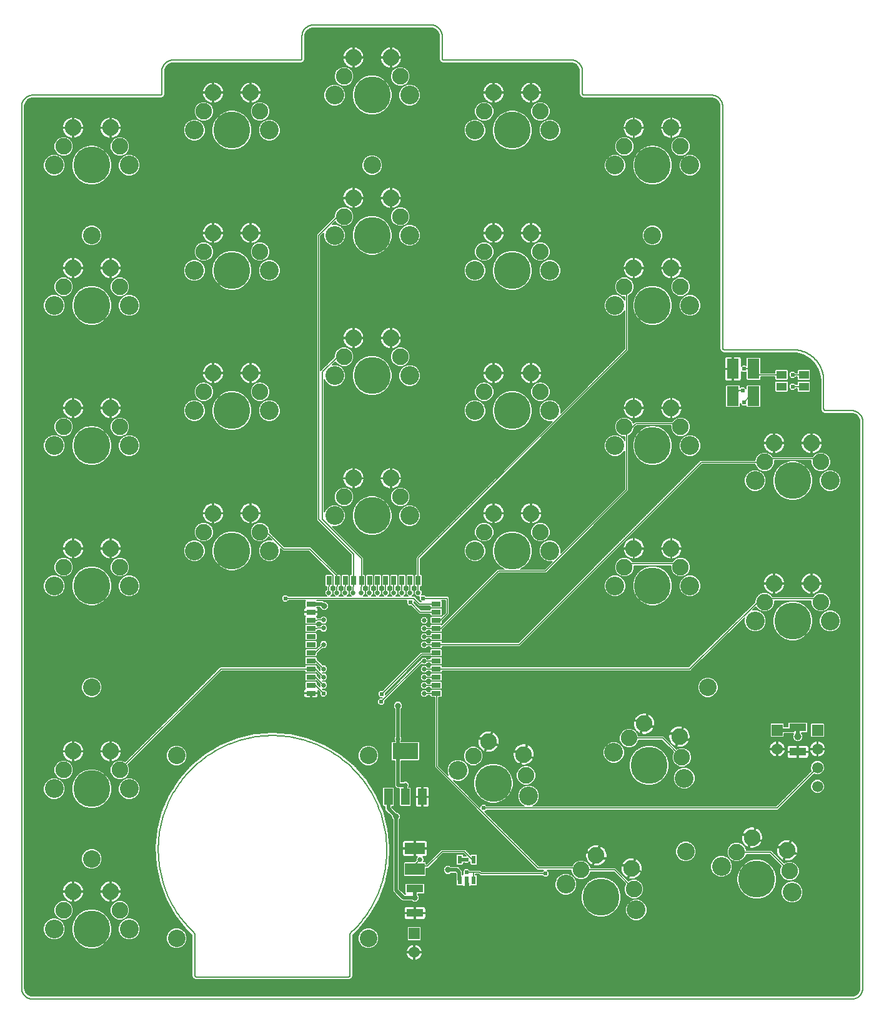
<source format=gbl>
G75*
%MOIN*%
%OFA0B0*%
%FSLAX25Y25*%
%IPPOS*%
%LPD*%
%AMOC8*
5,1,8,0,0,1.08239X$1,22.5*
%
%ADD10C,0.00600*%
%ADD11C,0.08850*%
%ADD12C,0.10050*%
%ADD13C,0.19700*%
%ADD14R,0.05937X0.05937*%
%ADD15C,0.05937*%
%ADD16R,0.02500X0.05000*%
%ADD17R,0.05000X0.02500*%
%ADD18R,0.05512X0.04331*%
%ADD19R,0.02362X0.04331*%
%ADD20R,0.10630X0.06299*%
%ADD21R,0.06299X0.10630*%
%ADD22R,0.09055X0.04331*%
%ADD23R,0.06000X0.06000*%
%ADD24C,0.06000*%
%ADD25R,0.13780X0.08661*%
%ADD26R,0.04724X0.08661*%
%ADD27C,0.02578*%
%ADD28C,0.02000*%
%ADD29C,0.02362*%
%ADD30C,0.02400*%
%ADD31C,0.03169*%
%ADD32C,0.03937*%
%ADD33C,0.09375*%
D10*
X0089883Y0074135D02*
X0089883Y0544607D01*
X0091483Y0544607D02*
X0091565Y0545447D01*
X0092208Y0546999D01*
X0093396Y0548187D01*
X0094948Y0548830D01*
X0095788Y0548913D01*
X0164394Y0548913D01*
X0165593Y0549605D01*
X0165593Y0549605D01*
X0166286Y0550804D01*
X0166286Y0563308D01*
X0166369Y0564148D01*
X0167011Y0565700D01*
X0168199Y0566888D01*
X0169751Y0567531D01*
X0170591Y0567613D01*
X0239197Y0567613D01*
X0240397Y0568306D01*
X0241089Y0569505D01*
X0241089Y0582009D01*
X0241172Y0582849D01*
X0241815Y0584401D01*
X0243002Y0585589D01*
X0244555Y0586231D01*
X0245394Y0586314D01*
X0308387Y0586314D01*
X0309227Y0586231D01*
X0310779Y0585589D01*
X0311967Y0584401D01*
X0312609Y0582849D01*
X0312692Y0582009D01*
X0312692Y0569505D01*
X0313385Y0568306D01*
X0314584Y0567613D01*
X0383190Y0567613D01*
X0384030Y0567531D01*
X0385582Y0566888D01*
X0386770Y0565700D01*
X0387413Y0564148D01*
X0387495Y0563308D01*
X0387495Y0550804D01*
X0388188Y0549605D01*
X0389387Y0548913D01*
X0457993Y0548913D01*
X0458833Y0548830D01*
X0460385Y0548187D01*
X0461573Y0546999D01*
X0462216Y0545447D01*
X0462298Y0544607D01*
X0462298Y0414978D01*
X0462991Y0413778D01*
X0464190Y0413086D01*
X0501300Y0413086D01*
X0503249Y0412958D01*
X0507016Y0411949D01*
X0510392Y0409999D01*
X0513149Y0407243D01*
X0515099Y0403866D01*
X0516108Y0400100D01*
X0516235Y0398150D01*
X0516235Y0382497D01*
X0516928Y0381298D01*
X0518127Y0380606D01*
X0532796Y0380606D01*
X0533636Y0380523D01*
X0535188Y0379880D01*
X0536376Y0378692D01*
X0537019Y0377140D01*
X0537102Y0376300D01*
X0537102Y0074135D01*
X0537019Y0073295D01*
X0536376Y0071743D01*
X0535188Y0070555D01*
X0533636Y0069912D01*
X0532796Y0069829D01*
X0095788Y0069829D01*
X0094948Y0069912D01*
X0093396Y0070555D01*
X0092208Y0071743D01*
X0091565Y0073295D01*
X0091483Y0074135D01*
X0091483Y0544607D01*
X0091486Y0544644D02*
X0182605Y0544644D01*
X0182658Y0544772D02*
X0181862Y0542851D01*
X0181862Y0540772D01*
X0182658Y0538852D01*
X0184128Y0537382D01*
X0186048Y0536587D01*
X0188127Y0536587D01*
X0190047Y0537382D01*
X0191517Y0538852D01*
X0192312Y0540772D01*
X0192312Y0542851D01*
X0191517Y0544772D01*
X0190047Y0546241D01*
X0188127Y0547037D01*
X0186048Y0547037D01*
X0184128Y0546241D01*
X0182658Y0544772D01*
X0183129Y0545243D02*
X0091545Y0545243D01*
X0091729Y0545841D02*
X0183727Y0545841D01*
X0184607Y0546440D02*
X0091977Y0546440D01*
X0092247Y0547038D02*
X0188918Y0547038D01*
X0189087Y0546915D02*
X0189890Y0546506D01*
X0190747Y0546228D01*
X0191637Y0546087D01*
X0191787Y0546087D01*
X0191787Y0551512D01*
X0186362Y0551512D01*
X0186362Y0551361D01*
X0186503Y0550471D01*
X0186782Y0549614D01*
X0187191Y0548811D01*
X0187721Y0548082D01*
X0188358Y0547445D01*
X0189087Y0546915D01*
X0189568Y0546440D02*
X0190095Y0546440D01*
X0190447Y0545841D02*
X0213727Y0545841D01*
X0213428Y0546228D02*
X0214285Y0546506D01*
X0215088Y0546915D01*
X0215817Y0547445D01*
X0216454Y0548082D01*
X0216984Y0548811D01*
X0217393Y0549614D01*
X0217671Y0550471D01*
X0217812Y0551361D01*
X0217812Y0551512D01*
X0212387Y0551512D01*
X0212387Y0546087D01*
X0212538Y0546087D01*
X0213428Y0546228D01*
X0214080Y0546440D02*
X0214607Y0546440D01*
X0214128Y0546241D02*
X0212658Y0544772D01*
X0211862Y0542851D01*
X0211862Y0540772D01*
X0212658Y0538852D01*
X0214128Y0537382D01*
X0216048Y0536587D01*
X0218127Y0536587D01*
X0220047Y0537382D01*
X0221517Y0538852D01*
X0222312Y0540772D01*
X0222312Y0542851D01*
X0221517Y0544772D01*
X0220047Y0546241D01*
X0218127Y0547037D01*
X0216048Y0547037D01*
X0214128Y0546241D01*
X0215257Y0547038D02*
X0252127Y0547038D01*
X0251952Y0547213D02*
X0253591Y0545574D01*
X0255732Y0544688D01*
X0258049Y0544688D01*
X0260190Y0545574D01*
X0261829Y0547213D01*
X0262716Y0549354D01*
X0262716Y0551671D01*
X0261829Y0553812D01*
X0260190Y0555451D01*
X0258049Y0556338D01*
X0255732Y0556338D01*
X0253591Y0555451D01*
X0251952Y0553812D01*
X0251066Y0551671D01*
X0251066Y0549354D01*
X0251952Y0547213D01*
X0251777Y0547637D02*
X0216009Y0547637D01*
X0216565Y0548235D02*
X0251529Y0548235D01*
X0251281Y0548834D02*
X0216995Y0548834D01*
X0217300Y0549432D02*
X0251066Y0549432D01*
X0251066Y0550031D02*
X0217528Y0550031D01*
X0217696Y0550629D02*
X0251066Y0550629D01*
X0251066Y0551228D02*
X0217791Y0551228D01*
X0217812Y0552112D02*
X0217812Y0552262D01*
X0217671Y0553152D01*
X0217393Y0554009D01*
X0216984Y0554812D01*
X0216454Y0555541D01*
X0215817Y0556179D01*
X0215088Y0556708D01*
X0214285Y0557117D01*
X0213428Y0557396D01*
X0212538Y0557537D01*
X0212387Y0557537D01*
X0212387Y0552112D01*
X0211787Y0552112D01*
X0211787Y0551512D01*
X0206362Y0551512D01*
X0206362Y0551361D01*
X0206503Y0550471D01*
X0206782Y0549614D01*
X0207191Y0548811D01*
X0207721Y0548082D01*
X0208358Y0547445D01*
X0209087Y0546915D01*
X0209890Y0546506D01*
X0210747Y0546228D01*
X0211637Y0546087D01*
X0211787Y0546087D01*
X0211787Y0551512D01*
X0212387Y0551512D01*
X0212387Y0552112D01*
X0217812Y0552112D01*
X0217787Y0552425D02*
X0251378Y0552425D01*
X0251626Y0553023D02*
X0217692Y0553023D01*
X0217519Y0553622D02*
X0251873Y0553622D01*
X0252360Y0554220D02*
X0217286Y0554220D01*
X0216979Y0554819D02*
X0252959Y0554819D01*
X0253558Y0555417D02*
X0216544Y0555417D01*
X0215980Y0556016D02*
X0254955Y0556016D01*
X0257461Y0557553D02*
X0256666Y0559473D01*
X0256666Y0561552D01*
X0257461Y0563472D01*
X0258931Y0564942D01*
X0260851Y0565738D01*
X0262930Y0565738D01*
X0264850Y0564942D01*
X0266320Y0563472D01*
X0267116Y0561552D01*
X0267116Y0559473D01*
X0266320Y0557553D01*
X0264850Y0556083D01*
X0262930Y0555288D01*
X0260851Y0555288D01*
X0258931Y0556083D01*
X0257461Y0557553D01*
X0257354Y0557811D02*
X0166286Y0557811D01*
X0166286Y0557213D02*
X0190184Y0557213D01*
X0189890Y0557117D02*
X0189087Y0556708D01*
X0188358Y0556179D01*
X0187721Y0555541D01*
X0187191Y0554812D01*
X0186782Y0554009D01*
X0186503Y0553152D01*
X0186362Y0552262D01*
X0186362Y0552112D01*
X0191787Y0552112D01*
X0191787Y0551512D01*
X0192387Y0551512D01*
X0192387Y0546087D01*
X0192538Y0546087D01*
X0193428Y0546228D01*
X0194285Y0546506D01*
X0195088Y0546915D01*
X0195817Y0547445D01*
X0196454Y0548082D01*
X0196984Y0548811D01*
X0197393Y0549614D01*
X0197671Y0550471D01*
X0197812Y0551361D01*
X0197812Y0551512D01*
X0192387Y0551512D01*
X0192387Y0552112D01*
X0191787Y0552112D01*
X0191787Y0557537D01*
X0191637Y0557537D01*
X0190747Y0557396D01*
X0189890Y0557117D01*
X0188958Y0556614D02*
X0166286Y0556614D01*
X0166286Y0556016D02*
X0188195Y0556016D01*
X0187630Y0555417D02*
X0166286Y0555417D01*
X0166286Y0554819D02*
X0187196Y0554819D01*
X0186889Y0554220D02*
X0166286Y0554220D01*
X0166286Y0553622D02*
X0186656Y0553622D01*
X0186483Y0553023D02*
X0166286Y0553023D01*
X0166286Y0552425D02*
X0186388Y0552425D01*
X0186384Y0551228D02*
X0166286Y0551228D01*
X0166286Y0551826D02*
X0191787Y0551826D01*
X0191787Y0551228D02*
X0192387Y0551228D01*
X0192387Y0551826D02*
X0211787Y0551826D01*
X0211787Y0552112D02*
X0206362Y0552112D01*
X0206362Y0552262D01*
X0206503Y0553152D01*
X0206782Y0554009D01*
X0207191Y0554812D01*
X0207721Y0555541D01*
X0208358Y0556179D01*
X0209087Y0556708D01*
X0209890Y0557117D01*
X0210747Y0557396D01*
X0211637Y0557537D01*
X0211787Y0557537D01*
X0211787Y0552112D01*
X0211787Y0552425D02*
X0212387Y0552425D01*
X0212387Y0553023D02*
X0211787Y0553023D01*
X0211787Y0553622D02*
X0212387Y0553622D01*
X0212387Y0554220D02*
X0211787Y0554220D01*
X0211787Y0554819D02*
X0212387Y0554819D01*
X0212387Y0555417D02*
X0211787Y0555417D01*
X0211787Y0556016D02*
X0212387Y0556016D01*
X0212387Y0556614D02*
X0211787Y0556614D01*
X0211787Y0557213D02*
X0212387Y0557213D01*
X0213991Y0557213D02*
X0257801Y0557213D01*
X0258400Y0556614D02*
X0215217Y0556614D01*
X0210184Y0557213D02*
X0193991Y0557213D01*
X0194285Y0557117D02*
X0193428Y0557396D01*
X0192538Y0557537D01*
X0192387Y0557537D01*
X0192387Y0552112D01*
X0197812Y0552112D01*
X0197812Y0552262D01*
X0197671Y0553152D01*
X0197393Y0554009D01*
X0196984Y0554812D01*
X0196454Y0555541D01*
X0195817Y0556179D01*
X0195088Y0556708D01*
X0194285Y0557117D01*
X0195217Y0556614D02*
X0208958Y0556614D01*
X0208195Y0556016D02*
X0195980Y0556016D01*
X0196544Y0555417D02*
X0207630Y0555417D01*
X0207196Y0554819D02*
X0196979Y0554819D01*
X0197286Y0554220D02*
X0206889Y0554220D01*
X0206656Y0553622D02*
X0197519Y0553622D01*
X0197692Y0553023D02*
X0206483Y0553023D01*
X0206388Y0552425D02*
X0197787Y0552425D01*
X0197791Y0551228D02*
X0206384Y0551228D01*
X0206478Y0550629D02*
X0197696Y0550629D01*
X0197528Y0550031D02*
X0206646Y0550031D01*
X0206875Y0549432D02*
X0197300Y0549432D01*
X0196995Y0548834D02*
X0207179Y0548834D01*
X0207609Y0548235D02*
X0196565Y0548235D01*
X0196009Y0547637D02*
X0208166Y0547637D01*
X0208918Y0547038D02*
X0195257Y0547038D01*
X0194080Y0546440D02*
X0210095Y0546440D01*
X0211787Y0546440D02*
X0212387Y0546440D01*
X0212387Y0547038D02*
X0211787Y0547038D01*
X0211787Y0547637D02*
X0212387Y0547637D01*
X0212387Y0548235D02*
X0211787Y0548235D01*
X0211787Y0548834D02*
X0212387Y0548834D01*
X0212387Y0549432D02*
X0211787Y0549432D01*
X0211787Y0550031D02*
X0212387Y0550031D01*
X0212387Y0550629D02*
X0211787Y0550629D01*
X0211787Y0551228D02*
X0212387Y0551228D01*
X0212387Y0551826D02*
X0251130Y0551826D01*
X0252726Y0546440D02*
X0219568Y0546440D01*
X0220447Y0545841D02*
X0253324Y0545841D01*
X0254392Y0545243D02*
X0221046Y0545243D01*
X0221570Y0544644D02*
X0267981Y0544644D01*
X0268327Y0544046D02*
X0221818Y0544046D01*
X0222066Y0543447D02*
X0268895Y0543447D01*
X0268368Y0543973D02*
X0270351Y0541990D01*
X0272780Y0540588D01*
X0275488Y0539863D01*
X0278293Y0539863D01*
X0281001Y0540588D01*
X0283430Y0541990D01*
X0285413Y0543973D01*
X0286815Y0546402D01*
X0287541Y0549110D01*
X0287541Y0551915D01*
X0286815Y0554623D01*
X0285413Y0557052D01*
X0283430Y0559035D01*
X0281001Y0560437D01*
X0278293Y0561163D01*
X0275488Y0561163D01*
X0272780Y0560437D01*
X0270351Y0559035D01*
X0268368Y0557052D01*
X0266966Y0554623D01*
X0266241Y0551915D01*
X0266241Y0549110D01*
X0266966Y0546402D01*
X0268368Y0543973D01*
X0267636Y0545243D02*
X0259389Y0545243D01*
X0260457Y0545841D02*
X0267290Y0545841D01*
X0266956Y0546440D02*
X0261055Y0546440D01*
X0261654Y0547038D02*
X0266796Y0547038D01*
X0266635Y0547637D02*
X0262004Y0547637D01*
X0262252Y0548235D02*
X0266475Y0548235D01*
X0266315Y0548834D02*
X0262500Y0548834D01*
X0262716Y0549432D02*
X0266241Y0549432D01*
X0266241Y0550031D02*
X0262716Y0550031D01*
X0262716Y0550629D02*
X0266241Y0550629D01*
X0266241Y0551228D02*
X0262716Y0551228D01*
X0262651Y0551826D02*
X0266241Y0551826D01*
X0266377Y0552425D02*
X0262403Y0552425D01*
X0262156Y0553023D02*
X0266538Y0553023D01*
X0266698Y0553622D02*
X0261908Y0553622D01*
X0261421Y0554220D02*
X0266858Y0554220D01*
X0267079Y0554819D02*
X0260822Y0554819D01*
X0260538Y0555417D02*
X0260224Y0555417D01*
X0259093Y0556016D02*
X0258826Y0556016D01*
X0257106Y0558410D02*
X0166286Y0558410D01*
X0166286Y0559008D02*
X0256858Y0559008D01*
X0256666Y0559607D02*
X0166286Y0559607D01*
X0166286Y0560205D02*
X0256666Y0560205D01*
X0256666Y0560804D02*
X0166286Y0560804D01*
X0166286Y0561402D02*
X0256666Y0561402D01*
X0256852Y0562001D02*
X0166286Y0562001D01*
X0166286Y0562599D02*
X0257099Y0562599D01*
X0257347Y0563198D02*
X0166286Y0563198D01*
X0166334Y0563797D02*
X0257785Y0563797D01*
X0258384Y0564395D02*
X0166471Y0564395D01*
X0166719Y0564994D02*
X0259055Y0564994D01*
X0260500Y0565592D02*
X0166967Y0565592D01*
X0167502Y0566191D02*
X0263116Y0566191D01*
X0263161Y0566146D02*
X0263890Y0565616D01*
X0264693Y0565207D01*
X0265550Y0564929D01*
X0266440Y0564788D01*
X0266591Y0564788D01*
X0266591Y0570213D01*
X0267191Y0570213D01*
X0267191Y0570813D01*
X0272616Y0570813D01*
X0272616Y0570963D01*
X0272475Y0571853D01*
X0272196Y0572710D01*
X0271787Y0573513D01*
X0271257Y0574242D01*
X0270620Y0574879D01*
X0269891Y0575409D01*
X0269088Y0575818D01*
X0268231Y0576097D01*
X0267341Y0576238D01*
X0267191Y0576238D01*
X0267191Y0570813D01*
X0266591Y0570813D01*
X0266591Y0576238D01*
X0266440Y0576238D01*
X0265550Y0576097D01*
X0264693Y0575818D01*
X0263890Y0575409D01*
X0263161Y0574879D01*
X0262524Y0574242D01*
X0261994Y0573513D01*
X0261585Y0572710D01*
X0261307Y0571853D01*
X0261166Y0570963D01*
X0261166Y0570813D01*
X0266590Y0570813D01*
X0266590Y0570213D01*
X0261166Y0570213D01*
X0261166Y0570062D01*
X0261307Y0569172D01*
X0261585Y0568315D01*
X0261994Y0567512D01*
X0262524Y0566783D01*
X0263161Y0566146D01*
X0263281Y0565592D02*
X0263937Y0565592D01*
X0264726Y0564994D02*
X0265350Y0564994D01*
X0265397Y0564395D02*
X0288384Y0564395D01*
X0288231Y0564929D02*
X0289088Y0565207D01*
X0289891Y0565616D01*
X0290620Y0566146D01*
X0291257Y0566783D01*
X0291787Y0567512D01*
X0292196Y0568315D01*
X0292475Y0569172D01*
X0292616Y0570062D01*
X0292616Y0570213D01*
X0287191Y0570213D01*
X0287191Y0570813D01*
X0292616Y0570813D01*
X0292616Y0570963D01*
X0292475Y0571853D01*
X0292196Y0572710D01*
X0291787Y0573513D01*
X0291257Y0574242D01*
X0290620Y0574879D01*
X0289891Y0575409D01*
X0289088Y0575818D01*
X0288231Y0576097D01*
X0287341Y0576238D01*
X0287191Y0576238D01*
X0287191Y0570813D01*
X0286591Y0570813D01*
X0286591Y0576238D01*
X0286440Y0576238D01*
X0285550Y0576097D01*
X0284693Y0575818D01*
X0283890Y0575409D01*
X0283161Y0574879D01*
X0282524Y0574242D01*
X0281994Y0573513D01*
X0281585Y0572710D01*
X0281307Y0571853D01*
X0281166Y0570963D01*
X0281166Y0570813D01*
X0286590Y0570813D01*
X0286590Y0570213D01*
X0281166Y0570213D01*
X0281166Y0570062D01*
X0281307Y0569172D01*
X0281585Y0568315D01*
X0281994Y0567512D01*
X0282524Y0566783D01*
X0283161Y0566146D01*
X0283890Y0565616D01*
X0284693Y0565207D01*
X0285550Y0564929D01*
X0286440Y0564788D01*
X0286591Y0564788D01*
X0286591Y0570213D01*
X0287191Y0570213D01*
X0287191Y0564788D01*
X0287341Y0564788D01*
X0288231Y0564929D01*
X0288431Y0564994D02*
X0289055Y0564994D01*
X0288931Y0564942D02*
X0287461Y0563472D01*
X0286666Y0561552D01*
X0286666Y0559473D01*
X0287461Y0557553D01*
X0288931Y0556083D01*
X0290851Y0555288D01*
X0292930Y0555288D01*
X0294850Y0556083D01*
X0296320Y0557553D01*
X0297116Y0559473D01*
X0297116Y0561552D01*
X0296320Y0563472D01*
X0294850Y0564942D01*
X0292930Y0565738D01*
X0290851Y0565738D01*
X0288931Y0564942D01*
X0289844Y0565592D02*
X0290500Y0565592D01*
X0290665Y0566191D02*
X0386279Y0566191D01*
X0386814Y0565592D02*
X0293281Y0565592D01*
X0294726Y0564994D02*
X0387062Y0564994D01*
X0387310Y0564395D02*
X0295397Y0564395D01*
X0295996Y0563797D02*
X0387447Y0563797D01*
X0387495Y0563198D02*
X0296434Y0563198D01*
X0296682Y0562599D02*
X0387495Y0562599D01*
X0387495Y0562001D02*
X0296930Y0562001D01*
X0297116Y0561402D02*
X0387495Y0561402D01*
X0387495Y0560804D02*
X0297116Y0560804D01*
X0297116Y0560205D02*
X0387495Y0560205D01*
X0387495Y0559607D02*
X0297116Y0559607D01*
X0296923Y0559008D02*
X0387495Y0559008D01*
X0387495Y0558410D02*
X0296675Y0558410D01*
X0296427Y0557811D02*
X0387495Y0557811D01*
X0387495Y0557213D02*
X0363597Y0557213D01*
X0363891Y0557117D02*
X0363034Y0557396D01*
X0362144Y0557537D01*
X0361994Y0557537D01*
X0361994Y0552112D01*
X0367419Y0552112D01*
X0367419Y0552262D01*
X0367278Y0553152D01*
X0366999Y0554009D01*
X0366590Y0554812D01*
X0366060Y0555541D01*
X0365423Y0556179D01*
X0364694Y0556708D01*
X0363891Y0557117D01*
X0364823Y0556614D02*
X0387495Y0556614D01*
X0387495Y0556016D02*
X0365586Y0556016D01*
X0366151Y0555417D02*
X0387495Y0555417D01*
X0387495Y0554819D02*
X0366585Y0554819D01*
X0366892Y0554220D02*
X0387495Y0554220D01*
X0387495Y0553622D02*
X0367125Y0553622D01*
X0367298Y0553023D02*
X0387495Y0553023D01*
X0387495Y0552425D02*
X0367393Y0552425D01*
X0367419Y0551512D02*
X0361994Y0551512D01*
X0361994Y0552112D01*
X0361394Y0552112D01*
X0361394Y0557537D01*
X0361243Y0557537D01*
X0360353Y0557396D01*
X0359496Y0557117D01*
X0358693Y0556708D01*
X0357964Y0556179D01*
X0357327Y0555541D01*
X0356797Y0554812D01*
X0356388Y0554009D01*
X0356110Y0553152D01*
X0355969Y0552262D01*
X0355969Y0552112D01*
X0361394Y0552112D01*
X0361394Y0551512D01*
X0361994Y0551512D01*
X0361994Y0546087D01*
X0362144Y0546087D01*
X0363034Y0546228D01*
X0363891Y0546506D01*
X0364694Y0546915D01*
X0365423Y0547445D01*
X0366060Y0548082D01*
X0366590Y0548811D01*
X0366999Y0549614D01*
X0367278Y0550471D01*
X0367419Y0551361D01*
X0367419Y0551512D01*
X0367398Y0551228D02*
X0387495Y0551228D01*
X0387495Y0551826D02*
X0361994Y0551826D01*
X0361994Y0551228D02*
X0361394Y0551228D01*
X0361394Y0551512D02*
X0361394Y0546087D01*
X0361243Y0546087D01*
X0360353Y0546228D01*
X0359496Y0546506D01*
X0358693Y0546915D01*
X0357964Y0547445D01*
X0357327Y0548082D01*
X0356797Y0548811D01*
X0356388Y0549614D01*
X0356110Y0550471D01*
X0355969Y0551361D01*
X0355969Y0551512D01*
X0361394Y0551512D01*
X0361394Y0551826D02*
X0341994Y0551826D01*
X0341994Y0552112D02*
X0347419Y0552112D01*
X0347419Y0552262D01*
X0347278Y0553152D01*
X0346999Y0554009D01*
X0346590Y0554812D01*
X0346060Y0555541D01*
X0345423Y0556179D01*
X0344694Y0556708D01*
X0343891Y0557117D01*
X0343034Y0557396D01*
X0342144Y0557537D01*
X0341994Y0557537D01*
X0341994Y0552112D01*
X0341994Y0551512D01*
X0347419Y0551512D01*
X0347419Y0551361D01*
X0347278Y0550471D01*
X0346999Y0549614D01*
X0346590Y0548811D01*
X0346060Y0548082D01*
X0345423Y0547445D01*
X0344694Y0546915D01*
X0343891Y0546506D01*
X0343034Y0546228D01*
X0342144Y0546087D01*
X0341994Y0546087D01*
X0341994Y0551512D01*
X0341394Y0551512D01*
X0341394Y0546087D01*
X0341243Y0546087D01*
X0340353Y0546228D01*
X0339496Y0546506D01*
X0338693Y0546915D01*
X0337964Y0547445D01*
X0337327Y0548082D01*
X0336797Y0548811D01*
X0336388Y0549614D01*
X0336110Y0550471D01*
X0335969Y0551361D01*
X0335969Y0551512D01*
X0341394Y0551512D01*
X0341394Y0552112D01*
X0341394Y0557537D01*
X0341243Y0557537D01*
X0340353Y0557396D01*
X0339496Y0557117D01*
X0338693Y0556708D01*
X0337964Y0556179D01*
X0337327Y0555541D01*
X0336797Y0554812D01*
X0336388Y0554009D01*
X0336110Y0553152D01*
X0335969Y0552262D01*
X0335969Y0552112D01*
X0341394Y0552112D01*
X0341994Y0552112D01*
X0341994Y0552425D02*
X0341394Y0552425D01*
X0341394Y0553023D02*
X0341994Y0553023D01*
X0341994Y0553622D02*
X0341394Y0553622D01*
X0341394Y0554220D02*
X0341994Y0554220D01*
X0341994Y0554819D02*
X0341394Y0554819D01*
X0341394Y0555417D02*
X0341994Y0555417D01*
X0341994Y0556016D02*
X0341394Y0556016D01*
X0341394Y0556614D02*
X0341994Y0556614D01*
X0341994Y0557213D02*
X0341394Y0557213D01*
X0339790Y0557213D02*
X0295980Y0557213D01*
X0295382Y0556614D02*
X0338564Y0556614D01*
X0337801Y0556016D02*
X0298826Y0556016D01*
X0298049Y0556338D02*
X0300190Y0555451D01*
X0301829Y0553812D01*
X0302716Y0551671D01*
X0302716Y0549354D01*
X0301829Y0547213D01*
X0300190Y0545574D01*
X0298049Y0544688D01*
X0295732Y0544688D01*
X0293591Y0545574D01*
X0291952Y0547213D01*
X0291066Y0549354D01*
X0291066Y0551671D01*
X0291952Y0553812D01*
X0293591Y0555451D01*
X0295732Y0556338D01*
X0298049Y0556338D01*
X0300224Y0555417D02*
X0337237Y0555417D01*
X0336802Y0554819D02*
X0300822Y0554819D01*
X0301421Y0554220D02*
X0336496Y0554220D01*
X0336262Y0553622D02*
X0301908Y0553622D01*
X0302156Y0553023D02*
X0336089Y0553023D01*
X0335994Y0552425D02*
X0302403Y0552425D01*
X0302651Y0551826D02*
X0341394Y0551826D01*
X0341394Y0551228D02*
X0341994Y0551228D01*
X0341994Y0550629D02*
X0341394Y0550629D01*
X0341394Y0550031D02*
X0341994Y0550031D01*
X0341994Y0549432D02*
X0341394Y0549432D01*
X0341394Y0548834D02*
X0341994Y0548834D01*
X0341994Y0548235D02*
X0341394Y0548235D01*
X0341394Y0547637D02*
X0341994Y0547637D01*
X0341994Y0547038D02*
X0341394Y0547038D01*
X0341394Y0546440D02*
X0341994Y0546440D01*
X0343686Y0546440D02*
X0359701Y0546440D01*
X0358524Y0547038D02*
X0344863Y0547038D01*
X0345615Y0547637D02*
X0357772Y0547637D01*
X0357216Y0548235D02*
X0346172Y0548235D01*
X0346602Y0548834D02*
X0356786Y0548834D01*
X0356481Y0549432D02*
X0346907Y0549432D01*
X0347135Y0550031D02*
X0356253Y0550031D01*
X0356085Y0550629D02*
X0347303Y0550629D01*
X0347398Y0551228D02*
X0355990Y0551228D01*
X0355994Y0552425D02*
X0347393Y0552425D01*
X0347298Y0553023D02*
X0356089Y0553023D01*
X0356262Y0553622D02*
X0347125Y0553622D01*
X0346892Y0554220D02*
X0356496Y0554220D01*
X0356802Y0554819D02*
X0346585Y0554819D01*
X0346151Y0555417D02*
X0357237Y0555417D01*
X0357801Y0556016D02*
X0345586Y0556016D01*
X0344823Y0556614D02*
X0358564Y0556614D01*
X0359790Y0557213D02*
X0343597Y0557213D01*
X0335990Y0551228D02*
X0302716Y0551228D01*
X0302716Y0550629D02*
X0336085Y0550629D01*
X0336253Y0550031D02*
X0302716Y0550031D01*
X0302716Y0549432D02*
X0336481Y0549432D01*
X0336786Y0548834D02*
X0302500Y0548834D01*
X0302252Y0548235D02*
X0337216Y0548235D01*
X0337772Y0547637D02*
X0302004Y0547637D01*
X0301654Y0547038D02*
X0338524Y0547038D01*
X0337733Y0547037D02*
X0335654Y0547037D01*
X0333734Y0546241D01*
X0332264Y0544772D01*
X0331469Y0542851D01*
X0331469Y0540772D01*
X0332264Y0538852D01*
X0333734Y0537382D01*
X0335654Y0536587D01*
X0337733Y0536587D01*
X0339653Y0537382D01*
X0341123Y0538852D01*
X0341919Y0540772D01*
X0341919Y0542851D01*
X0341123Y0544772D01*
X0339653Y0546241D01*
X0337733Y0547037D01*
X0339175Y0546440D02*
X0339701Y0546440D01*
X0340054Y0545841D02*
X0363334Y0545841D01*
X0363734Y0546241D02*
X0362264Y0544772D01*
X0361469Y0542851D01*
X0361469Y0540772D01*
X0362264Y0538852D01*
X0363734Y0537382D01*
X0365654Y0536587D01*
X0367733Y0536587D01*
X0369653Y0537382D01*
X0371123Y0538852D01*
X0371919Y0540772D01*
X0371919Y0542851D01*
X0371123Y0544772D01*
X0369653Y0546241D01*
X0367733Y0547037D01*
X0365654Y0547037D01*
X0363734Y0546241D01*
X0363686Y0546440D02*
X0364213Y0546440D01*
X0364863Y0547038D02*
X0461534Y0547038D01*
X0461805Y0546440D02*
X0369175Y0546440D01*
X0370054Y0545841D02*
X0462052Y0545841D01*
X0462236Y0545243D02*
X0370652Y0545243D01*
X0371176Y0544644D02*
X0462295Y0544644D01*
X0462298Y0544046D02*
X0371424Y0544046D01*
X0371672Y0543447D02*
X0462298Y0543447D01*
X0462298Y0542849D02*
X0371919Y0542849D01*
X0371919Y0542250D02*
X0462298Y0542250D01*
X0462298Y0541652D02*
X0371919Y0541652D01*
X0371919Y0541053D02*
X0462298Y0541053D01*
X0462298Y0540455D02*
X0371787Y0540455D01*
X0371539Y0539856D02*
X0462298Y0539856D01*
X0462298Y0539258D02*
X0371291Y0539258D01*
X0370930Y0538659D02*
X0415045Y0538659D01*
X0415156Y0538695D02*
X0414299Y0538417D01*
X0413496Y0538007D01*
X0412767Y0537478D01*
X0412130Y0536841D01*
X0411600Y0536112D01*
X0411191Y0535309D01*
X0410913Y0534452D01*
X0410772Y0533562D01*
X0410772Y0533411D01*
X0416197Y0533411D01*
X0416197Y0538836D01*
X0416046Y0538836D01*
X0415156Y0538695D01*
X0416197Y0538659D02*
X0416797Y0538659D01*
X0416797Y0538836D02*
X0416947Y0538836D01*
X0417837Y0538695D01*
X0418694Y0538417D01*
X0419497Y0538007D01*
X0420226Y0537478D01*
X0420864Y0536841D01*
X0421393Y0536112D01*
X0421802Y0535309D01*
X0422081Y0534452D01*
X0422222Y0533562D01*
X0422222Y0533411D01*
X0416797Y0533411D01*
X0416797Y0532811D01*
X0422222Y0532811D01*
X0422222Y0532660D01*
X0422081Y0531770D01*
X0421802Y0530913D01*
X0421393Y0530110D01*
X0420864Y0529381D01*
X0420226Y0528744D01*
X0419497Y0528215D01*
X0418694Y0527805D01*
X0417837Y0527527D01*
X0416947Y0527386D01*
X0416797Y0527386D01*
X0416797Y0532811D01*
X0416197Y0532811D01*
X0416197Y0527386D01*
X0416046Y0527386D01*
X0415156Y0527527D01*
X0414299Y0527805D01*
X0413496Y0528215D01*
X0412767Y0528744D01*
X0412130Y0529381D01*
X0411600Y0530110D01*
X0411191Y0530913D01*
X0410913Y0531770D01*
X0410772Y0532660D01*
X0410772Y0532811D01*
X0416197Y0532811D01*
X0416197Y0533411D01*
X0416797Y0533411D01*
X0416797Y0538836D01*
X0416797Y0538061D02*
X0416197Y0538061D01*
X0416197Y0537462D02*
X0416797Y0537462D01*
X0416797Y0536863D02*
X0416197Y0536863D01*
X0416197Y0536265D02*
X0416797Y0536265D01*
X0416797Y0535666D02*
X0416197Y0535666D01*
X0416197Y0535068D02*
X0416797Y0535068D01*
X0416797Y0534469D02*
X0416197Y0534469D01*
X0416197Y0533871D02*
X0416797Y0533871D01*
X0416797Y0533272D02*
X0436197Y0533272D01*
X0436197Y0533411D02*
X0436197Y0532811D01*
X0436797Y0532811D01*
X0436797Y0533411D01*
X0442222Y0533411D01*
X0442222Y0533562D01*
X0442081Y0534452D01*
X0441802Y0535309D01*
X0441393Y0536112D01*
X0440864Y0536841D01*
X0440226Y0537478D01*
X0439497Y0538007D01*
X0438694Y0538417D01*
X0437837Y0538695D01*
X0436947Y0538836D01*
X0436797Y0538836D01*
X0436797Y0533411D01*
X0436197Y0533411D01*
X0436197Y0538836D01*
X0436046Y0538836D01*
X0435156Y0538695D01*
X0434299Y0538417D01*
X0433496Y0538007D01*
X0432767Y0537478D01*
X0432130Y0536841D01*
X0431600Y0536112D01*
X0431191Y0535309D01*
X0430913Y0534452D01*
X0430772Y0533562D01*
X0430772Y0533411D01*
X0436197Y0533411D01*
X0436197Y0533871D02*
X0436797Y0533871D01*
X0436797Y0534469D02*
X0436197Y0534469D01*
X0436197Y0535068D02*
X0436797Y0535068D01*
X0436797Y0535666D02*
X0436197Y0535666D01*
X0436197Y0536265D02*
X0436797Y0536265D01*
X0436797Y0536863D02*
X0436197Y0536863D01*
X0436197Y0537462D02*
X0436797Y0537462D01*
X0436797Y0538061D02*
X0436197Y0538061D01*
X0436197Y0538659D02*
X0436797Y0538659D01*
X0437948Y0538659D02*
X0462298Y0538659D01*
X0462298Y0538061D02*
X0439393Y0538061D01*
X0440242Y0537462D02*
X0462298Y0537462D01*
X0462298Y0536863D02*
X0440841Y0536863D01*
X0441282Y0536265D02*
X0462298Y0536265D01*
X0462298Y0535666D02*
X0441620Y0535666D01*
X0441881Y0535068D02*
X0462298Y0535068D01*
X0462298Y0534469D02*
X0442075Y0534469D01*
X0442173Y0533871D02*
X0462298Y0533871D01*
X0462298Y0533272D02*
X0436797Y0533272D01*
X0436797Y0532811D02*
X0442222Y0532811D01*
X0442222Y0532660D01*
X0442081Y0531770D01*
X0441802Y0530913D01*
X0441393Y0530110D01*
X0440864Y0529381D01*
X0440226Y0528744D01*
X0439497Y0528215D01*
X0438694Y0527805D01*
X0437837Y0527527D01*
X0436947Y0527386D01*
X0436797Y0527386D01*
X0436797Y0532811D01*
X0436797Y0532674D02*
X0436197Y0532674D01*
X0436197Y0532811D02*
X0436197Y0527386D01*
X0436046Y0527386D01*
X0435156Y0527527D01*
X0434299Y0527805D01*
X0433496Y0528215D01*
X0432767Y0528744D01*
X0432130Y0529381D01*
X0431600Y0530110D01*
X0431191Y0530913D01*
X0430913Y0531770D01*
X0430772Y0532660D01*
X0430772Y0532811D01*
X0436197Y0532811D01*
X0436197Y0532075D02*
X0436797Y0532075D01*
X0436797Y0531477D02*
X0436197Y0531477D01*
X0436197Y0530878D02*
X0436797Y0530878D01*
X0436797Y0530280D02*
X0436197Y0530280D01*
X0436197Y0529681D02*
X0436797Y0529681D01*
X0436797Y0529083D02*
X0436197Y0529083D01*
X0436197Y0528484D02*
X0436797Y0528484D01*
X0436797Y0527886D02*
X0436197Y0527886D01*
X0437685Y0526689D02*
X0415308Y0526689D01*
X0414710Y0527287D02*
X0438284Y0527287D01*
X0438537Y0527541D02*
X0437067Y0526071D01*
X0436272Y0524150D01*
X0436272Y0522072D01*
X0437067Y0520151D01*
X0438537Y0518681D01*
X0440458Y0517886D01*
X0442536Y0517886D01*
X0444457Y0518681D01*
X0445926Y0520151D01*
X0446722Y0522072D01*
X0446722Y0524150D01*
X0445926Y0526071D01*
X0444457Y0527541D01*
X0442536Y0528336D01*
X0440458Y0528336D01*
X0438537Y0527541D01*
X0438852Y0527886D02*
X0439371Y0527886D01*
X0439869Y0528484D02*
X0462298Y0528484D01*
X0462298Y0527886D02*
X0443623Y0527886D01*
X0444710Y0527287D02*
X0462298Y0527287D01*
X0462298Y0526689D02*
X0445308Y0526689D01*
X0445907Y0526090D02*
X0462298Y0526090D01*
X0462298Y0525492D02*
X0446166Y0525492D01*
X0446414Y0524893D02*
X0462298Y0524893D01*
X0462298Y0524295D02*
X0446662Y0524295D01*
X0446722Y0523696D02*
X0462298Y0523696D01*
X0462298Y0523098D02*
X0446722Y0523098D01*
X0446722Y0522499D02*
X0462298Y0522499D01*
X0462298Y0521901D02*
X0446651Y0521901D01*
X0446403Y0521302D02*
X0462298Y0521302D01*
X0462298Y0520704D02*
X0446155Y0520704D01*
X0445880Y0520105D02*
X0462298Y0520105D01*
X0462298Y0519507D02*
X0445282Y0519507D01*
X0445338Y0518936D02*
X0443197Y0518049D01*
X0441559Y0516411D01*
X0440672Y0514270D01*
X0440672Y0511952D01*
X0441559Y0509811D01*
X0443197Y0508173D01*
X0445338Y0507286D01*
X0447656Y0507286D01*
X0449796Y0508173D01*
X0451435Y0509811D01*
X0452322Y0511952D01*
X0452322Y0514270D01*
X0451435Y0516411D01*
X0449796Y0518049D01*
X0447656Y0518936D01*
X0445338Y0518936D01*
X0445271Y0518908D02*
X0444683Y0518908D01*
X0443826Y0518310D02*
X0443559Y0518310D01*
X0442859Y0517711D02*
X0436139Y0517711D01*
X0436421Y0517222D02*
X0435019Y0519650D01*
X0433036Y0521633D01*
X0430608Y0523035D01*
X0427899Y0523761D01*
X0425095Y0523761D01*
X0422386Y0523035D01*
X0419958Y0521633D01*
X0417975Y0519650D01*
X0416573Y0517222D01*
X0415847Y0514513D01*
X0415847Y0511709D01*
X0416573Y0509000D01*
X0417975Y0506572D01*
X0419958Y0504589D01*
X0422386Y0503187D01*
X0425095Y0502461D01*
X0427899Y0502461D01*
X0430608Y0503187D01*
X0433036Y0504589D01*
X0435019Y0506572D01*
X0436421Y0509000D01*
X0437147Y0511709D01*
X0437147Y0514513D01*
X0436421Y0517222D01*
X0436450Y0517113D02*
X0442261Y0517113D01*
X0441662Y0516514D02*
X0436611Y0516514D01*
X0436771Y0515916D02*
X0441354Y0515916D01*
X0441106Y0515317D02*
X0436931Y0515317D01*
X0437092Y0514719D02*
X0440858Y0514719D01*
X0440672Y0514120D02*
X0437147Y0514120D01*
X0437147Y0513522D02*
X0440672Y0513522D01*
X0440672Y0512923D02*
X0437147Y0512923D01*
X0437147Y0512325D02*
X0440672Y0512325D01*
X0440766Y0511726D02*
X0437147Y0511726D01*
X0436991Y0511128D02*
X0441013Y0511128D01*
X0441261Y0510529D02*
X0436831Y0510529D01*
X0436670Y0509930D02*
X0441509Y0509930D01*
X0442038Y0509332D02*
X0436510Y0509332D01*
X0436267Y0508733D02*
X0442637Y0508733D01*
X0443289Y0508135D02*
X0435921Y0508135D01*
X0435576Y0507536D02*
X0444734Y0507536D01*
X0448260Y0507536D02*
X0462298Y0507536D01*
X0462298Y0506938D02*
X0435230Y0506938D01*
X0434787Y0506339D02*
X0462298Y0506339D01*
X0462298Y0505741D02*
X0434188Y0505741D01*
X0433590Y0505142D02*
X0462298Y0505142D01*
X0462298Y0504544D02*
X0432958Y0504544D01*
X0431921Y0503945D02*
X0462298Y0503945D01*
X0462298Y0503347D02*
X0430885Y0503347D01*
X0428971Y0502748D02*
X0462298Y0502748D01*
X0462298Y0502150D02*
X0091483Y0502150D01*
X0091483Y0502748D02*
X0124810Y0502748D01*
X0125882Y0502461D02*
X0123173Y0503187D01*
X0120745Y0504589D01*
X0118762Y0506572D01*
X0117360Y0509000D01*
X0116634Y0511709D01*
X0116634Y0514513D01*
X0117360Y0517222D01*
X0118762Y0519650D01*
X0120745Y0521633D01*
X0123173Y0523035D01*
X0125882Y0523761D01*
X0128686Y0523761D01*
X0131395Y0523035D01*
X0133823Y0521633D01*
X0135806Y0519650D01*
X0137208Y0517222D01*
X0137934Y0514513D01*
X0137934Y0511709D01*
X0137208Y0509000D01*
X0135806Y0506572D01*
X0133823Y0504589D01*
X0131395Y0503187D01*
X0128686Y0502461D01*
X0125882Y0502461D01*
X0122896Y0503347D02*
X0091483Y0503347D01*
X0091483Y0503945D02*
X0121860Y0503945D01*
X0120823Y0504544D02*
X0091483Y0504544D01*
X0091483Y0505142D02*
X0120191Y0505142D01*
X0119593Y0505741D02*
X0091483Y0505741D01*
X0091483Y0506339D02*
X0118994Y0506339D01*
X0118551Y0506938D02*
X0091483Y0506938D01*
X0091483Y0507536D02*
X0105521Y0507536D01*
X0106126Y0507286D02*
X0108443Y0507286D01*
X0110584Y0508173D01*
X0112222Y0509811D01*
X0113109Y0511952D01*
X0113109Y0514270D01*
X0112222Y0516411D01*
X0110584Y0518049D01*
X0108443Y0518936D01*
X0106126Y0518936D01*
X0103985Y0518049D01*
X0102346Y0516411D01*
X0101459Y0514270D01*
X0101459Y0511952D01*
X0102346Y0509811D01*
X0103985Y0508173D01*
X0106126Y0507286D01*
X0104076Y0508135D02*
X0091483Y0508135D01*
X0091483Y0508733D02*
X0103424Y0508733D01*
X0102825Y0509332D02*
X0091483Y0509332D01*
X0091483Y0509930D02*
X0102297Y0509930D01*
X0102049Y0510529D02*
X0091483Y0510529D01*
X0091483Y0511128D02*
X0101801Y0511128D01*
X0101553Y0511726D02*
X0091483Y0511726D01*
X0091483Y0512325D02*
X0101459Y0512325D01*
X0101459Y0512923D02*
X0091483Y0512923D01*
X0091483Y0513522D02*
X0101459Y0513522D01*
X0101459Y0514120D02*
X0091483Y0514120D01*
X0091483Y0514719D02*
X0101645Y0514719D01*
X0101893Y0515317D02*
X0091483Y0515317D01*
X0091483Y0515916D02*
X0102141Y0515916D01*
X0102450Y0516514D02*
X0091483Y0516514D01*
X0091483Y0517113D02*
X0103048Y0517113D01*
X0103647Y0517711D02*
X0091483Y0517711D01*
X0091483Y0518310D02*
X0104613Y0518310D01*
X0106058Y0518908D02*
X0091483Y0518908D01*
X0091483Y0519507D02*
X0108499Y0519507D01*
X0108510Y0518908D02*
X0109098Y0518908D01*
X0109325Y0518681D02*
X0111245Y0517886D01*
X0113324Y0517886D01*
X0115244Y0518681D01*
X0116714Y0520151D01*
X0117509Y0522072D01*
X0117509Y0524150D01*
X0116714Y0526071D01*
X0115244Y0527541D01*
X0113324Y0528336D01*
X0111245Y0528336D01*
X0109325Y0527541D01*
X0107855Y0526071D01*
X0107059Y0524150D01*
X0107059Y0522072D01*
X0107855Y0520151D01*
X0109325Y0518681D01*
X0109955Y0518310D02*
X0110222Y0518310D01*
X0110922Y0517711D02*
X0117643Y0517711D01*
X0117331Y0517113D02*
X0111520Y0517113D01*
X0112119Y0516514D02*
X0117170Y0516514D01*
X0117010Y0515916D02*
X0112427Y0515916D01*
X0112675Y0515317D02*
X0116850Y0515317D01*
X0116689Y0514719D02*
X0112923Y0514719D01*
X0113109Y0514120D02*
X0116634Y0514120D01*
X0116634Y0513522D02*
X0113109Y0513522D01*
X0113109Y0512923D02*
X0116634Y0512923D01*
X0116634Y0512325D02*
X0113109Y0512325D01*
X0113015Y0511726D02*
X0116634Y0511726D01*
X0116790Y0511128D02*
X0112768Y0511128D01*
X0112520Y0510529D02*
X0116950Y0510529D01*
X0117111Y0509930D02*
X0112272Y0509930D01*
X0111743Y0509332D02*
X0117271Y0509332D01*
X0117514Y0508733D02*
X0111144Y0508733D01*
X0110492Y0508135D02*
X0117860Y0508135D01*
X0118205Y0507536D02*
X0109047Y0507536D01*
X0114346Y0518310D02*
X0117988Y0518310D01*
X0118334Y0518908D02*
X0115471Y0518908D01*
X0116069Y0519507D02*
X0118679Y0519507D01*
X0119217Y0520105D02*
X0116668Y0520105D01*
X0116943Y0520704D02*
X0119816Y0520704D01*
X0120414Y0521302D02*
X0117191Y0521302D01*
X0117438Y0521901D02*
X0121208Y0521901D01*
X0122245Y0522499D02*
X0117509Y0522499D01*
X0117509Y0523098D02*
X0123407Y0523098D01*
X0125640Y0523696D02*
X0117509Y0523696D01*
X0117449Y0524295D02*
X0137119Y0524295D01*
X0137059Y0524150D02*
X0137059Y0522072D01*
X0137855Y0520151D01*
X0139325Y0518681D01*
X0141245Y0517886D01*
X0143324Y0517886D01*
X0145244Y0518681D01*
X0146714Y0520151D01*
X0147509Y0522072D01*
X0147509Y0524150D01*
X0146714Y0526071D01*
X0145244Y0527541D01*
X0143324Y0528336D01*
X0141245Y0528336D01*
X0139325Y0527541D01*
X0137855Y0526071D01*
X0137059Y0524150D01*
X0137059Y0523696D02*
X0128928Y0523696D01*
X0131162Y0523098D02*
X0137059Y0523098D01*
X0137059Y0522499D02*
X0132323Y0522499D01*
X0133360Y0521901D02*
X0137130Y0521901D01*
X0137378Y0521302D02*
X0134154Y0521302D01*
X0134753Y0520704D02*
X0137626Y0520704D01*
X0137901Y0520105D02*
X0135351Y0520105D01*
X0135889Y0519507D02*
X0138499Y0519507D01*
X0139098Y0518908D02*
X0136235Y0518908D01*
X0136580Y0518310D02*
X0140222Y0518310D01*
X0142346Y0516411D02*
X0141459Y0514270D01*
X0141459Y0511952D01*
X0142346Y0509811D01*
X0143985Y0508173D01*
X0146126Y0507286D01*
X0148443Y0507286D01*
X0150584Y0508173D01*
X0152222Y0509811D01*
X0153109Y0511952D01*
X0153109Y0514270D01*
X0152222Y0516411D01*
X0150584Y0518049D01*
X0148443Y0518936D01*
X0146126Y0518936D01*
X0143985Y0518049D01*
X0142346Y0516411D01*
X0142450Y0516514D02*
X0137398Y0516514D01*
X0137558Y0515916D02*
X0142141Y0515916D01*
X0141893Y0515317D02*
X0137719Y0515317D01*
X0137879Y0514719D02*
X0141645Y0514719D01*
X0141459Y0514120D02*
X0137934Y0514120D01*
X0137934Y0513522D02*
X0141459Y0513522D01*
X0141459Y0512923D02*
X0137934Y0512923D01*
X0137934Y0512325D02*
X0141459Y0512325D01*
X0141553Y0511726D02*
X0137934Y0511726D01*
X0137778Y0511128D02*
X0141801Y0511128D01*
X0142049Y0510529D02*
X0137618Y0510529D01*
X0137458Y0509930D02*
X0142297Y0509930D01*
X0142825Y0509332D02*
X0137297Y0509332D01*
X0137054Y0508733D02*
X0143424Y0508733D01*
X0144076Y0508135D02*
X0136709Y0508135D01*
X0136363Y0507536D02*
X0145521Y0507536D01*
X0149047Y0507536D02*
X0404734Y0507536D01*
X0405338Y0507286D02*
X0407656Y0507286D01*
X0409796Y0508173D01*
X0411435Y0509811D01*
X0412322Y0511952D01*
X0412322Y0514270D01*
X0411435Y0516411D01*
X0409796Y0518049D01*
X0407656Y0518936D01*
X0405338Y0518936D01*
X0403197Y0518049D01*
X0401559Y0516411D01*
X0400672Y0514270D01*
X0400672Y0511952D01*
X0401559Y0509811D01*
X0403197Y0508173D01*
X0405338Y0507286D01*
X0403289Y0508135D02*
X0279217Y0508135D01*
X0279999Y0508459D02*
X0281543Y0510003D01*
X0282378Y0512019D01*
X0282378Y0514203D01*
X0281543Y0516219D01*
X0279999Y0517763D01*
X0277982Y0518599D01*
X0275799Y0518599D01*
X0273782Y0517763D01*
X0272238Y0516219D01*
X0271403Y0514203D01*
X0271403Y0512019D01*
X0272238Y0510003D01*
X0273782Y0508459D01*
X0275799Y0507624D01*
X0277982Y0507624D01*
X0279999Y0508459D01*
X0280273Y0508733D02*
X0402637Y0508733D01*
X0402038Y0509332D02*
X0280872Y0509332D01*
X0281471Y0509930D02*
X0401509Y0509930D01*
X0401261Y0510529D02*
X0281761Y0510529D01*
X0282009Y0511128D02*
X0401013Y0511128D01*
X0400766Y0511726D02*
X0282256Y0511726D01*
X0282378Y0512325D02*
X0400672Y0512325D01*
X0400672Y0512923D02*
X0282378Y0512923D01*
X0282378Y0513522D02*
X0400672Y0513522D01*
X0400672Y0514120D02*
X0282378Y0514120D01*
X0282164Y0514719D02*
X0400858Y0514719D01*
X0401106Y0515317D02*
X0281916Y0515317D01*
X0281668Y0515916D02*
X0401354Y0515916D01*
X0401662Y0516514D02*
X0281248Y0516514D01*
X0280649Y0517113D02*
X0402261Y0517113D01*
X0402859Y0517711D02*
X0280051Y0517711D01*
X0278679Y0518310D02*
X0403826Y0518310D01*
X0405271Y0518908D02*
X0148510Y0518908D01*
X0149955Y0518310D02*
X0275102Y0518310D01*
X0273730Y0517711D02*
X0150922Y0517711D01*
X0151520Y0517113D02*
X0273132Y0517113D01*
X0272533Y0516514D02*
X0152119Y0516514D01*
X0152427Y0515916D02*
X0272113Y0515916D01*
X0271865Y0515317D02*
X0152675Y0515317D01*
X0152923Y0514719D02*
X0271617Y0514719D01*
X0271403Y0514120D02*
X0153109Y0514120D01*
X0153109Y0513522D02*
X0271403Y0513522D01*
X0271403Y0512923D02*
X0153109Y0512923D01*
X0153109Y0512325D02*
X0271403Y0512325D01*
X0271525Y0511726D02*
X0153015Y0511726D01*
X0152768Y0511128D02*
X0271773Y0511128D01*
X0272020Y0510529D02*
X0152520Y0510529D01*
X0152272Y0509930D02*
X0272311Y0509930D01*
X0272909Y0509332D02*
X0151743Y0509332D01*
X0151144Y0508733D02*
X0273508Y0508733D01*
X0274564Y0508135D02*
X0150492Y0508135D01*
X0146058Y0518908D02*
X0145471Y0518908D01*
X0146069Y0519507D02*
X0407712Y0519507D01*
X0407723Y0518908D02*
X0408310Y0518908D01*
X0408537Y0518681D02*
X0410458Y0517886D01*
X0412536Y0517886D01*
X0414457Y0518681D01*
X0415926Y0520151D01*
X0416722Y0522072D01*
X0416722Y0524150D01*
X0415926Y0526071D01*
X0414457Y0527541D01*
X0412536Y0528336D01*
X0410458Y0528336D01*
X0408537Y0527541D01*
X0407067Y0526071D01*
X0406272Y0524150D01*
X0406272Y0522072D01*
X0407067Y0520151D01*
X0408537Y0518681D01*
X0409168Y0518310D02*
X0409435Y0518310D01*
X0410135Y0517711D02*
X0416855Y0517711D01*
X0416543Y0517113D02*
X0410733Y0517113D01*
X0411332Y0516514D02*
X0416383Y0516514D01*
X0416223Y0515916D02*
X0411640Y0515916D01*
X0411888Y0515317D02*
X0416062Y0515317D01*
X0415902Y0514719D02*
X0412136Y0514719D01*
X0412322Y0514120D02*
X0415847Y0514120D01*
X0415847Y0513522D02*
X0412322Y0513522D01*
X0412322Y0512923D02*
X0415847Y0512923D01*
X0415847Y0512325D02*
X0412322Y0512325D01*
X0412228Y0511726D02*
X0415847Y0511726D01*
X0416003Y0511128D02*
X0411980Y0511128D01*
X0411732Y0510529D02*
X0416163Y0510529D01*
X0416323Y0509930D02*
X0411484Y0509930D01*
X0410956Y0509332D02*
X0416484Y0509332D01*
X0416727Y0508733D02*
X0410357Y0508733D01*
X0409705Y0508135D02*
X0417072Y0508135D01*
X0417418Y0507536D02*
X0408260Y0507536D01*
X0417763Y0506938D02*
X0136018Y0506938D01*
X0135574Y0506339D02*
X0418207Y0506339D01*
X0418806Y0505741D02*
X0134976Y0505741D01*
X0134377Y0505142D02*
X0419404Y0505142D01*
X0420036Y0504544D02*
X0133746Y0504544D01*
X0132709Y0503945D02*
X0421072Y0503945D01*
X0422109Y0503347D02*
X0131672Y0503347D01*
X0129759Y0502748D02*
X0424022Y0502748D01*
X0417201Y0518310D02*
X0413559Y0518310D01*
X0414683Y0518908D02*
X0417546Y0518908D01*
X0417892Y0519507D02*
X0415282Y0519507D01*
X0415880Y0520105D02*
X0418430Y0520105D01*
X0419028Y0520704D02*
X0416155Y0520704D01*
X0416403Y0521302D02*
X0419627Y0521302D01*
X0420421Y0521901D02*
X0416651Y0521901D01*
X0416722Y0522499D02*
X0421458Y0522499D01*
X0422619Y0523098D02*
X0416722Y0523098D01*
X0416722Y0523696D02*
X0424853Y0523696D01*
X0428141Y0523696D02*
X0436272Y0523696D01*
X0436272Y0523098D02*
X0430374Y0523098D01*
X0431536Y0522499D02*
X0436272Y0522499D01*
X0436343Y0521901D02*
X0432573Y0521901D01*
X0433367Y0521302D02*
X0436591Y0521302D01*
X0436838Y0520704D02*
X0433966Y0520704D01*
X0434564Y0520105D02*
X0437113Y0520105D01*
X0437712Y0519507D02*
X0435102Y0519507D01*
X0435447Y0518908D02*
X0438310Y0518908D01*
X0439435Y0518310D02*
X0435793Y0518310D01*
X0436332Y0524295D02*
X0416662Y0524295D01*
X0416414Y0524893D02*
X0436580Y0524893D01*
X0436827Y0525492D02*
X0416166Y0525492D01*
X0415907Y0526090D02*
X0437087Y0526090D01*
X0434141Y0527886D02*
X0418852Y0527886D01*
X0419869Y0528484D02*
X0433125Y0528484D01*
X0432429Y0529083D02*
X0420565Y0529083D01*
X0421082Y0529681D02*
X0431912Y0529681D01*
X0431514Y0530280D02*
X0421480Y0530280D01*
X0421785Y0530878D02*
X0431209Y0530878D01*
X0431008Y0531477D02*
X0421985Y0531477D01*
X0422129Y0532075D02*
X0430865Y0532075D01*
X0430772Y0532674D02*
X0422222Y0532674D01*
X0422173Y0533871D02*
X0430821Y0533871D01*
X0430919Y0534469D02*
X0422075Y0534469D01*
X0421881Y0535068D02*
X0431113Y0535068D01*
X0431374Y0535666D02*
X0421620Y0535666D01*
X0421282Y0536265D02*
X0431712Y0536265D01*
X0432153Y0536863D02*
X0420841Y0536863D01*
X0420242Y0537462D02*
X0432751Y0537462D01*
X0433600Y0538061D02*
X0419393Y0538061D01*
X0417948Y0538659D02*
X0435045Y0538659D01*
X0441785Y0530878D02*
X0462298Y0530878D01*
X0462298Y0530280D02*
X0441480Y0530280D01*
X0441082Y0529681D02*
X0462298Y0529681D01*
X0462298Y0529083D02*
X0440565Y0529083D01*
X0441985Y0531477D02*
X0462298Y0531477D01*
X0462298Y0532075D02*
X0442129Y0532075D01*
X0442222Y0532674D02*
X0462298Y0532674D01*
X0463898Y0544607D02*
X0463898Y0415670D01*
X0463899Y0415670D02*
X0463901Y0415608D01*
X0463907Y0415547D01*
X0463916Y0415486D01*
X0463930Y0415425D01*
X0463947Y0415366D01*
X0463968Y0415308D01*
X0463993Y0415251D01*
X0464021Y0415196D01*
X0464052Y0415143D01*
X0464087Y0415092D01*
X0464125Y0415043D01*
X0464166Y0414996D01*
X0464209Y0414953D01*
X0464256Y0414912D01*
X0464305Y0414874D01*
X0464356Y0414839D01*
X0464409Y0414808D01*
X0464464Y0414780D01*
X0464521Y0414755D01*
X0464579Y0414734D01*
X0464638Y0414717D01*
X0464699Y0414703D01*
X0464760Y0414694D01*
X0464821Y0414688D01*
X0464883Y0414686D01*
X0501300Y0414686D01*
X0503042Y0412972D02*
X0412559Y0412972D01*
X0413157Y0413570D02*
X0463351Y0413570D01*
X0462991Y0413778D02*
X0462991Y0413778D01*
X0462991Y0413778D01*
X0462765Y0414169D02*
X0413756Y0414169D01*
X0413817Y0414230D02*
X0413817Y0443614D01*
X0414457Y0443878D01*
X0415926Y0445348D01*
X0416722Y0447269D01*
X0416722Y0449347D01*
X0415926Y0451268D01*
X0414457Y0452737D01*
X0412536Y0453533D01*
X0410458Y0453533D01*
X0408537Y0452737D01*
X0407067Y0451268D01*
X0406272Y0449347D01*
X0406272Y0447269D01*
X0407067Y0445348D01*
X0408537Y0443878D01*
X0410458Y0443083D01*
X0411617Y0443083D01*
X0411617Y0441167D01*
X0411435Y0441607D01*
X0409796Y0443246D01*
X0407656Y0444133D01*
X0405338Y0444133D01*
X0403197Y0443246D01*
X0401559Y0441607D01*
X0400672Y0439467D01*
X0400672Y0437149D01*
X0401559Y0435008D01*
X0403197Y0433370D01*
X0405338Y0432483D01*
X0407656Y0432483D01*
X0409796Y0433370D01*
X0411435Y0435008D01*
X0411617Y0435448D01*
X0411617Y0415141D01*
X0377516Y0381040D01*
X0377519Y0381047D01*
X0377519Y0383364D01*
X0376632Y0385505D01*
X0374993Y0387144D01*
X0372852Y0388030D01*
X0370535Y0388030D01*
X0368394Y0387144D01*
X0366755Y0385505D01*
X0365869Y0383364D01*
X0365869Y0381047D01*
X0366755Y0378906D01*
X0368394Y0377267D01*
X0370535Y0376381D01*
X0372852Y0376381D01*
X0372859Y0376383D01*
X0300397Y0303921D01*
X0300397Y0294757D01*
X0299915Y0294757D01*
X0299447Y0294289D01*
X0299447Y0288626D01*
X0299915Y0288157D01*
X0300367Y0288157D01*
X0300355Y0286852D01*
X0299349Y0285846D01*
X0299349Y0284116D01*
X0300573Y0282892D01*
X0302111Y0282892D01*
X0302056Y0282837D01*
X0302056Y0281180D01*
X0303080Y0280156D01*
X0302543Y0280156D01*
X0300235Y0282464D01*
X0299590Y0283109D01*
X0298189Y0283109D01*
X0299196Y0284116D01*
X0299196Y0285846D01*
X0298224Y0286819D01*
X0298236Y0288157D01*
X0298748Y0288157D01*
X0299216Y0288626D01*
X0299216Y0294289D01*
X0298748Y0294757D01*
X0295585Y0294757D01*
X0295116Y0294289D01*
X0295116Y0288626D01*
X0295585Y0288157D01*
X0296036Y0288157D01*
X0296024Y0286852D01*
X0295018Y0285846D01*
X0295018Y0284116D01*
X0296025Y0283109D01*
X0293858Y0283109D01*
X0294865Y0284116D01*
X0294865Y0285846D01*
X0293893Y0286819D01*
X0293905Y0288157D01*
X0294417Y0288157D01*
X0294885Y0288626D01*
X0294885Y0294289D01*
X0294417Y0294757D01*
X0291254Y0294757D01*
X0290785Y0294289D01*
X0290785Y0288626D01*
X0291254Y0288157D01*
X0291705Y0288157D01*
X0291693Y0286852D01*
X0290687Y0285846D01*
X0290687Y0284116D01*
X0291695Y0283109D01*
X0289527Y0283109D01*
X0290535Y0284116D01*
X0290535Y0285846D01*
X0289562Y0286819D01*
X0289575Y0288157D01*
X0290086Y0288157D01*
X0290555Y0288626D01*
X0290555Y0294289D01*
X0290086Y0294757D01*
X0286923Y0294757D01*
X0286455Y0294289D01*
X0286455Y0288626D01*
X0286923Y0288157D01*
X0287375Y0288157D01*
X0287363Y0286852D01*
X0286357Y0285846D01*
X0286357Y0284116D01*
X0287364Y0283109D01*
X0285197Y0283109D01*
X0286204Y0284116D01*
X0286204Y0285846D01*
X0285232Y0286819D01*
X0285244Y0288157D01*
X0285755Y0288157D01*
X0286224Y0288626D01*
X0286224Y0294289D01*
X0285755Y0294757D01*
X0282593Y0294757D01*
X0282124Y0294289D01*
X0282124Y0288626D01*
X0282593Y0288157D01*
X0283044Y0288157D01*
X0283032Y0286852D01*
X0282026Y0285846D01*
X0282026Y0284116D01*
X0283033Y0283109D01*
X0280866Y0283109D01*
X0281873Y0284116D01*
X0281873Y0285846D01*
X0280901Y0286819D01*
X0280913Y0288157D01*
X0281425Y0288157D01*
X0281893Y0288626D01*
X0281893Y0294289D01*
X0281425Y0294757D01*
X0278262Y0294757D01*
X0277793Y0294289D01*
X0277793Y0288626D01*
X0278262Y0288157D01*
X0278713Y0288157D01*
X0278701Y0286852D01*
X0277695Y0285846D01*
X0277695Y0284116D01*
X0278702Y0283109D01*
X0276535Y0283109D01*
X0277543Y0284116D01*
X0277543Y0285846D01*
X0276570Y0286819D01*
X0276583Y0288157D01*
X0277094Y0288157D01*
X0277563Y0288626D01*
X0277563Y0294289D01*
X0277094Y0294757D01*
X0273931Y0294757D01*
X0273463Y0294289D01*
X0273463Y0288626D01*
X0273931Y0288157D01*
X0274382Y0288157D01*
X0274371Y0286852D01*
X0273365Y0285846D01*
X0273365Y0284116D01*
X0274372Y0283109D01*
X0272205Y0283109D01*
X0273212Y0284116D01*
X0273212Y0285846D01*
X0272240Y0286819D01*
X0272252Y0288157D01*
X0272763Y0288157D01*
X0273232Y0288626D01*
X0273232Y0294289D01*
X0272763Y0294757D01*
X0272282Y0294757D01*
X0272282Y0303724D01*
X0255725Y0320281D01*
X0255732Y0320278D01*
X0258049Y0320278D01*
X0260190Y0321165D01*
X0261829Y0322804D01*
X0262716Y0324944D01*
X0262716Y0327262D01*
X0261829Y0329403D01*
X0260190Y0331041D01*
X0258049Y0331928D01*
X0255732Y0331928D01*
X0253591Y0331041D01*
X0251952Y0329403D01*
X0251416Y0328107D01*
X0251416Y0398902D01*
X0251952Y0397607D01*
X0253591Y0395968D01*
X0255732Y0395081D01*
X0258049Y0395081D01*
X0260190Y0395968D01*
X0261829Y0397607D01*
X0262716Y0399748D01*
X0262716Y0402065D01*
X0261829Y0404206D01*
X0260190Y0405845D01*
X0258049Y0406731D01*
X0255732Y0406731D01*
X0255725Y0406728D01*
X0257309Y0408313D01*
X0257461Y0407947D01*
X0258931Y0406477D01*
X0260851Y0405681D01*
X0262930Y0405681D01*
X0264850Y0406477D01*
X0266320Y0407947D01*
X0267116Y0409867D01*
X0267116Y0411946D01*
X0266320Y0413866D01*
X0264850Y0415336D01*
X0262930Y0416131D01*
X0260851Y0416131D01*
X0258931Y0415336D01*
X0257461Y0413866D01*
X0256666Y0411946D01*
X0256666Y0410780D01*
X0249447Y0403562D01*
X0249447Y0475254D01*
X0251068Y0476875D01*
X0251066Y0476868D01*
X0251066Y0474551D01*
X0251952Y0472410D01*
X0253591Y0470771D01*
X0255732Y0469884D01*
X0258049Y0469884D01*
X0260190Y0470771D01*
X0261829Y0472410D01*
X0262716Y0474551D01*
X0262716Y0476868D01*
X0261829Y0479009D01*
X0260190Y0480648D01*
X0258049Y0481534D01*
X0255732Y0481534D01*
X0255725Y0481532D01*
X0257309Y0483116D01*
X0257461Y0482750D01*
X0258931Y0481280D01*
X0260851Y0480484D01*
X0262930Y0480484D01*
X0264850Y0481280D01*
X0266320Y0482750D01*
X0267116Y0484670D01*
X0267116Y0486749D01*
X0266320Y0488669D01*
X0264850Y0490139D01*
X0262930Y0490934D01*
X0260851Y0490934D01*
X0258931Y0490139D01*
X0257461Y0488669D01*
X0256666Y0486749D01*
X0256666Y0485583D01*
X0247247Y0476165D01*
X0247247Y0323679D01*
X0247892Y0323035D01*
X0265751Y0305175D01*
X0265751Y0294757D01*
X0265270Y0294757D01*
X0264801Y0294289D01*
X0264801Y0288626D01*
X0265270Y0288157D01*
X0265721Y0288157D01*
X0265709Y0286852D01*
X0264703Y0285846D01*
X0264703Y0284116D01*
X0265710Y0283109D01*
X0263543Y0283109D01*
X0264550Y0284116D01*
X0264550Y0285846D01*
X0263578Y0286819D01*
X0263590Y0288157D01*
X0264102Y0288157D01*
X0264570Y0288626D01*
X0264570Y0294289D01*
X0264102Y0294757D01*
X0260939Y0294757D01*
X0260470Y0294289D01*
X0260470Y0288626D01*
X0260939Y0288157D01*
X0261390Y0288157D01*
X0261378Y0286852D01*
X0260372Y0285846D01*
X0260372Y0284116D01*
X0261380Y0283109D01*
X0259212Y0283109D01*
X0260220Y0284116D01*
X0260220Y0285846D01*
X0259247Y0286819D01*
X0259260Y0288157D01*
X0259771Y0288157D01*
X0260240Y0288626D01*
X0260240Y0294289D01*
X0259771Y0294757D01*
X0258808Y0294757D01*
X0244723Y0308842D01*
X0244078Y0309487D01*
X0230102Y0309487D01*
X0222872Y0316716D01*
X0222312Y0317276D01*
X0222312Y0318442D01*
X0221517Y0320362D01*
X0220047Y0321832D01*
X0218127Y0322627D01*
X0216048Y0322627D01*
X0214128Y0321832D01*
X0212658Y0320362D01*
X0211862Y0318442D01*
X0211862Y0316363D01*
X0212658Y0314443D01*
X0214128Y0312973D01*
X0216048Y0312177D01*
X0218127Y0312177D01*
X0220047Y0312973D01*
X0221517Y0314443D01*
X0221669Y0314809D01*
X0223253Y0313224D01*
X0223246Y0313227D01*
X0220929Y0313227D01*
X0218788Y0312341D01*
X0217149Y0310702D01*
X0216262Y0308561D01*
X0216262Y0306244D01*
X0217149Y0304103D01*
X0218788Y0302464D01*
X0220929Y0301577D01*
X0223246Y0301577D01*
X0225387Y0302464D01*
X0227026Y0304103D01*
X0227912Y0306244D01*
X0227912Y0308561D01*
X0227910Y0308568D01*
X0228546Y0307931D01*
X0229191Y0307287D01*
X0243167Y0307287D01*
X0256152Y0294301D01*
X0256140Y0294289D01*
X0256140Y0288626D01*
X0256608Y0288157D01*
X0257060Y0288157D01*
X0257048Y0286852D01*
X0256042Y0285846D01*
X0256042Y0284116D01*
X0257049Y0283109D01*
X0254882Y0283109D01*
X0255889Y0284116D01*
X0255889Y0285846D01*
X0254917Y0286819D01*
X0254929Y0288157D01*
X0255440Y0288157D01*
X0255909Y0288626D01*
X0255909Y0294289D01*
X0255440Y0294757D01*
X0252278Y0294757D01*
X0251809Y0294289D01*
X0251809Y0288626D01*
X0252278Y0288157D01*
X0252729Y0288157D01*
X0252717Y0286852D01*
X0251711Y0285846D01*
X0251711Y0284116D01*
X0252718Y0283109D01*
X0232261Y0283109D01*
X0231361Y0284009D01*
X0229704Y0284009D01*
X0228532Y0282837D01*
X0228532Y0281180D01*
X0229704Y0280009D01*
X0231361Y0280009D01*
X0232261Y0280909D01*
X0241185Y0280909D01*
X0240913Y0280637D01*
X0240913Y0277475D01*
X0241205Y0277183D01*
X0240915Y0277015D01*
X0240673Y0276773D01*
X0240502Y0276477D01*
X0240413Y0276146D01*
X0240413Y0275025D01*
X0243913Y0275025D01*
X0243913Y0274425D01*
X0240413Y0274425D01*
X0240413Y0273304D01*
X0240502Y0272973D01*
X0240673Y0272677D01*
X0240915Y0272435D01*
X0241205Y0272268D01*
X0240913Y0271976D01*
X0240913Y0268813D01*
X0241382Y0268344D01*
X0247045Y0268344D01*
X0247513Y0268813D01*
X0247513Y0269333D01*
X0249152Y0269352D01*
X0250120Y0268384D01*
X0251850Y0268384D01*
X0253074Y0269608D01*
X0253074Y0271339D01*
X0251850Y0272562D01*
X0250120Y0272562D01*
X0249109Y0271551D01*
X0247513Y0271533D01*
X0247513Y0271976D01*
X0247222Y0272268D01*
X0247512Y0272435D01*
X0247754Y0272677D01*
X0247925Y0272973D01*
X0248013Y0273304D01*
X0248013Y0274425D01*
X0244513Y0274425D01*
X0244513Y0275025D01*
X0248013Y0275025D01*
X0248013Y0276146D01*
X0247925Y0276477D01*
X0247754Y0276773D01*
X0247512Y0277015D01*
X0247222Y0277183D01*
X0247295Y0277256D01*
X0248916Y0277256D01*
X0248916Y0276887D01*
X0250312Y0275491D01*
X0252288Y0275491D01*
X0253684Y0276887D01*
X0253684Y0278862D01*
X0252288Y0280259D01*
X0251461Y0280259D01*
X0250864Y0280856D01*
X0247295Y0280856D01*
X0247242Y0280909D01*
X0295403Y0280909D01*
X0295265Y0280770D01*
X0295265Y0279113D01*
X0296436Y0277942D01*
X0297709Y0277942D01*
X0301381Y0274270D01*
X0301381Y0274270D01*
X0302025Y0273625D01*
X0307843Y0273625D01*
X0307843Y0273144D01*
X0308311Y0272675D01*
X0313974Y0272675D01*
X0314443Y0273144D01*
X0314443Y0276307D01*
X0313974Y0276775D01*
X0308311Y0276775D01*
X0307843Y0276307D01*
X0307843Y0275825D01*
X0302937Y0275825D01*
X0299265Y0279497D01*
X0299265Y0280323D01*
X0301632Y0277956D01*
X0307843Y0277956D01*
X0307843Y0277475D01*
X0308311Y0277006D01*
X0313974Y0277006D01*
X0314443Y0277475D01*
X0314443Y0280637D01*
X0314171Y0280909D01*
X0315948Y0280909D01*
X0315948Y0274393D01*
X0313986Y0272432D01*
X0313974Y0272444D01*
X0308311Y0272444D01*
X0307843Y0271976D01*
X0307843Y0268813D01*
X0308311Y0268344D01*
X0313974Y0268344D01*
X0314443Y0268813D01*
X0314443Y0269777D01*
X0317504Y0272838D01*
X0318148Y0273482D01*
X0318148Y0282464D01*
X0317504Y0283109D01*
X0305784Y0283109D01*
X0304884Y0284009D01*
X0303420Y0284009D01*
X0303527Y0284116D01*
X0303527Y0285846D01*
X0302555Y0286819D01*
X0302567Y0288157D01*
X0303078Y0288157D01*
X0303547Y0288626D01*
X0303547Y0294289D01*
X0303078Y0294757D01*
X0302597Y0294757D01*
X0302597Y0303010D01*
X0413173Y0413586D01*
X0413817Y0414230D01*
X0413817Y0414767D02*
X0462420Y0414767D01*
X0462298Y0415366D02*
X0413817Y0415366D01*
X0413817Y0415964D02*
X0462298Y0415964D01*
X0462298Y0416563D02*
X0413817Y0416563D01*
X0413817Y0417161D02*
X0462298Y0417161D01*
X0462298Y0417760D02*
X0413817Y0417760D01*
X0413817Y0418358D02*
X0462298Y0418358D01*
X0462298Y0418957D02*
X0413817Y0418957D01*
X0413817Y0419555D02*
X0462298Y0419555D01*
X0462298Y0420154D02*
X0413817Y0420154D01*
X0413817Y0420752D02*
X0462298Y0420752D01*
X0462298Y0421351D02*
X0413817Y0421351D01*
X0413817Y0421949D02*
X0462298Y0421949D01*
X0462298Y0422548D02*
X0413817Y0422548D01*
X0413817Y0423146D02*
X0462298Y0423146D01*
X0462298Y0423745D02*
X0413817Y0423745D01*
X0413817Y0424343D02*
X0462298Y0424343D01*
X0462298Y0424942D02*
X0413817Y0424942D01*
X0413817Y0425540D02*
X0462298Y0425540D01*
X0462298Y0426139D02*
X0413817Y0426139D01*
X0413817Y0426737D02*
X0462298Y0426737D01*
X0462298Y0427336D02*
X0413817Y0427336D01*
X0413817Y0427934D02*
X0424063Y0427934D01*
X0425095Y0427658D02*
X0427899Y0427658D01*
X0430608Y0428384D01*
X0433036Y0429786D01*
X0435019Y0431769D01*
X0436421Y0434197D01*
X0437147Y0436906D01*
X0437147Y0439710D01*
X0436421Y0442419D01*
X0435019Y0444847D01*
X0433036Y0446830D01*
X0430608Y0448232D01*
X0427899Y0448958D01*
X0425095Y0448958D01*
X0422386Y0448232D01*
X0419958Y0446830D01*
X0417975Y0444847D01*
X0416573Y0442419D01*
X0415847Y0439710D01*
X0415847Y0436906D01*
X0416573Y0434197D01*
X0417975Y0431769D01*
X0419958Y0429786D01*
X0422386Y0428384D01*
X0425095Y0427658D01*
X0422127Y0428533D02*
X0413817Y0428533D01*
X0413817Y0429131D02*
X0421091Y0429131D01*
X0420054Y0429730D02*
X0413817Y0429730D01*
X0413817Y0430328D02*
X0419415Y0430328D01*
X0418816Y0430927D02*
X0413817Y0430927D01*
X0413817Y0431526D02*
X0418218Y0431526D01*
X0417770Y0432124D02*
X0413817Y0432124D01*
X0413817Y0432723D02*
X0417424Y0432723D01*
X0417078Y0433321D02*
X0413817Y0433321D01*
X0413817Y0433920D02*
X0416733Y0433920D01*
X0416487Y0434518D02*
X0413817Y0434518D01*
X0413817Y0435117D02*
X0416326Y0435117D01*
X0416166Y0435715D02*
X0413817Y0435715D01*
X0413817Y0436314D02*
X0416006Y0436314D01*
X0415847Y0436912D02*
X0413817Y0436912D01*
X0413817Y0437511D02*
X0415847Y0437511D01*
X0415847Y0438109D02*
X0413817Y0438109D01*
X0413817Y0438708D02*
X0415847Y0438708D01*
X0415847Y0439306D02*
X0413817Y0439306D01*
X0413817Y0439905D02*
X0415899Y0439905D01*
X0416059Y0440503D02*
X0413817Y0440503D01*
X0413817Y0441102D02*
X0416220Y0441102D01*
X0416380Y0441700D02*
X0413817Y0441700D01*
X0413817Y0442299D02*
X0416541Y0442299D01*
X0416849Y0442897D02*
X0413817Y0442897D01*
X0413817Y0443496D02*
X0417195Y0443496D01*
X0417540Y0444094D02*
X0414672Y0444094D01*
X0415271Y0444693D02*
X0417886Y0444693D01*
X0418419Y0445291D02*
X0415870Y0445291D01*
X0416151Y0445890D02*
X0419017Y0445890D01*
X0419616Y0446488D02*
X0416399Y0446488D01*
X0416647Y0447087D02*
X0420402Y0447087D01*
X0421439Y0447685D02*
X0416722Y0447685D01*
X0416722Y0448284D02*
X0422579Y0448284D01*
X0424813Y0448882D02*
X0416722Y0448882D01*
X0416666Y0449481D02*
X0436327Y0449481D01*
X0436272Y0449347D02*
X0436272Y0447269D01*
X0437067Y0445348D01*
X0438537Y0443878D01*
X0440458Y0443083D01*
X0442536Y0443083D01*
X0444457Y0443878D01*
X0445926Y0445348D01*
X0446722Y0447269D01*
X0446722Y0449347D01*
X0445926Y0451268D01*
X0444457Y0452737D01*
X0442536Y0453533D01*
X0440458Y0453533D01*
X0438537Y0452737D01*
X0437067Y0451268D01*
X0436272Y0449347D01*
X0436272Y0448882D02*
X0428181Y0448882D01*
X0430415Y0448284D02*
X0436272Y0448284D01*
X0436272Y0447685D02*
X0431555Y0447685D01*
X0432591Y0447087D02*
X0436347Y0447087D01*
X0436595Y0446488D02*
X0433378Y0446488D01*
X0433976Y0445890D02*
X0436843Y0445890D01*
X0437124Y0445291D02*
X0434575Y0445291D01*
X0435108Y0444693D02*
X0437723Y0444693D01*
X0438321Y0444094D02*
X0435454Y0444094D01*
X0435799Y0443496D02*
X0439461Y0443496D01*
X0441559Y0441607D02*
X0440672Y0439467D01*
X0440672Y0437149D01*
X0441559Y0435008D01*
X0443197Y0433370D01*
X0445338Y0432483D01*
X0447656Y0432483D01*
X0449796Y0433370D01*
X0451435Y0435008D01*
X0452322Y0437149D01*
X0452322Y0439467D01*
X0451435Y0441607D01*
X0449796Y0443246D01*
X0447656Y0444133D01*
X0445338Y0444133D01*
X0443197Y0443246D01*
X0441559Y0441607D01*
X0441651Y0441700D02*
X0436614Y0441700D01*
X0436774Y0441102D02*
X0441349Y0441102D01*
X0441101Y0440503D02*
X0436934Y0440503D01*
X0437095Y0439905D02*
X0440853Y0439905D01*
X0440672Y0439306D02*
X0437147Y0439306D01*
X0437147Y0438708D02*
X0440672Y0438708D01*
X0440672Y0438109D02*
X0437147Y0438109D01*
X0437147Y0437511D02*
X0440672Y0437511D01*
X0440770Y0436912D02*
X0437147Y0436912D01*
X0436988Y0436314D02*
X0441018Y0436314D01*
X0441266Y0435715D02*
X0436828Y0435715D01*
X0436667Y0435117D02*
X0441514Y0435117D01*
X0442049Y0434518D02*
X0436507Y0434518D01*
X0436261Y0433920D02*
X0442647Y0433920D01*
X0443315Y0433321D02*
X0435915Y0433321D01*
X0435570Y0432723D02*
X0444760Y0432723D01*
X0448234Y0432723D02*
X0462298Y0432723D01*
X0462298Y0433321D02*
X0449679Y0433321D01*
X0450346Y0433920D02*
X0462298Y0433920D01*
X0462298Y0434518D02*
X0450945Y0434518D01*
X0451480Y0435117D02*
X0462298Y0435117D01*
X0462298Y0435715D02*
X0451728Y0435715D01*
X0451976Y0436314D02*
X0462298Y0436314D01*
X0462298Y0436912D02*
X0452224Y0436912D01*
X0452322Y0437511D02*
X0462298Y0437511D01*
X0462298Y0438109D02*
X0452322Y0438109D01*
X0452322Y0438708D02*
X0462298Y0438708D01*
X0462298Y0439306D02*
X0452322Y0439306D01*
X0452140Y0439905D02*
X0462298Y0439905D01*
X0462298Y0440503D02*
X0451892Y0440503D01*
X0451645Y0441102D02*
X0462298Y0441102D01*
X0462298Y0441700D02*
X0451342Y0441700D01*
X0450744Y0442299D02*
X0462298Y0442299D01*
X0462298Y0442897D02*
X0450145Y0442897D01*
X0449194Y0443496D02*
X0462298Y0443496D01*
X0462298Y0444094D02*
X0447749Y0444094D01*
X0445870Y0445291D02*
X0462298Y0445291D01*
X0462298Y0444693D02*
X0445271Y0444693D01*
X0445245Y0444094D02*
X0444672Y0444094D01*
X0443800Y0443496D02*
X0443533Y0443496D01*
X0442848Y0442897D02*
X0436145Y0442897D01*
X0436453Y0442299D02*
X0442250Y0442299D01*
X0446151Y0445890D02*
X0462298Y0445890D01*
X0462298Y0446488D02*
X0446399Y0446488D01*
X0446647Y0447087D02*
X0462298Y0447087D01*
X0462298Y0447685D02*
X0446722Y0447685D01*
X0446722Y0448284D02*
X0462298Y0448284D01*
X0462298Y0448882D02*
X0446722Y0448882D01*
X0446666Y0449481D02*
X0462298Y0449481D01*
X0462298Y0450079D02*
X0446419Y0450079D01*
X0446171Y0450678D02*
X0462298Y0450678D01*
X0462298Y0451276D02*
X0445918Y0451276D01*
X0445319Y0451875D02*
X0462298Y0451875D01*
X0462298Y0452473D02*
X0444721Y0452473D01*
X0443649Y0453072D02*
X0462298Y0453072D01*
X0462298Y0453670D02*
X0439854Y0453670D01*
X0439497Y0453411D02*
X0440226Y0453941D01*
X0440864Y0454578D01*
X0441393Y0455307D01*
X0441802Y0456110D01*
X0442081Y0456967D01*
X0442222Y0457857D01*
X0442222Y0458008D01*
X0436797Y0458008D01*
X0436797Y0458608D01*
X0442222Y0458608D01*
X0442222Y0458758D01*
X0442081Y0459648D01*
X0441802Y0460506D01*
X0441393Y0461308D01*
X0440864Y0462037D01*
X0440226Y0462675D01*
X0439497Y0463204D01*
X0438694Y0463613D01*
X0437837Y0463892D01*
X0436947Y0464033D01*
X0436797Y0464033D01*
X0436797Y0458608D01*
X0436197Y0458608D01*
X0436197Y0464033D01*
X0436046Y0464033D01*
X0435156Y0463892D01*
X0434299Y0463613D01*
X0433496Y0463204D01*
X0432767Y0462675D01*
X0432130Y0462037D01*
X0431600Y0461308D01*
X0431191Y0460506D01*
X0430913Y0459648D01*
X0430772Y0458758D01*
X0430772Y0458608D01*
X0436197Y0458608D01*
X0436197Y0458008D01*
X0436797Y0458008D01*
X0436797Y0452583D01*
X0436947Y0452583D01*
X0437837Y0452724D01*
X0438694Y0453002D01*
X0439497Y0453411D01*
X0439345Y0453072D02*
X0438831Y0453072D01*
X0438273Y0452473D02*
X0414721Y0452473D01*
X0415156Y0452724D02*
X0416046Y0452583D01*
X0416197Y0452583D01*
X0416197Y0458008D01*
X0416797Y0458008D01*
X0416797Y0458608D01*
X0422222Y0458608D01*
X0422222Y0458758D01*
X0422081Y0459648D01*
X0421802Y0460506D01*
X0421393Y0461308D01*
X0420864Y0462037D01*
X0420226Y0462675D01*
X0419497Y0463204D01*
X0418694Y0463613D01*
X0417837Y0463892D01*
X0416947Y0464033D01*
X0416797Y0464033D01*
X0416797Y0458608D01*
X0416197Y0458608D01*
X0416197Y0464033D01*
X0416046Y0464033D01*
X0415156Y0463892D01*
X0414299Y0463613D01*
X0413496Y0463204D01*
X0412767Y0462675D01*
X0412130Y0462037D01*
X0411600Y0461308D01*
X0411191Y0460506D01*
X0410913Y0459648D01*
X0410772Y0458758D01*
X0410772Y0458608D01*
X0416197Y0458608D01*
X0416197Y0458008D01*
X0410772Y0458008D01*
X0410772Y0457857D01*
X0410913Y0456967D01*
X0411191Y0456110D01*
X0411600Y0455307D01*
X0412130Y0454578D01*
X0412767Y0453941D01*
X0413496Y0453411D01*
X0414299Y0453002D01*
X0415156Y0452724D01*
X0415319Y0451875D02*
X0437675Y0451875D01*
X0437076Y0451276D02*
X0415918Y0451276D01*
X0416171Y0450678D02*
X0436823Y0450678D01*
X0436575Y0450079D02*
X0416419Y0450079D01*
X0416797Y0452583D02*
X0416947Y0452583D01*
X0417837Y0452724D01*
X0418694Y0453002D01*
X0419497Y0453411D01*
X0420226Y0453941D01*
X0420864Y0454578D01*
X0421393Y0455307D01*
X0421802Y0456110D01*
X0422081Y0456967D01*
X0422222Y0457857D01*
X0422222Y0458008D01*
X0416797Y0458008D01*
X0416797Y0452583D01*
X0416797Y0453072D02*
X0416197Y0453072D01*
X0416197Y0453670D02*
X0416797Y0453670D01*
X0416797Y0454269D02*
X0416197Y0454269D01*
X0416197Y0454867D02*
X0416797Y0454867D01*
X0416797Y0455466D02*
X0416197Y0455466D01*
X0416197Y0456064D02*
X0416797Y0456064D01*
X0416797Y0456663D02*
X0416197Y0456663D01*
X0416197Y0457261D02*
X0416797Y0457261D01*
X0416797Y0457860D02*
X0416197Y0457860D01*
X0416197Y0458459D02*
X0377398Y0458459D01*
X0377519Y0458167D02*
X0376632Y0460308D01*
X0374993Y0461947D01*
X0372852Y0462834D01*
X0370535Y0462834D01*
X0368394Y0461947D01*
X0366755Y0460308D01*
X0365869Y0458167D01*
X0365869Y0455850D01*
X0366755Y0453709D01*
X0368394Y0452070D01*
X0370535Y0451184D01*
X0372852Y0451184D01*
X0374993Y0452070D01*
X0376632Y0453709D01*
X0377519Y0455850D01*
X0377519Y0458167D01*
X0377519Y0457860D02*
X0410772Y0457860D01*
X0410866Y0457261D02*
X0377519Y0457261D01*
X0377519Y0456663D02*
X0411012Y0456663D01*
X0411215Y0456064D02*
X0377519Y0456064D01*
X0377360Y0455466D02*
X0411520Y0455466D01*
X0411920Y0454867D02*
X0377112Y0454867D01*
X0376864Y0454269D02*
X0412439Y0454269D01*
X0413140Y0453670D02*
X0376593Y0453670D01*
X0375995Y0453072D02*
X0409345Y0453072D01*
X0408273Y0452473D02*
X0375396Y0452473D01*
X0374521Y0451875D02*
X0407675Y0451875D01*
X0407076Y0451276D02*
X0373076Y0451276D01*
X0370311Y0451276D02*
X0360682Y0451276D01*
X0360336Y0450678D02*
X0406823Y0450678D01*
X0406575Y0450079D02*
X0359826Y0450079D01*
X0360216Y0450469D02*
X0361618Y0452898D01*
X0362344Y0455607D01*
X0362344Y0458411D01*
X0361618Y0461119D01*
X0360216Y0463548D01*
X0358233Y0465531D01*
X0355804Y0466933D01*
X0353096Y0467659D01*
X0350292Y0467659D01*
X0347583Y0466933D01*
X0345154Y0465531D01*
X0343172Y0463548D01*
X0341769Y0461119D01*
X0341044Y0458411D01*
X0341044Y0455607D01*
X0341769Y0452898D01*
X0343172Y0450469D01*
X0345154Y0448487D01*
X0347583Y0447084D01*
X0350292Y0446359D01*
X0353096Y0446359D01*
X0355804Y0447084D01*
X0358233Y0448487D01*
X0360216Y0450469D01*
X0359227Y0449481D02*
X0406327Y0449481D01*
X0406272Y0448882D02*
X0358629Y0448882D01*
X0357882Y0448284D02*
X0406272Y0448284D01*
X0406272Y0447685D02*
X0356845Y0447685D01*
X0355809Y0447087D02*
X0406347Y0447087D01*
X0406595Y0446488D02*
X0353580Y0446488D01*
X0349808Y0446488D02*
X0249447Y0446488D01*
X0249447Y0445890D02*
X0406843Y0445890D01*
X0407124Y0445291D02*
X0249447Y0445291D01*
X0249447Y0444693D02*
X0407723Y0444693D01*
X0407749Y0444094D02*
X0408321Y0444094D01*
X0409194Y0443496D02*
X0409461Y0443496D01*
X0410145Y0442897D02*
X0411617Y0442897D01*
X0411617Y0442299D02*
X0410744Y0442299D01*
X0411342Y0441700D02*
X0411617Y0441700D01*
X0412717Y0447166D02*
X0411733Y0448150D01*
X0411497Y0448308D01*
X0412717Y0447166D02*
X0412717Y0414686D01*
X0301497Y0303465D01*
X0301497Y0291457D01*
X0301438Y0284981D01*
X0303527Y0284890D02*
X0330972Y0284890D01*
X0330374Y0284292D02*
X0303527Y0284292D01*
X0303527Y0285489D02*
X0331571Y0285489D01*
X0332169Y0286087D02*
X0303286Y0286087D01*
X0302687Y0286686D02*
X0332768Y0286686D01*
X0333366Y0287284D02*
X0302559Y0287284D01*
X0302564Y0287883D02*
X0333965Y0287883D01*
X0334563Y0288481D02*
X0303402Y0288481D01*
X0303547Y0289080D02*
X0335162Y0289080D01*
X0335760Y0289678D02*
X0303547Y0289678D01*
X0303547Y0290277D02*
X0336359Y0290277D01*
X0336958Y0290875D02*
X0303547Y0290875D01*
X0303547Y0291474D02*
X0337556Y0291474D01*
X0338155Y0292072D02*
X0303547Y0292072D01*
X0303547Y0292671D02*
X0338753Y0292671D01*
X0339352Y0293269D02*
X0303547Y0293269D01*
X0303547Y0293868D02*
X0339950Y0293868D01*
X0340549Y0294466D02*
X0303369Y0294466D01*
X0302597Y0295065D02*
X0341147Y0295065D01*
X0341746Y0295663D02*
X0302597Y0295663D01*
X0302597Y0296262D02*
X0342344Y0296262D01*
X0342943Y0296860D02*
X0302597Y0296860D01*
X0302597Y0297459D02*
X0343541Y0297459D01*
X0343758Y0297676D02*
X0343113Y0297031D01*
X0314085Y0268003D01*
X0313974Y0268114D01*
X0308311Y0268114D01*
X0307843Y0267645D01*
X0307843Y0267026D01*
X0306540Y0267026D01*
X0305551Y0268015D01*
X0303821Y0268015D01*
X0302597Y0266791D01*
X0302597Y0265061D01*
X0303821Y0263837D01*
X0305551Y0263837D01*
X0306540Y0264826D01*
X0307843Y0264826D01*
X0307843Y0264482D01*
X0308311Y0264014D01*
X0313974Y0264014D01*
X0314443Y0264482D01*
X0314443Y0265249D01*
X0314802Y0265608D01*
X0344669Y0295476D01*
X0369866Y0295476D01*
X0413173Y0338783D01*
X0413817Y0339427D01*
X0413817Y0368810D01*
X0414457Y0369075D01*
X0415926Y0370545D01*
X0416722Y0372465D01*
X0416722Y0372843D01*
X0418094Y0374216D01*
X0436272Y0374216D01*
X0436272Y0372465D01*
X0437067Y0370545D01*
X0438537Y0369075D01*
X0440458Y0368280D01*
X0442536Y0368280D01*
X0444457Y0369075D01*
X0445926Y0370545D01*
X0446722Y0372465D01*
X0446722Y0374544D01*
X0445926Y0376464D01*
X0444457Y0377934D01*
X0442536Y0378730D01*
X0440458Y0378730D01*
X0438537Y0377934D01*
X0437067Y0376464D01*
X0437047Y0376416D01*
X0417183Y0376416D01*
X0416309Y0375541D01*
X0415926Y0376464D01*
X0414457Y0377934D01*
X0412536Y0378730D01*
X0410458Y0378730D01*
X0408537Y0377934D01*
X0407067Y0376464D01*
X0406272Y0374544D01*
X0406272Y0372465D01*
X0407067Y0370545D01*
X0408537Y0369075D01*
X0410458Y0368280D01*
X0411617Y0368280D01*
X0411617Y0366364D01*
X0411435Y0366804D01*
X0409796Y0368443D01*
X0407656Y0369330D01*
X0405338Y0369330D01*
X0403197Y0368443D01*
X0401559Y0366804D01*
X0400672Y0364663D01*
X0400672Y0362346D01*
X0401559Y0360205D01*
X0403197Y0358567D01*
X0405338Y0357680D01*
X0407656Y0357680D01*
X0409796Y0358567D01*
X0411435Y0360205D01*
X0411617Y0360645D01*
X0411617Y0340338D01*
X0377516Y0306237D01*
X0377519Y0306244D01*
X0377519Y0308561D01*
X0376632Y0310702D01*
X0374993Y0312341D01*
X0372852Y0313227D01*
X0370535Y0313227D01*
X0368394Y0312341D01*
X0366755Y0310702D01*
X0365869Y0308561D01*
X0365869Y0306244D01*
X0366755Y0304103D01*
X0368394Y0302464D01*
X0370535Y0301577D01*
X0372852Y0301577D01*
X0372859Y0301580D01*
X0368955Y0297676D01*
X0356146Y0297676D01*
X0358233Y0298880D01*
X0360216Y0300863D01*
X0361618Y0303292D01*
X0362344Y0306000D01*
X0362344Y0308804D01*
X0361618Y0311513D01*
X0360216Y0313942D01*
X0358233Y0315924D01*
X0355804Y0317327D01*
X0353096Y0318052D01*
X0350292Y0318052D01*
X0347583Y0317327D01*
X0345154Y0315924D01*
X0343172Y0313942D01*
X0341769Y0311513D01*
X0341044Y0308804D01*
X0341044Y0306000D01*
X0341769Y0303292D01*
X0343172Y0300863D01*
X0345154Y0298880D01*
X0347241Y0297676D01*
X0343758Y0297676D01*
X0344213Y0296576D02*
X0369410Y0296576D01*
X0412717Y0339883D01*
X0412717Y0372363D01*
X0411497Y0373505D01*
X0412717Y0373347D01*
X0412717Y0372363D01*
X0414686Y0372363D01*
X0417639Y0375316D01*
X0439784Y0375316D01*
X0441261Y0373839D01*
X0441497Y0373505D01*
X0446722Y0373470D02*
X0537102Y0373470D01*
X0537102Y0374068D02*
X0446722Y0374068D01*
X0446671Y0374667D02*
X0537102Y0374667D01*
X0537102Y0375265D02*
X0446423Y0375265D01*
X0446175Y0375864D02*
X0537102Y0375864D01*
X0537086Y0376462D02*
X0445927Y0376462D01*
X0445330Y0377061D02*
X0537027Y0377061D01*
X0536804Y0377659D02*
X0444731Y0377659D01*
X0443675Y0378258D02*
X0536556Y0378258D01*
X0536211Y0378857D02*
X0439839Y0378857D01*
X0439497Y0378608D02*
X0440226Y0379138D01*
X0440864Y0379775D01*
X0441393Y0380504D01*
X0441802Y0381307D01*
X0442081Y0382164D01*
X0442222Y0383054D01*
X0442222Y0383205D01*
X0436797Y0383205D01*
X0436797Y0383805D01*
X0436197Y0383805D01*
X0436197Y0389230D01*
X0436046Y0389230D01*
X0435156Y0389089D01*
X0434299Y0388810D01*
X0433496Y0388401D01*
X0432767Y0387872D01*
X0432130Y0387234D01*
X0431600Y0386505D01*
X0431191Y0385702D01*
X0430913Y0384845D01*
X0430772Y0383955D01*
X0430772Y0383805D01*
X0436197Y0383805D01*
X0436197Y0383205D01*
X0430772Y0383205D01*
X0430772Y0383054D01*
X0430913Y0382164D01*
X0431191Y0381307D01*
X0431600Y0380504D01*
X0432130Y0379775D01*
X0432767Y0379138D01*
X0433496Y0378608D01*
X0434299Y0378199D01*
X0435156Y0377921D01*
X0436046Y0377780D01*
X0436197Y0377780D01*
X0436197Y0383205D01*
X0436797Y0383205D01*
X0436797Y0377780D01*
X0436947Y0377780D01*
X0437837Y0377921D01*
X0438694Y0378199D01*
X0439497Y0378608D01*
X0439319Y0378258D02*
X0438810Y0378258D01*
X0438262Y0377659D02*
X0414731Y0377659D01*
X0415156Y0377921D02*
X0416046Y0377780D01*
X0416197Y0377780D01*
X0416197Y0383205D01*
X0410772Y0383205D01*
X0410772Y0383054D01*
X0410913Y0382164D01*
X0411191Y0381307D01*
X0411600Y0380504D01*
X0412130Y0379775D01*
X0412767Y0379138D01*
X0413496Y0378608D01*
X0414299Y0378199D01*
X0415156Y0377921D01*
X0415330Y0377061D02*
X0437664Y0377061D01*
X0437066Y0376462D02*
X0415927Y0376462D01*
X0416175Y0375864D02*
X0416631Y0375864D01*
X0416797Y0377780D02*
X0416947Y0377780D01*
X0417837Y0377921D01*
X0418694Y0378199D01*
X0419497Y0378608D01*
X0420226Y0379138D01*
X0420864Y0379775D01*
X0421393Y0380504D01*
X0421802Y0381307D01*
X0422081Y0382164D01*
X0422222Y0383054D01*
X0422222Y0383205D01*
X0416797Y0383205D01*
X0416797Y0383805D01*
X0416197Y0383805D01*
X0416197Y0389230D01*
X0416046Y0389230D01*
X0415156Y0389089D01*
X0414299Y0388810D01*
X0413496Y0388401D01*
X0412767Y0387872D01*
X0412130Y0387234D01*
X0411600Y0386505D01*
X0411191Y0385702D01*
X0410913Y0384845D01*
X0410772Y0383955D01*
X0410772Y0383805D01*
X0416197Y0383805D01*
X0416197Y0383205D01*
X0416797Y0383205D01*
X0416797Y0377780D01*
X0416797Y0378258D02*
X0416197Y0378258D01*
X0416197Y0378857D02*
X0416797Y0378857D01*
X0416797Y0379455D02*
X0416197Y0379455D01*
X0416197Y0380054D02*
X0416797Y0380054D01*
X0416797Y0380652D02*
X0416197Y0380652D01*
X0416197Y0381251D02*
X0416797Y0381251D01*
X0416797Y0381849D02*
X0416197Y0381849D01*
X0416197Y0382448D02*
X0416797Y0382448D01*
X0416797Y0383046D02*
X0416197Y0383046D01*
X0416197Y0383645D02*
X0383232Y0383645D01*
X0383830Y0384243D02*
X0410817Y0384243D01*
X0410912Y0384842D02*
X0384429Y0384842D01*
X0385027Y0385440D02*
X0411106Y0385440D01*
X0411363Y0386039D02*
X0385626Y0386039D01*
X0386224Y0386637D02*
X0411696Y0386637D01*
X0412131Y0387236D02*
X0386823Y0387236D01*
X0387421Y0387834D02*
X0412730Y0387834D01*
X0413558Y0388433D02*
X0388020Y0388433D01*
X0388618Y0389031D02*
X0414979Y0389031D01*
X0416197Y0389031D02*
X0416797Y0389031D01*
X0416797Y0389230D02*
X0416947Y0389230D01*
X0417837Y0389089D01*
X0418694Y0388810D01*
X0419497Y0388401D01*
X0420226Y0387872D01*
X0420864Y0387234D01*
X0421393Y0386505D01*
X0421802Y0385702D01*
X0422081Y0384845D01*
X0422222Y0383955D01*
X0422222Y0383805D01*
X0416797Y0383805D01*
X0416797Y0389230D01*
X0416797Y0388433D02*
X0416197Y0388433D01*
X0416197Y0387834D02*
X0416797Y0387834D01*
X0416797Y0387236D02*
X0416197Y0387236D01*
X0416197Y0386637D02*
X0416797Y0386637D01*
X0416797Y0386039D02*
X0416197Y0386039D01*
X0416197Y0385440D02*
X0416797Y0385440D01*
X0416797Y0384842D02*
X0416197Y0384842D01*
X0416197Y0384243D02*
X0416797Y0384243D01*
X0416797Y0383645D02*
X0436197Y0383645D01*
X0436197Y0384243D02*
X0436797Y0384243D01*
X0436797Y0383805D02*
X0436797Y0389230D01*
X0436947Y0389230D01*
X0437837Y0389089D01*
X0438694Y0388810D01*
X0439497Y0388401D01*
X0440226Y0387872D01*
X0440864Y0387234D01*
X0441393Y0386505D01*
X0441802Y0385702D01*
X0442081Y0384845D01*
X0442222Y0383955D01*
X0442222Y0383805D01*
X0436797Y0383805D01*
X0436797Y0383645D02*
X0516235Y0383645D01*
X0516235Y0384243D02*
X0484383Y0384243D01*
X0484383Y0384236D02*
X0484383Y0395529D01*
X0483915Y0395998D01*
X0476953Y0395998D01*
X0476484Y0395529D01*
X0476484Y0393905D01*
X0475357Y0395032D01*
X0473700Y0395032D01*
X0473360Y0394692D01*
X0473360Y0395529D01*
X0472891Y0395998D01*
X0465929Y0395998D01*
X0465461Y0395529D01*
X0465461Y0384236D01*
X0465929Y0383768D01*
X0472891Y0383768D01*
X0473360Y0384236D01*
X0473360Y0385861D01*
X0474487Y0384733D01*
X0476144Y0384733D01*
X0476484Y0385073D01*
X0476484Y0384236D01*
X0476953Y0383768D01*
X0483915Y0383768D01*
X0484383Y0384236D01*
X0484383Y0384842D02*
X0516235Y0384842D01*
X0516235Y0385440D02*
X0484383Y0385440D01*
X0484383Y0386039D02*
X0516235Y0386039D01*
X0516235Y0386637D02*
X0484383Y0386637D01*
X0484383Y0387236D02*
X0516235Y0387236D01*
X0516235Y0387834D02*
X0484383Y0387834D01*
X0484383Y0388433D02*
X0516235Y0388433D01*
X0516235Y0389031D02*
X0484383Y0389031D01*
X0484383Y0389630D02*
X0516235Y0389630D01*
X0516235Y0390228D02*
X0484383Y0390228D01*
X0484383Y0390827D02*
X0516235Y0390827D01*
X0516235Y0391425D02*
X0484383Y0391425D01*
X0484383Y0392024D02*
X0516235Y0392024D01*
X0516235Y0392622D02*
X0510761Y0392622D01*
X0510761Y0392504D02*
X0510761Y0397498D01*
X0510293Y0397966D01*
X0504118Y0397966D01*
X0503650Y0397498D01*
X0503650Y0396101D01*
X0503028Y0396101D01*
X0502128Y0397001D01*
X0500472Y0397001D01*
X0499300Y0395829D01*
X0499300Y0394172D01*
X0500472Y0393001D01*
X0502128Y0393001D01*
X0503028Y0393901D01*
X0503650Y0393901D01*
X0503650Y0392504D01*
X0504118Y0392035D01*
X0510293Y0392035D01*
X0510761Y0392504D01*
X0510761Y0393221D02*
X0516235Y0393221D01*
X0516235Y0393819D02*
X0510761Y0393819D01*
X0510761Y0394418D02*
X0516235Y0394418D01*
X0516235Y0395016D02*
X0510761Y0395016D01*
X0510761Y0395615D02*
X0516235Y0395615D01*
X0516235Y0396213D02*
X0510761Y0396213D01*
X0510761Y0396812D02*
X0516235Y0396812D01*
X0516235Y0397410D02*
X0510761Y0397410D01*
X0510293Y0398335D02*
X0510761Y0398803D01*
X0510761Y0403797D01*
X0510293Y0404265D01*
X0504118Y0404265D01*
X0503650Y0403797D01*
X0503650Y0402400D01*
X0503028Y0402400D01*
X0502128Y0403300D01*
X0500472Y0403300D01*
X0499300Y0402128D01*
X0499300Y0400472D01*
X0500472Y0399300D01*
X0502128Y0399300D01*
X0503028Y0400200D01*
X0503650Y0400200D01*
X0503650Y0398803D01*
X0504118Y0398335D01*
X0510293Y0398335D01*
X0510566Y0398607D02*
X0516205Y0398607D01*
X0516235Y0398009D02*
X0473210Y0398009D01*
X0473358Y0398094D02*
X0473600Y0398336D01*
X0473771Y0398633D01*
X0473860Y0398963D01*
X0473860Y0403077D01*
X0474487Y0402450D01*
X0476144Y0402450D01*
X0476484Y0402790D01*
X0476484Y0398803D01*
X0476953Y0398335D01*
X0483915Y0398335D01*
X0484383Y0398803D01*
X0484383Y0400200D01*
X0491839Y0400200D01*
X0491839Y0398803D01*
X0492307Y0398335D01*
X0498482Y0398335D01*
X0498950Y0398803D01*
X0498950Y0403797D01*
X0498482Y0404265D01*
X0492307Y0404265D01*
X0491839Y0403797D01*
X0491839Y0402400D01*
X0484383Y0402400D01*
X0484383Y0410096D01*
X0483915Y0410565D01*
X0476953Y0410565D01*
X0476484Y0410096D01*
X0476484Y0406109D01*
X0476144Y0406450D01*
X0474487Y0406450D01*
X0473860Y0405822D01*
X0473860Y0409936D01*
X0473771Y0410266D01*
X0473600Y0410563D01*
X0473358Y0410805D01*
X0473062Y0410976D01*
X0472731Y0411065D01*
X0469710Y0411065D01*
X0469710Y0404750D01*
X0469110Y0404750D01*
X0469110Y0411065D01*
X0466089Y0411065D01*
X0465759Y0410976D01*
X0465462Y0410805D01*
X0465220Y0410563D01*
X0465049Y0410266D01*
X0464961Y0409936D01*
X0464961Y0404750D01*
X0469110Y0404750D01*
X0469110Y0404150D01*
X0464961Y0404150D01*
X0464961Y0398963D01*
X0465049Y0398633D01*
X0465220Y0398336D01*
X0465462Y0398094D01*
X0465759Y0397923D01*
X0466089Y0397835D01*
X0469110Y0397835D01*
X0469110Y0404150D01*
X0469710Y0404150D01*
X0469710Y0397835D01*
X0472731Y0397835D01*
X0473062Y0397923D01*
X0473358Y0398094D01*
X0473757Y0398607D02*
X0476680Y0398607D01*
X0476484Y0399206D02*
X0473860Y0399206D01*
X0473860Y0399804D02*
X0476484Y0399804D01*
X0476484Y0400403D02*
X0473860Y0400403D01*
X0473860Y0401001D02*
X0476484Y0401001D01*
X0476484Y0401600D02*
X0473860Y0401600D01*
X0473860Y0402198D02*
X0476484Y0402198D01*
X0474140Y0402797D02*
X0473860Y0402797D01*
X0475316Y0404450D02*
X0480434Y0404450D01*
X0483190Y0401300D01*
X0495394Y0401300D01*
X0498950Y0401001D02*
X0499300Y0401001D01*
X0499300Y0401600D02*
X0498950Y0401600D01*
X0498950Y0402198D02*
X0499370Y0402198D01*
X0498950Y0402797D02*
X0499969Y0402797D01*
X0498950Y0403395D02*
X0503650Y0403395D01*
X0503650Y0402797D02*
X0502631Y0402797D01*
X0503847Y0403994D02*
X0498753Y0403994D01*
X0498950Y0400403D02*
X0499369Y0400403D01*
X0498950Y0399804D02*
X0499967Y0399804D01*
X0498950Y0399206D02*
X0503650Y0399206D01*
X0503650Y0399804D02*
X0502633Y0399804D01*
X0503845Y0398607D02*
X0498754Y0398607D01*
X0498482Y0397966D02*
X0492307Y0397966D01*
X0491839Y0397498D01*
X0491839Y0392504D01*
X0492307Y0392035D01*
X0498482Y0392035D01*
X0498950Y0392504D01*
X0498950Y0397498D01*
X0498482Y0397966D01*
X0498950Y0397410D02*
X0503650Y0397410D01*
X0503650Y0396812D02*
X0502317Y0396812D01*
X0502916Y0396213D02*
X0503650Y0396213D01*
X0503650Y0393819D02*
X0502947Y0393819D01*
X0502348Y0393221D02*
X0503650Y0393221D01*
X0503650Y0392622D02*
X0498950Y0392622D01*
X0498950Y0393221D02*
X0500252Y0393221D01*
X0499653Y0393819D02*
X0498950Y0393819D01*
X0498950Y0394418D02*
X0499300Y0394418D01*
X0499300Y0395016D02*
X0498950Y0395016D01*
X0498950Y0395615D02*
X0499300Y0395615D01*
X0498950Y0396213D02*
X0499684Y0396213D01*
X0500283Y0396812D02*
X0498950Y0396812D01*
X0501300Y0414685D02*
X0501700Y0414680D01*
X0502099Y0414666D01*
X0502498Y0414642D01*
X0502896Y0414608D01*
X0503293Y0414564D01*
X0503689Y0414511D01*
X0504084Y0414449D01*
X0504477Y0414377D01*
X0504868Y0414295D01*
X0505257Y0414205D01*
X0505644Y0414104D01*
X0506028Y0413995D01*
X0506410Y0413876D01*
X0506788Y0413748D01*
X0507163Y0413610D01*
X0507535Y0413464D01*
X0507903Y0413309D01*
X0508268Y0413145D01*
X0508628Y0412972D01*
X0508984Y0412791D01*
X0509336Y0412601D01*
X0509683Y0412403D01*
X0510025Y0412196D01*
X0510361Y0411981D01*
X0510693Y0411758D01*
X0511019Y0411527D01*
X0511339Y0411288D01*
X0511654Y0411042D01*
X0511962Y0410788D01*
X0512265Y0410527D01*
X0512561Y0410258D01*
X0512850Y0409982D01*
X0513132Y0409700D01*
X0513408Y0409411D01*
X0513677Y0409115D01*
X0513938Y0408812D01*
X0514192Y0408504D01*
X0514438Y0408189D01*
X0514677Y0407869D01*
X0514908Y0407543D01*
X0515131Y0407211D01*
X0515346Y0406875D01*
X0515553Y0406533D01*
X0515751Y0406186D01*
X0515941Y0405834D01*
X0516122Y0405478D01*
X0516295Y0405118D01*
X0516459Y0404753D01*
X0516614Y0404385D01*
X0516760Y0404013D01*
X0516898Y0403638D01*
X0517026Y0403260D01*
X0517145Y0402878D01*
X0517254Y0402494D01*
X0517355Y0402107D01*
X0517445Y0401718D01*
X0517527Y0401327D01*
X0517599Y0400934D01*
X0517661Y0400539D01*
X0517714Y0400143D01*
X0517758Y0399746D01*
X0517792Y0399348D01*
X0517816Y0398949D01*
X0517830Y0398550D01*
X0517835Y0398150D01*
X0517835Y0383190D01*
X0517836Y0383190D02*
X0517838Y0383128D01*
X0517844Y0383067D01*
X0517853Y0383006D01*
X0517867Y0382945D01*
X0517884Y0382886D01*
X0517905Y0382828D01*
X0517930Y0382771D01*
X0517958Y0382716D01*
X0517989Y0382663D01*
X0518024Y0382612D01*
X0518062Y0382563D01*
X0518103Y0382516D01*
X0518146Y0382473D01*
X0518193Y0382432D01*
X0518242Y0382394D01*
X0518293Y0382359D01*
X0518346Y0382328D01*
X0518401Y0382300D01*
X0518458Y0382275D01*
X0518516Y0382254D01*
X0518575Y0382237D01*
X0518636Y0382223D01*
X0518697Y0382214D01*
X0518758Y0382208D01*
X0518820Y0382206D01*
X0532796Y0382206D01*
X0534769Y0380054D02*
X0441066Y0380054D01*
X0441469Y0380652D02*
X0518047Y0380652D01*
X0517010Y0381251D02*
X0441774Y0381251D01*
X0441978Y0381849D02*
X0516610Y0381849D01*
X0516928Y0381298D02*
X0516928Y0381298D01*
X0516928Y0381298D01*
X0516264Y0382448D02*
X0442126Y0382448D01*
X0442221Y0383046D02*
X0516235Y0383046D01*
X0512641Y0370388D02*
X0511751Y0370529D01*
X0511600Y0370529D01*
X0511600Y0365104D01*
X0511000Y0365104D01*
X0511000Y0370529D01*
X0510849Y0370529D01*
X0509959Y0370388D01*
X0509102Y0370109D01*
X0508299Y0369700D01*
X0507570Y0369171D01*
X0506933Y0368534D01*
X0506404Y0367804D01*
X0505994Y0367002D01*
X0505716Y0366145D01*
X0505575Y0365255D01*
X0505575Y0365104D01*
X0511000Y0365104D01*
X0511000Y0364504D01*
X0505575Y0364504D01*
X0505575Y0364353D01*
X0505716Y0363463D01*
X0505994Y0362606D01*
X0506404Y0361803D01*
X0506933Y0361074D01*
X0507570Y0360437D01*
X0508299Y0359907D01*
X0509102Y0359498D01*
X0509959Y0359220D01*
X0510849Y0359079D01*
X0511000Y0359079D01*
X0511000Y0364504D01*
X0511600Y0364504D01*
X0511600Y0365104D01*
X0517025Y0365104D01*
X0517025Y0365255D01*
X0516884Y0366145D01*
X0516606Y0367002D01*
X0516196Y0367804D01*
X0515667Y0368534D01*
X0515030Y0369171D01*
X0514301Y0369700D01*
X0513498Y0370109D01*
X0512641Y0370388D01*
X0512076Y0370477D02*
X0537102Y0370477D01*
X0537102Y0369879D02*
X0513950Y0369879D01*
X0514879Y0369280D02*
X0537102Y0369280D01*
X0537102Y0368682D02*
X0515518Y0368682D01*
X0515994Y0368083D02*
X0537102Y0368083D01*
X0537102Y0367485D02*
X0516359Y0367485D01*
X0516643Y0366886D02*
X0537102Y0366886D01*
X0537102Y0366288D02*
X0516837Y0366288D01*
X0516956Y0365689D02*
X0537102Y0365689D01*
X0537102Y0365091D02*
X0511600Y0365091D01*
X0511600Y0364504D02*
X0517025Y0364504D01*
X0517025Y0364353D01*
X0516884Y0363463D01*
X0516606Y0362606D01*
X0516196Y0361803D01*
X0515667Y0361074D01*
X0515030Y0360437D01*
X0514301Y0359907D01*
X0513498Y0359498D01*
X0512641Y0359220D01*
X0511751Y0359079D01*
X0511600Y0359079D01*
X0511600Y0364504D01*
X0511600Y0364492D02*
X0511000Y0364492D01*
X0511000Y0363894D02*
X0511600Y0363894D01*
X0511600Y0363295D02*
X0511000Y0363295D01*
X0511000Y0362697D02*
X0511600Y0362697D01*
X0511600Y0362098D02*
X0511000Y0362098D01*
X0511000Y0361500D02*
X0511600Y0361500D01*
X0511600Y0360901D02*
X0511000Y0360901D01*
X0511000Y0360303D02*
X0511600Y0360303D01*
X0511600Y0359704D02*
X0511000Y0359704D01*
X0511000Y0359106D02*
X0511600Y0359106D01*
X0511919Y0359106D02*
X0513212Y0359106D01*
X0513340Y0359233D02*
X0511870Y0357764D01*
X0511850Y0357715D01*
X0490750Y0357715D01*
X0490730Y0357764D01*
X0489260Y0359233D01*
X0487339Y0360029D01*
X0485261Y0360029D01*
X0483340Y0359233D01*
X0481870Y0357764D01*
X0481075Y0355843D01*
X0481075Y0355746D01*
X0452124Y0355746D01*
X0451480Y0355102D01*
X0354880Y0258502D01*
X0314443Y0258502D01*
X0314443Y0258984D01*
X0313974Y0259452D01*
X0308311Y0259452D01*
X0307843Y0258984D01*
X0307843Y0258365D01*
X0306540Y0258365D01*
X0305551Y0259354D01*
X0303821Y0259354D01*
X0302597Y0258130D01*
X0302597Y0256399D01*
X0303821Y0255176D01*
X0305551Y0255176D01*
X0306540Y0256165D01*
X0307843Y0256165D01*
X0307843Y0255821D01*
X0308311Y0255352D01*
X0313974Y0255352D01*
X0314443Y0255821D01*
X0314443Y0256302D01*
X0355791Y0256302D01*
X0453035Y0353546D01*
X0481165Y0353546D01*
X0481870Y0351844D01*
X0483340Y0350374D01*
X0485261Y0349579D01*
X0487339Y0349579D01*
X0489260Y0350374D01*
X0490730Y0351844D01*
X0491525Y0353765D01*
X0491525Y0355515D01*
X0511075Y0355515D01*
X0511075Y0353765D01*
X0511870Y0351844D01*
X0513340Y0350374D01*
X0515261Y0349579D01*
X0517339Y0349579D01*
X0519260Y0350374D01*
X0520730Y0351844D01*
X0521525Y0353765D01*
X0521525Y0355843D01*
X0520730Y0357764D01*
X0519260Y0359233D01*
X0517339Y0360029D01*
X0515261Y0360029D01*
X0513340Y0359233D01*
X0513901Y0359704D02*
X0514477Y0359704D01*
X0514844Y0360303D02*
X0537102Y0360303D01*
X0537102Y0360901D02*
X0515494Y0360901D01*
X0515976Y0361500D02*
X0537102Y0361500D01*
X0537102Y0362098D02*
X0516347Y0362098D01*
X0516635Y0362697D02*
X0537102Y0362697D01*
X0537102Y0363295D02*
X0516829Y0363295D01*
X0516952Y0363894D02*
X0537102Y0363894D01*
X0537102Y0364492D02*
X0517025Y0364492D01*
X0518123Y0359704D02*
X0537102Y0359704D01*
X0537102Y0359106D02*
X0519388Y0359106D01*
X0519986Y0358507D02*
X0537102Y0358507D01*
X0537102Y0357909D02*
X0520585Y0357909D01*
X0520917Y0357310D02*
X0537102Y0357310D01*
X0537102Y0356712D02*
X0521165Y0356712D01*
X0521413Y0356113D02*
X0537102Y0356113D01*
X0537102Y0355515D02*
X0521525Y0355515D01*
X0521525Y0354916D02*
X0537102Y0354916D01*
X0537102Y0354318D02*
X0521525Y0354318D01*
X0521506Y0353719D02*
X0537102Y0353719D01*
X0537102Y0353121D02*
X0521258Y0353121D01*
X0521010Y0352522D02*
X0537102Y0352522D01*
X0537102Y0351923D02*
X0520762Y0351923D01*
X0520210Y0351325D02*
X0537102Y0351325D01*
X0537102Y0350726D02*
X0519612Y0350726D01*
X0520141Y0350629D02*
X0518000Y0349742D01*
X0516362Y0348104D01*
X0515475Y0345963D01*
X0515475Y0343645D01*
X0516362Y0341504D01*
X0518000Y0339866D01*
X0520141Y0338979D01*
X0522459Y0338979D01*
X0524600Y0339866D01*
X0526238Y0341504D01*
X0527125Y0343645D01*
X0527125Y0345963D01*
X0526238Y0348104D01*
X0524600Y0349742D01*
X0522459Y0350629D01*
X0520141Y0350629D01*
X0518932Y0350128D02*
X0518665Y0350128D01*
X0517788Y0349529D02*
X0510869Y0349529D01*
X0511215Y0348931D02*
X0517189Y0348931D01*
X0516591Y0348332D02*
X0511380Y0348332D01*
X0511224Y0348915D02*
X0509822Y0351343D01*
X0507839Y0353326D01*
X0505411Y0354728D01*
X0502702Y0355454D01*
X0499898Y0355454D01*
X0497189Y0354728D01*
X0494761Y0353326D01*
X0492778Y0351343D01*
X0491376Y0348915D01*
X0490650Y0346206D01*
X0490650Y0343402D01*
X0491376Y0340693D01*
X0492778Y0338265D01*
X0494761Y0336282D01*
X0497189Y0334880D01*
X0499898Y0334154D01*
X0502702Y0334154D01*
X0505411Y0334880D01*
X0507839Y0336282D01*
X0509822Y0338265D01*
X0511224Y0340693D01*
X0511950Y0343402D01*
X0511950Y0346206D01*
X0511224Y0348915D01*
X0511541Y0347734D02*
X0516209Y0347734D01*
X0515961Y0347135D02*
X0511701Y0347135D01*
X0511861Y0346537D02*
X0515713Y0346537D01*
X0515475Y0345938D02*
X0511950Y0345938D01*
X0511950Y0345340D02*
X0515475Y0345340D01*
X0515475Y0344741D02*
X0511950Y0344741D01*
X0511950Y0344143D02*
X0515475Y0344143D01*
X0515517Y0343544D02*
X0511950Y0343544D01*
X0511828Y0342946D02*
X0515765Y0342946D01*
X0516013Y0342347D02*
X0511667Y0342347D01*
X0511507Y0341749D02*
X0516261Y0341749D01*
X0516716Y0341150D02*
X0511347Y0341150D01*
X0511143Y0340552D02*
X0517314Y0340552D01*
X0517913Y0339953D02*
X0510797Y0339953D01*
X0510451Y0339355D02*
X0519234Y0339355D01*
X0523366Y0339355D02*
X0537102Y0339355D01*
X0537102Y0339953D02*
X0524687Y0339953D01*
X0525286Y0340552D02*
X0537102Y0340552D01*
X0537102Y0341150D02*
X0525884Y0341150D01*
X0526339Y0341749D02*
X0537102Y0341749D01*
X0537102Y0342347D02*
X0526587Y0342347D01*
X0526835Y0342946D02*
X0537102Y0342946D01*
X0537102Y0343544D02*
X0527083Y0343544D01*
X0527125Y0344143D02*
X0537102Y0344143D01*
X0537102Y0344741D02*
X0527125Y0344741D01*
X0527125Y0345340D02*
X0537102Y0345340D01*
X0537102Y0345938D02*
X0527125Y0345938D01*
X0526887Y0346537D02*
X0537102Y0346537D01*
X0537102Y0347135D02*
X0526639Y0347135D01*
X0526391Y0347734D02*
X0537102Y0347734D01*
X0537102Y0348332D02*
X0526009Y0348332D01*
X0525411Y0348931D02*
X0537102Y0348931D01*
X0537102Y0349529D02*
X0524812Y0349529D01*
X0523668Y0350128D02*
X0537102Y0350128D01*
X0537102Y0338756D02*
X0510106Y0338756D01*
X0509715Y0338158D02*
X0537102Y0338158D01*
X0537102Y0337559D02*
X0509117Y0337559D01*
X0508518Y0336961D02*
X0537102Y0336961D01*
X0537102Y0336362D02*
X0507920Y0336362D01*
X0506942Y0335764D02*
X0537102Y0335764D01*
X0537102Y0335165D02*
X0505905Y0335165D01*
X0504242Y0334567D02*
X0537102Y0334567D01*
X0537102Y0333968D02*
X0433457Y0333968D01*
X0432858Y0333370D02*
X0537102Y0333370D01*
X0537102Y0332771D02*
X0432260Y0332771D01*
X0431661Y0332173D02*
X0537102Y0332173D01*
X0537102Y0331574D02*
X0431063Y0331574D01*
X0430464Y0330976D02*
X0537102Y0330976D01*
X0537102Y0330377D02*
X0429866Y0330377D01*
X0429267Y0329779D02*
X0537102Y0329779D01*
X0537102Y0329180D02*
X0428669Y0329180D01*
X0428070Y0328582D02*
X0537102Y0328582D01*
X0537102Y0327983D02*
X0427472Y0327983D01*
X0426873Y0327385D02*
X0537102Y0327385D01*
X0537102Y0326786D02*
X0426275Y0326786D01*
X0425676Y0326188D02*
X0537102Y0326188D01*
X0537102Y0325589D02*
X0425078Y0325589D01*
X0424479Y0324990D02*
X0537102Y0324990D01*
X0537102Y0324392D02*
X0423881Y0324392D01*
X0423282Y0323793D02*
X0537102Y0323793D01*
X0537102Y0323195D02*
X0422684Y0323195D01*
X0422085Y0322596D02*
X0537102Y0322596D01*
X0537102Y0321998D02*
X0421487Y0321998D01*
X0420888Y0321399D02*
X0537102Y0321399D01*
X0537102Y0320801D02*
X0420290Y0320801D01*
X0419691Y0320202D02*
X0537102Y0320202D01*
X0537102Y0319604D02*
X0419093Y0319604D01*
X0418494Y0319005D02*
X0537102Y0319005D01*
X0537102Y0318407D02*
X0417896Y0318407D01*
X0417297Y0317808D02*
X0537102Y0317808D01*
X0537102Y0317210D02*
X0416699Y0317210D01*
X0416100Y0316611D02*
X0537102Y0316611D01*
X0537102Y0316013D02*
X0415502Y0316013D01*
X0414903Y0315414D02*
X0537102Y0315414D01*
X0537102Y0314816D02*
X0414305Y0314816D01*
X0414299Y0314007D02*
X0413496Y0313598D01*
X0412767Y0313068D01*
X0412130Y0312431D01*
X0411600Y0311702D01*
X0411191Y0310899D01*
X0410913Y0310042D01*
X0410772Y0309152D01*
X0410772Y0309002D01*
X0416197Y0309002D01*
X0416197Y0314427D01*
X0416046Y0314427D01*
X0415156Y0314286D01*
X0414299Y0314007D01*
X0413706Y0314217D02*
X0414946Y0314217D01*
X0416197Y0314217D02*
X0416797Y0314217D01*
X0416797Y0314427D02*
X0416947Y0314427D01*
X0417837Y0314286D01*
X0418694Y0314007D01*
X0419497Y0313598D01*
X0420226Y0313068D01*
X0420864Y0312431D01*
X0421393Y0311702D01*
X0421802Y0310899D01*
X0422081Y0310042D01*
X0422222Y0309152D01*
X0422222Y0309002D01*
X0416797Y0309002D01*
X0416197Y0309002D01*
X0416197Y0308402D01*
X0410772Y0308402D01*
X0410772Y0308251D01*
X0410913Y0307361D01*
X0411191Y0306504D01*
X0411600Y0305701D01*
X0412130Y0304972D01*
X0412767Y0304335D01*
X0413496Y0303805D01*
X0414299Y0303396D01*
X0415156Y0303118D01*
X0416046Y0302977D01*
X0416197Y0302977D01*
X0416197Y0308402D01*
X0416797Y0308402D01*
X0416797Y0309002D01*
X0416797Y0314427D01*
X0416797Y0313619D02*
X0416197Y0313619D01*
X0416197Y0313020D02*
X0416797Y0313020D01*
X0416797Y0312422D02*
X0416197Y0312422D01*
X0416197Y0311823D02*
X0416797Y0311823D01*
X0416797Y0311225D02*
X0416197Y0311225D01*
X0416197Y0310626D02*
X0416797Y0310626D01*
X0416797Y0310028D02*
X0416197Y0310028D01*
X0416197Y0309429D02*
X0416797Y0309429D01*
X0416797Y0308831D02*
X0436197Y0308831D01*
X0436197Y0309002D02*
X0436197Y0308402D01*
X0430772Y0308402D01*
X0430772Y0308251D01*
X0430913Y0307361D01*
X0431191Y0306504D01*
X0431600Y0305701D01*
X0432130Y0304972D01*
X0432767Y0304335D01*
X0433496Y0303805D01*
X0434299Y0303396D01*
X0435156Y0303118D01*
X0436046Y0302977D01*
X0436197Y0302977D01*
X0436197Y0308402D01*
X0436797Y0308402D01*
X0436797Y0309002D01*
X0436197Y0309002D01*
X0436197Y0314427D01*
X0436046Y0314427D01*
X0435156Y0314286D01*
X0434299Y0314007D01*
X0433496Y0313598D01*
X0432767Y0313068D01*
X0432130Y0312431D01*
X0431600Y0311702D01*
X0431191Y0310899D01*
X0430913Y0310042D01*
X0430772Y0309152D01*
X0430772Y0309002D01*
X0436197Y0309002D01*
X0436197Y0309429D02*
X0436797Y0309429D01*
X0436797Y0309002D02*
X0436797Y0314427D01*
X0436947Y0314427D01*
X0437837Y0314286D01*
X0438694Y0314007D01*
X0439497Y0313598D01*
X0440226Y0313068D01*
X0440864Y0312431D01*
X0441393Y0311702D01*
X0441802Y0310899D01*
X0442081Y0310042D01*
X0442222Y0309152D01*
X0442222Y0309002D01*
X0436797Y0309002D01*
X0436797Y0308831D02*
X0537102Y0308831D01*
X0537102Y0309429D02*
X0442178Y0309429D01*
X0442083Y0310028D02*
X0537102Y0310028D01*
X0537102Y0310626D02*
X0441891Y0310626D01*
X0441637Y0311225D02*
X0537102Y0311225D01*
X0537102Y0311823D02*
X0441305Y0311823D01*
X0440870Y0312422D02*
X0537102Y0312422D01*
X0537102Y0313020D02*
X0440275Y0313020D01*
X0439457Y0313619D02*
X0537102Y0313619D01*
X0537102Y0314217D02*
X0438048Y0314217D01*
X0436797Y0314217D02*
X0436197Y0314217D01*
X0436197Y0313619D02*
X0436797Y0313619D01*
X0436797Y0313020D02*
X0436197Y0313020D01*
X0436197Y0312422D02*
X0436797Y0312422D01*
X0436797Y0311823D02*
X0436197Y0311823D01*
X0436197Y0311225D02*
X0436797Y0311225D01*
X0436797Y0310626D02*
X0436197Y0310626D01*
X0436197Y0310028D02*
X0436797Y0310028D01*
X0436797Y0308402D02*
X0442222Y0308402D01*
X0442222Y0308251D01*
X0442081Y0307361D01*
X0441802Y0306504D01*
X0441393Y0305701D01*
X0440864Y0304972D01*
X0440226Y0304335D01*
X0439497Y0303805D01*
X0438694Y0303396D01*
X0437837Y0303118D01*
X0436947Y0302977D01*
X0436797Y0302977D01*
X0436797Y0308402D01*
X0436797Y0308232D02*
X0436197Y0308232D01*
X0436197Y0307634D02*
X0436797Y0307634D01*
X0436797Y0307035D02*
X0436197Y0307035D01*
X0436197Y0306437D02*
X0436797Y0306437D01*
X0436797Y0305838D02*
X0436197Y0305838D01*
X0436197Y0305240D02*
X0436797Y0305240D01*
X0436797Y0304641D02*
X0436197Y0304641D01*
X0436197Y0304043D02*
X0436797Y0304043D01*
X0436797Y0303444D02*
X0436197Y0303444D01*
X0437653Y0302247D02*
X0415341Y0302247D01*
X0415926Y0301661D02*
X0414457Y0303131D01*
X0412536Y0303927D01*
X0410458Y0303927D01*
X0408537Y0303131D01*
X0407067Y0301661D01*
X0406272Y0299741D01*
X0406272Y0297662D01*
X0407067Y0295742D01*
X0408537Y0294272D01*
X0410458Y0293477D01*
X0412536Y0293477D01*
X0414457Y0294272D01*
X0415926Y0295742D01*
X0416722Y0297662D01*
X0416722Y0299413D01*
X0436272Y0299413D01*
X0436272Y0297662D01*
X0437067Y0295742D01*
X0438537Y0294272D01*
X0440458Y0293477D01*
X0442536Y0293477D01*
X0444457Y0294272D01*
X0445926Y0295742D01*
X0446722Y0297662D01*
X0446722Y0299741D01*
X0445926Y0301661D01*
X0444457Y0303131D01*
X0442536Y0303927D01*
X0440458Y0303927D01*
X0438537Y0303131D01*
X0437067Y0301661D01*
X0437047Y0301613D01*
X0415947Y0301613D01*
X0415926Y0301661D01*
X0415932Y0301649D02*
X0437062Y0301649D01*
X0438252Y0302846D02*
X0414742Y0302846D01*
X0414205Y0303444D02*
X0413701Y0303444D01*
X0413169Y0304043D02*
X0403531Y0304043D01*
X0404130Y0304641D02*
X0412461Y0304641D01*
X0411936Y0305240D02*
X0404728Y0305240D01*
X0405327Y0305838D02*
X0411531Y0305838D01*
X0411226Y0306437D02*
X0405925Y0306437D01*
X0406524Y0307035D02*
X0411019Y0307035D01*
X0410870Y0307634D02*
X0407122Y0307634D01*
X0407721Y0308232D02*
X0410775Y0308232D01*
X0410816Y0309429D02*
X0408918Y0309429D01*
X0408319Y0308831D02*
X0416197Y0308831D01*
X0416197Y0308232D02*
X0416797Y0308232D01*
X0416797Y0308402D02*
X0416797Y0302977D01*
X0416947Y0302977D01*
X0417837Y0303118D01*
X0418694Y0303396D01*
X0419497Y0303805D01*
X0420226Y0304335D01*
X0420864Y0304972D01*
X0421393Y0305701D01*
X0421802Y0306504D01*
X0422081Y0307361D01*
X0422222Y0308251D01*
X0422222Y0308402D01*
X0416797Y0308402D01*
X0416797Y0307634D02*
X0416197Y0307634D01*
X0416197Y0307035D02*
X0416797Y0307035D01*
X0416797Y0306437D02*
X0416197Y0306437D01*
X0416197Y0305838D02*
X0416797Y0305838D01*
X0416797Y0305240D02*
X0416197Y0305240D01*
X0416197Y0304641D02*
X0416797Y0304641D01*
X0416797Y0304043D02*
X0416197Y0304043D01*
X0416197Y0303444D02*
X0416797Y0303444D01*
X0418789Y0303444D02*
X0434205Y0303444D01*
X0433169Y0304043D02*
X0419824Y0304043D01*
X0420533Y0304641D02*
X0432461Y0304641D01*
X0431936Y0305240D02*
X0421058Y0305240D01*
X0421463Y0305838D02*
X0431531Y0305838D01*
X0431226Y0306437D02*
X0421768Y0306437D01*
X0421975Y0307035D02*
X0431019Y0307035D01*
X0430870Y0307634D02*
X0422124Y0307634D01*
X0422219Y0308232D02*
X0430775Y0308232D01*
X0430816Y0309429D02*
X0422178Y0309429D01*
X0422083Y0310028D02*
X0430911Y0310028D01*
X0431103Y0310626D02*
X0421891Y0310626D01*
X0421637Y0311225D02*
X0431357Y0311225D01*
X0431688Y0311823D02*
X0421305Y0311823D01*
X0420870Y0312422D02*
X0432123Y0312422D01*
X0432719Y0313020D02*
X0420275Y0313020D01*
X0419457Y0313619D02*
X0433537Y0313619D01*
X0434946Y0314217D02*
X0418048Y0314217D01*
X0413537Y0313619D02*
X0413107Y0313619D01*
X0412719Y0313020D02*
X0412509Y0313020D01*
X0412123Y0312422D02*
X0411910Y0312422D01*
X0411688Y0311823D02*
X0411312Y0311823D01*
X0411357Y0311225D02*
X0410713Y0311225D01*
X0411103Y0310626D02*
X0410115Y0310626D01*
X0409516Y0310028D02*
X0410911Y0310028D01*
X0408799Y0312422D02*
X0386812Y0312422D01*
X0387411Y0313020D02*
X0409398Y0313020D01*
X0409996Y0313619D02*
X0388009Y0313619D01*
X0388608Y0314217D02*
X0410595Y0314217D01*
X0411193Y0314816D02*
X0389206Y0314816D01*
X0389805Y0315414D02*
X0411792Y0315414D01*
X0412390Y0316013D02*
X0390403Y0316013D01*
X0391002Y0316611D02*
X0412989Y0316611D01*
X0413587Y0317210D02*
X0391600Y0317210D01*
X0392199Y0317808D02*
X0414186Y0317808D01*
X0414784Y0318407D02*
X0392797Y0318407D01*
X0393396Y0319005D02*
X0415383Y0319005D01*
X0415981Y0319604D02*
X0393994Y0319604D01*
X0394593Y0320202D02*
X0416580Y0320202D01*
X0417178Y0320801D02*
X0395191Y0320801D01*
X0395790Y0321399D02*
X0417777Y0321399D01*
X0418375Y0321998D02*
X0396388Y0321998D01*
X0396987Y0322596D02*
X0418974Y0322596D01*
X0419572Y0323195D02*
X0397585Y0323195D01*
X0398184Y0323793D02*
X0420171Y0323793D01*
X0420769Y0324392D02*
X0398782Y0324392D01*
X0399381Y0324990D02*
X0421368Y0324990D01*
X0421966Y0325589D02*
X0399979Y0325589D01*
X0400578Y0326188D02*
X0422565Y0326188D01*
X0423163Y0326786D02*
X0401176Y0326786D01*
X0401775Y0327385D02*
X0423762Y0327385D01*
X0424360Y0327983D02*
X0402373Y0327983D01*
X0402972Y0328582D02*
X0424959Y0328582D01*
X0425558Y0329180D02*
X0403570Y0329180D01*
X0404169Y0329779D02*
X0426156Y0329779D01*
X0426755Y0330377D02*
X0404767Y0330377D01*
X0405366Y0330976D02*
X0427353Y0330976D01*
X0427952Y0331574D02*
X0405964Y0331574D01*
X0406563Y0332173D02*
X0428550Y0332173D01*
X0429149Y0332771D02*
X0407161Y0332771D01*
X0407760Y0333370D02*
X0429747Y0333370D01*
X0430346Y0333968D02*
X0408358Y0333968D01*
X0408957Y0334567D02*
X0430944Y0334567D01*
X0431543Y0335165D02*
X0409555Y0335165D01*
X0410154Y0335764D02*
X0432141Y0335764D01*
X0432740Y0336362D02*
X0410752Y0336362D01*
X0411351Y0336961D02*
X0433338Y0336961D01*
X0433937Y0337559D02*
X0411950Y0337559D01*
X0412548Y0338158D02*
X0434535Y0338158D01*
X0435134Y0338756D02*
X0413147Y0338756D01*
X0413745Y0339355D02*
X0435732Y0339355D01*
X0436331Y0339953D02*
X0413817Y0339953D01*
X0413817Y0340552D02*
X0436929Y0340552D01*
X0437528Y0341150D02*
X0413817Y0341150D01*
X0413817Y0341749D02*
X0438126Y0341749D01*
X0438725Y0342347D02*
X0413817Y0342347D01*
X0413817Y0342946D02*
X0439323Y0342946D01*
X0439922Y0343544D02*
X0413817Y0343544D01*
X0413817Y0344143D02*
X0440520Y0344143D01*
X0441119Y0344741D02*
X0413817Y0344741D01*
X0413817Y0345340D02*
X0441717Y0345340D01*
X0442316Y0345938D02*
X0413817Y0345938D01*
X0413817Y0346537D02*
X0442914Y0346537D01*
X0443513Y0347135D02*
X0413817Y0347135D01*
X0413817Y0347734D02*
X0444111Y0347734D01*
X0444710Y0348332D02*
X0413817Y0348332D01*
X0413817Y0348931D02*
X0445308Y0348931D01*
X0445907Y0349529D02*
X0413817Y0349529D01*
X0413817Y0350128D02*
X0446505Y0350128D01*
X0447104Y0350726D02*
X0413817Y0350726D01*
X0413817Y0351325D02*
X0447702Y0351325D01*
X0448301Y0351923D02*
X0413817Y0351923D01*
X0413817Y0352522D02*
X0448899Y0352522D01*
X0449498Y0353121D02*
X0428891Y0353121D01*
X0427899Y0352855D02*
X0430608Y0353580D01*
X0433036Y0354983D01*
X0435019Y0356965D01*
X0436421Y0359394D01*
X0437147Y0362103D01*
X0437147Y0364907D01*
X0436421Y0367615D01*
X0435019Y0370044D01*
X0433036Y0372027D01*
X0430608Y0373429D01*
X0427899Y0374155D01*
X0425095Y0374155D01*
X0422386Y0373429D01*
X0419958Y0372027D01*
X0417975Y0370044D01*
X0416573Y0367615D01*
X0415847Y0364907D01*
X0415847Y0362103D01*
X0416573Y0359394D01*
X0417975Y0356965D01*
X0419958Y0354983D01*
X0422386Y0353580D01*
X0425095Y0352855D01*
X0427899Y0352855D01*
X0430848Y0353719D02*
X0450096Y0353719D01*
X0450695Y0354318D02*
X0431884Y0354318D01*
X0432921Y0354916D02*
X0451293Y0354916D01*
X0451892Y0355515D02*
X0433568Y0355515D01*
X0434167Y0356113D02*
X0481187Y0356113D01*
X0481435Y0356712D02*
X0434765Y0356712D01*
X0435218Y0357310D02*
X0481683Y0357310D01*
X0482015Y0357909D02*
X0448208Y0357909D01*
X0447656Y0357680D02*
X0449796Y0358567D01*
X0451435Y0360205D01*
X0452322Y0362346D01*
X0452322Y0364663D01*
X0451435Y0366804D01*
X0449796Y0368443D01*
X0447656Y0369330D01*
X0445338Y0369330D01*
X0443197Y0368443D01*
X0441559Y0366804D01*
X0440672Y0364663D01*
X0440672Y0362346D01*
X0441559Y0360205D01*
X0443197Y0358567D01*
X0445338Y0357680D01*
X0447656Y0357680D01*
X0449653Y0358507D02*
X0482614Y0358507D01*
X0483212Y0359106D02*
X0450336Y0359106D01*
X0450934Y0359704D02*
X0484477Y0359704D01*
X0486624Y0361500D02*
X0451971Y0361500D01*
X0452219Y0362098D02*
X0486253Y0362098D01*
X0486404Y0361803D02*
X0486933Y0361074D01*
X0487570Y0360437D01*
X0488299Y0359907D01*
X0489102Y0359498D01*
X0489959Y0359220D01*
X0490849Y0359079D01*
X0491000Y0359079D01*
X0491000Y0364504D01*
X0485575Y0364504D01*
X0485575Y0364353D01*
X0485716Y0363463D01*
X0485994Y0362606D01*
X0486404Y0361803D01*
X0485965Y0362697D02*
X0452322Y0362697D01*
X0452322Y0363295D02*
X0485771Y0363295D01*
X0485648Y0363894D02*
X0452322Y0363894D01*
X0452322Y0364492D02*
X0485575Y0364492D01*
X0485575Y0365104D02*
X0491000Y0365104D01*
X0491000Y0370529D01*
X0490849Y0370529D01*
X0489959Y0370388D01*
X0489102Y0370109D01*
X0488299Y0369700D01*
X0487570Y0369171D01*
X0486933Y0368534D01*
X0486404Y0367804D01*
X0485994Y0367002D01*
X0485716Y0366145D01*
X0485575Y0365255D01*
X0485575Y0365104D01*
X0485644Y0365689D02*
X0451897Y0365689D01*
X0452145Y0365091D02*
X0491000Y0365091D01*
X0491000Y0365104D02*
X0491000Y0364504D01*
X0491600Y0364504D01*
X0491600Y0365104D01*
X0491000Y0365104D01*
X0491000Y0365689D02*
X0491600Y0365689D01*
X0491600Y0365104D02*
X0491600Y0370529D01*
X0491751Y0370529D01*
X0492641Y0370388D01*
X0493498Y0370109D01*
X0494301Y0369700D01*
X0495030Y0369171D01*
X0495667Y0368534D01*
X0496196Y0367804D01*
X0496606Y0367002D01*
X0496884Y0366145D01*
X0497025Y0365255D01*
X0497025Y0365104D01*
X0491600Y0365104D01*
X0491600Y0365091D02*
X0511000Y0365091D01*
X0511000Y0365689D02*
X0511600Y0365689D01*
X0511600Y0366288D02*
X0511000Y0366288D01*
X0511000Y0366886D02*
X0511600Y0366886D01*
X0511600Y0367485D02*
X0511000Y0367485D01*
X0511000Y0368083D02*
X0511600Y0368083D01*
X0511600Y0368682D02*
X0511000Y0368682D01*
X0511000Y0369280D02*
X0511600Y0369280D01*
X0511600Y0369879D02*
X0511000Y0369879D01*
X0511000Y0370477D02*
X0511600Y0370477D01*
X0510524Y0370477D02*
X0492076Y0370477D01*
X0491600Y0370477D02*
X0491000Y0370477D01*
X0490524Y0370477D02*
X0445859Y0370477D01*
X0446146Y0371076D02*
X0537102Y0371076D01*
X0537102Y0371674D02*
X0446394Y0371674D01*
X0446642Y0372273D02*
X0537102Y0372273D01*
X0537102Y0372871D02*
X0446722Y0372871D01*
X0445260Y0369879D02*
X0488650Y0369879D01*
X0487721Y0369280D02*
X0447775Y0369280D01*
X0449220Y0368682D02*
X0487082Y0368682D01*
X0486606Y0368083D02*
X0450156Y0368083D01*
X0450755Y0367485D02*
X0486241Y0367485D01*
X0485957Y0366886D02*
X0451353Y0366886D01*
X0451649Y0366288D02*
X0485763Y0366288D01*
X0491000Y0366288D02*
X0491600Y0366288D01*
X0491600Y0366886D02*
X0491000Y0366886D01*
X0491000Y0367485D02*
X0491600Y0367485D01*
X0491600Y0368083D02*
X0491000Y0368083D01*
X0491000Y0368682D02*
X0491600Y0368682D01*
X0491600Y0369280D02*
X0491000Y0369280D01*
X0491000Y0369879D02*
X0491600Y0369879D01*
X0493950Y0369879D02*
X0508650Y0369879D01*
X0507721Y0369280D02*
X0494879Y0369280D01*
X0495518Y0368682D02*
X0507082Y0368682D01*
X0506606Y0368083D02*
X0495994Y0368083D01*
X0496359Y0367485D02*
X0506241Y0367485D01*
X0505957Y0366886D02*
X0496643Y0366886D01*
X0496837Y0366288D02*
X0505763Y0366288D01*
X0505644Y0365689D02*
X0496956Y0365689D01*
X0497025Y0364504D02*
X0491600Y0364504D01*
X0491600Y0359079D01*
X0491751Y0359079D01*
X0492641Y0359220D01*
X0493498Y0359498D01*
X0494301Y0359907D01*
X0495030Y0360437D01*
X0495667Y0361074D01*
X0496196Y0361803D01*
X0496606Y0362606D01*
X0496884Y0363463D01*
X0497025Y0364353D01*
X0497025Y0364504D01*
X0497025Y0364492D02*
X0505575Y0364492D01*
X0505648Y0363894D02*
X0496952Y0363894D01*
X0496829Y0363295D02*
X0505771Y0363295D01*
X0505965Y0362697D02*
X0496635Y0362697D01*
X0496347Y0362098D02*
X0506253Y0362098D01*
X0506624Y0361500D02*
X0495976Y0361500D01*
X0495494Y0360901D02*
X0507106Y0360901D01*
X0507756Y0360303D02*
X0494844Y0360303D01*
X0493901Y0359704D02*
X0508698Y0359704D01*
X0510681Y0359106D02*
X0491919Y0359106D01*
X0491600Y0359106D02*
X0491000Y0359106D01*
X0490681Y0359106D02*
X0489388Y0359106D01*
X0489986Y0358507D02*
X0512614Y0358507D01*
X0512015Y0357909D02*
X0490585Y0357909D01*
X0491000Y0359704D02*
X0491600Y0359704D01*
X0491600Y0360303D02*
X0491000Y0360303D01*
X0491000Y0360901D02*
X0491600Y0360901D01*
X0491600Y0361500D02*
X0491000Y0361500D01*
X0491000Y0362098D02*
X0491600Y0362098D01*
X0491600Y0362697D02*
X0491000Y0362697D01*
X0491000Y0363295D02*
X0491600Y0363295D01*
X0491600Y0363894D02*
X0491000Y0363894D01*
X0491000Y0364492D02*
X0491600Y0364492D01*
X0488698Y0359704D02*
X0488123Y0359704D01*
X0487756Y0360303D02*
X0451475Y0360303D01*
X0451723Y0360901D02*
X0487106Y0360901D01*
X0488013Y0356615D02*
X0486536Y0355139D01*
X0486300Y0354804D01*
X0486044Y0354646D01*
X0452580Y0354646D01*
X0355335Y0257402D01*
X0312028Y0257402D01*
X0311339Y0257698D01*
X0311143Y0257402D01*
X0311005Y0257265D01*
X0304686Y0257265D01*
X0302597Y0257359D02*
X0253074Y0257359D01*
X0253074Y0257957D02*
X0302597Y0257957D01*
X0303023Y0258556D02*
X0252786Y0258556D01*
X0253074Y0258268D02*
X0251850Y0259491D01*
X0250120Y0259491D01*
X0248896Y0258268D01*
X0248896Y0256894D01*
X0247067Y0255099D01*
X0247045Y0255122D01*
X0241382Y0255122D01*
X0240913Y0254653D01*
X0240913Y0251490D01*
X0241382Y0251022D01*
X0247045Y0251022D01*
X0247513Y0251490D01*
X0247513Y0252454D01*
X0247547Y0252487D01*
X0250427Y0255313D01*
X0251850Y0255313D01*
X0253074Y0256537D01*
X0253074Y0258268D01*
X0252187Y0259154D02*
X0303621Y0259154D01*
X0303821Y0259506D02*
X0305551Y0259506D01*
X0306540Y0260495D01*
X0307843Y0260495D01*
X0307843Y0260152D01*
X0308311Y0259683D01*
X0313974Y0259683D01*
X0314443Y0260152D01*
X0314443Y0263314D01*
X0313974Y0263783D01*
X0308311Y0263783D01*
X0307843Y0263314D01*
X0307843Y0262695D01*
X0306540Y0262695D01*
X0305551Y0263684D01*
X0303821Y0263684D01*
X0302597Y0262461D01*
X0302597Y0260730D01*
X0303821Y0259506D01*
X0303574Y0259753D02*
X0247114Y0259753D01*
X0247045Y0259683D02*
X0247513Y0260152D01*
X0247513Y0263314D01*
X0247045Y0263783D01*
X0241382Y0263783D01*
X0240913Y0263314D01*
X0240913Y0260152D01*
X0241382Y0259683D01*
X0247045Y0259683D01*
X0247045Y0259452D02*
X0241382Y0259452D01*
X0240913Y0258984D01*
X0240913Y0255821D01*
X0241382Y0255352D01*
X0247045Y0255352D01*
X0247513Y0255821D01*
X0247513Y0258984D01*
X0247045Y0259452D01*
X0247343Y0259154D02*
X0249783Y0259154D01*
X0249184Y0258556D02*
X0247513Y0258556D01*
X0247513Y0257957D02*
X0248896Y0257957D01*
X0248896Y0257359D02*
X0247513Y0257359D01*
X0247513Y0256760D02*
X0248760Y0256760D01*
X0248150Y0256162D02*
X0247513Y0256162D01*
X0247540Y0255563D02*
X0247256Y0255563D01*
X0246772Y0253269D02*
X0246576Y0253072D01*
X0244213Y0253072D01*
X0246772Y0253269D02*
X0250985Y0257402D01*
X0252699Y0256162D02*
X0302834Y0256162D01*
X0302597Y0256760D02*
X0253074Y0256760D01*
X0252100Y0255563D02*
X0303433Y0255563D01*
X0302813Y0253384D02*
X0302169Y0252740D01*
X0282355Y0232926D01*
X0281082Y0232926D01*
X0279910Y0231754D01*
X0279910Y0230098D01*
X0281082Y0228926D01*
X0282292Y0228926D01*
X0282158Y0228792D01*
X0280885Y0228792D01*
X0279713Y0227621D01*
X0279713Y0225964D01*
X0280885Y0224792D01*
X0282542Y0224792D01*
X0283713Y0225964D01*
X0283713Y0227236D01*
X0303406Y0246929D01*
X0303821Y0246514D01*
X0305551Y0246514D01*
X0306580Y0247543D01*
X0307843Y0247570D01*
X0307843Y0247160D01*
X0308311Y0246691D01*
X0313974Y0246691D01*
X0314443Y0247160D01*
X0314443Y0250322D01*
X0313974Y0250791D01*
X0308311Y0250791D01*
X0307843Y0250322D01*
X0307843Y0249771D01*
X0306501Y0249742D01*
X0305551Y0250692D01*
X0303821Y0250692D01*
X0302597Y0249468D01*
X0302597Y0249231D01*
X0302169Y0248803D01*
X0283910Y0230545D01*
X0283910Y0231370D01*
X0303724Y0251184D01*
X0308149Y0251184D01*
X0308311Y0251022D01*
X0313974Y0251022D01*
X0314443Y0251490D01*
X0314443Y0254653D01*
X0313974Y0255122D01*
X0308311Y0255122D01*
X0307843Y0254653D01*
X0307843Y0253384D01*
X0302813Y0253384D01*
X0302598Y0253169D02*
X0248242Y0253169D01*
X0248852Y0253768D02*
X0307843Y0253768D01*
X0307843Y0254366D02*
X0249462Y0254366D01*
X0250071Y0254965D02*
X0308154Y0254965D01*
X0308100Y0255563D02*
X0305939Y0255563D01*
X0306537Y0256162D02*
X0307843Y0256162D01*
X0307843Y0258556D02*
X0306349Y0258556D01*
X0305750Y0259154D02*
X0308013Y0259154D01*
X0308241Y0259753D02*
X0305798Y0259753D01*
X0306396Y0260351D02*
X0307843Y0260351D01*
X0307843Y0262745D02*
X0306490Y0262745D01*
X0305892Y0263344D02*
X0307872Y0263344D01*
X0307843Y0264541D02*
X0306255Y0264541D01*
X0305656Y0263942D02*
X0360320Y0263942D01*
X0359721Y0263344D02*
X0314413Y0263344D01*
X0314443Y0262745D02*
X0359123Y0262745D01*
X0358524Y0262147D02*
X0314443Y0262147D01*
X0314443Y0261548D02*
X0357926Y0261548D01*
X0357327Y0260950D02*
X0314443Y0260950D01*
X0314443Y0260351D02*
X0356729Y0260351D01*
X0356130Y0259753D02*
X0314044Y0259753D01*
X0314272Y0259154D02*
X0355532Y0259154D01*
X0354933Y0258556D02*
X0314443Y0258556D01*
X0314443Y0256162D02*
X0456682Y0256162D01*
X0456067Y0255563D02*
X0314185Y0255563D01*
X0314131Y0254965D02*
X0455452Y0254965D01*
X0454837Y0254366D02*
X0314443Y0254366D01*
X0314443Y0253768D02*
X0454222Y0253768D01*
X0453607Y0253169D02*
X0314443Y0253169D01*
X0314443Y0252571D02*
X0452992Y0252571D01*
X0452376Y0251972D02*
X0314443Y0251972D01*
X0314326Y0251374D02*
X0451761Y0251374D01*
X0451146Y0250775D02*
X0313990Y0250775D01*
X0314443Y0250177D02*
X0450531Y0250177D01*
X0449916Y0249578D02*
X0314443Y0249578D01*
X0314443Y0248980D02*
X0449301Y0248980D01*
X0448686Y0248381D02*
X0314443Y0248381D01*
X0314443Y0247783D02*
X0448070Y0247783D01*
X0447455Y0247184D02*
X0314443Y0247184D01*
X0313974Y0246460D02*
X0308311Y0246460D01*
X0307843Y0245992D01*
X0307843Y0245372D01*
X0306540Y0245372D01*
X0305551Y0246361D01*
X0303821Y0246361D01*
X0302597Y0245138D01*
X0302597Y0243407D01*
X0303821Y0242183D01*
X0305551Y0242183D01*
X0306540Y0243172D01*
X0307843Y0243172D01*
X0307843Y0242829D01*
X0308311Y0242360D01*
X0313974Y0242360D01*
X0314443Y0242829D01*
X0314443Y0243310D01*
X0446174Y0243310D01*
X0446622Y0243304D01*
X0446629Y0243310D01*
X0446638Y0243310D01*
X0446955Y0243627D01*
X0475626Y0271524D01*
X0475475Y0271159D01*
X0475475Y0268842D01*
X0476362Y0266701D01*
X0478000Y0265063D01*
X0480141Y0264176D01*
X0482459Y0264176D01*
X0484600Y0265063D01*
X0486238Y0266701D01*
X0487125Y0268842D01*
X0487125Y0271159D01*
X0486238Y0273300D01*
X0484600Y0274939D01*
X0482459Y0275826D01*
X0480141Y0275826D01*
X0479978Y0275758D01*
X0481706Y0277439D01*
X0481870Y0277041D01*
X0483340Y0275571D01*
X0485261Y0274776D01*
X0487339Y0274776D01*
X0489260Y0275571D01*
X0490730Y0277041D01*
X0491525Y0278961D01*
X0491525Y0280712D01*
X0511075Y0280712D01*
X0511075Y0278961D01*
X0511870Y0277041D01*
X0513340Y0275571D01*
X0515261Y0274776D01*
X0517339Y0274776D01*
X0519260Y0275571D01*
X0520730Y0277041D01*
X0521525Y0278961D01*
X0521525Y0281040D01*
X0520730Y0282961D01*
X0519260Y0284430D01*
X0517339Y0285226D01*
X0515261Y0285226D01*
X0513340Y0284430D01*
X0511870Y0282961D01*
X0511850Y0282912D01*
X0490750Y0282912D01*
X0490730Y0282961D01*
X0489260Y0284430D01*
X0487339Y0285226D01*
X0485261Y0285226D01*
X0483340Y0284430D01*
X0481870Y0282961D01*
X0481075Y0281040D01*
X0481075Y0279895D01*
X0445735Y0245510D01*
X0314443Y0245510D01*
X0314443Y0245992D01*
X0313974Y0246460D01*
X0314443Y0245987D02*
X0446225Y0245987D01*
X0446840Y0246586D02*
X0305622Y0246586D01*
X0305926Y0245987D02*
X0307843Y0245987D01*
X0307843Y0245388D02*
X0306524Y0245388D01*
X0306221Y0247184D02*
X0307843Y0247184D01*
X0305237Y0248347D02*
X0304686Y0248603D01*
X0311143Y0248741D01*
X0308295Y0250775D02*
X0303315Y0250775D01*
X0303305Y0250177D02*
X0302716Y0250177D01*
X0302706Y0249578D02*
X0302118Y0249578D01*
X0302345Y0248980D02*
X0301519Y0248980D01*
X0301747Y0248381D02*
X0300921Y0248381D01*
X0301148Y0247783D02*
X0300322Y0247783D01*
X0300550Y0247184D02*
X0299724Y0247184D01*
X0299951Y0246586D02*
X0299125Y0246586D01*
X0299353Y0245987D02*
X0298527Y0245987D01*
X0298754Y0245388D02*
X0297928Y0245388D01*
X0298156Y0244790D02*
X0297330Y0244790D01*
X0297557Y0244191D02*
X0296731Y0244191D01*
X0296959Y0243593D02*
X0296133Y0243593D01*
X0296360Y0242994D02*
X0295534Y0242994D01*
X0295762Y0242396D02*
X0294936Y0242396D01*
X0295163Y0241797D02*
X0294337Y0241797D01*
X0294565Y0241199D02*
X0293739Y0241199D01*
X0293966Y0240600D02*
X0293140Y0240600D01*
X0293368Y0240002D02*
X0292542Y0240002D01*
X0292769Y0239403D02*
X0291943Y0239403D01*
X0292170Y0238805D02*
X0291345Y0238805D01*
X0291572Y0238206D02*
X0290746Y0238206D01*
X0290973Y0237608D02*
X0290148Y0237608D01*
X0290375Y0237009D02*
X0289549Y0237009D01*
X0289776Y0236411D02*
X0288951Y0236411D01*
X0289178Y0235812D02*
X0288352Y0235812D01*
X0288579Y0235214D02*
X0287754Y0235214D01*
X0287981Y0234615D02*
X0287155Y0234615D01*
X0287382Y0234017D02*
X0286557Y0234017D01*
X0286784Y0233418D02*
X0285958Y0233418D01*
X0286185Y0232820D02*
X0285360Y0232820D01*
X0285587Y0232221D02*
X0284761Y0232221D01*
X0284988Y0231623D02*
X0284163Y0231623D01*
X0284390Y0231024D02*
X0283910Y0231024D01*
X0281910Y0230926D02*
X0303269Y0252284D01*
X0311143Y0252284D01*
X0311143Y0253072D01*
X0307843Y0250177D02*
X0306067Y0250177D01*
X0305237Y0248347D02*
X0303269Y0248347D01*
X0281713Y0226792D01*
X0279713Y0226835D02*
X0180162Y0226835D01*
X0180760Y0227433D02*
X0279713Y0227433D01*
X0280124Y0228032D02*
X0181359Y0228032D01*
X0181957Y0228630D02*
X0280723Y0228630D01*
X0280779Y0229229D02*
X0247612Y0229229D01*
X0247512Y0229128D02*
X0247754Y0229370D01*
X0247925Y0229666D01*
X0248013Y0229997D01*
X0248013Y0231118D01*
X0244513Y0231118D01*
X0244513Y0228868D01*
X0246885Y0228868D01*
X0247215Y0228957D01*
X0247512Y0229128D01*
X0247968Y0229827D02*
X0249767Y0229827D01*
X0250176Y0229418D02*
X0251833Y0229418D01*
X0253005Y0230590D01*
X0253005Y0232247D01*
X0251833Y0233418D01*
X0250560Y0233418D01*
X0282847Y0233418D01*
X0283445Y0234017D02*
X0252306Y0234017D01*
X0251949Y0233660D02*
X0253172Y0234884D01*
X0253172Y0236614D01*
X0251949Y0237838D01*
X0250556Y0237838D01*
X0250424Y0237971D01*
X0251949Y0237971D01*
X0253172Y0239195D01*
X0253172Y0240925D01*
X0251949Y0242149D01*
X0250562Y0242149D01*
X0250391Y0242321D01*
X0251949Y0242321D01*
X0253172Y0243545D01*
X0253172Y0245276D01*
X0251949Y0246499D01*
X0250556Y0246499D01*
X0247872Y0249195D01*
X0247872Y0249197D01*
X0247549Y0249520D01*
X0247513Y0249556D01*
X0247513Y0250322D01*
X0247045Y0250791D01*
X0241382Y0250791D01*
X0240913Y0250322D01*
X0240913Y0247160D01*
X0241382Y0246691D01*
X0247045Y0246691D01*
X0247153Y0246799D01*
X0248994Y0244950D01*
X0248994Y0243731D01*
X0247872Y0244863D01*
X0247872Y0244866D01*
X0247552Y0245186D01*
X0247513Y0245225D01*
X0247513Y0245992D01*
X0247045Y0246460D01*
X0241382Y0246460D01*
X0240913Y0245992D01*
X0240913Y0245510D01*
X0195726Y0245510D01*
X0145128Y0194912D01*
X0143324Y0195659D01*
X0141245Y0195659D01*
X0139325Y0194863D01*
X0137855Y0193394D01*
X0137059Y0191473D01*
X0137059Y0189395D01*
X0137855Y0187474D01*
X0139325Y0186004D01*
X0141245Y0185209D01*
X0143324Y0185209D01*
X0145244Y0186004D01*
X0146714Y0187474D01*
X0147509Y0189395D01*
X0147509Y0191473D01*
X0146716Y0193389D01*
X0196638Y0243310D01*
X0240913Y0243310D01*
X0240913Y0242829D01*
X0241382Y0242360D01*
X0247045Y0242360D01*
X0247150Y0242466D01*
X0248994Y0240605D01*
X0248994Y0239406D01*
X0247872Y0240534D01*
X0247872Y0240535D01*
X0247549Y0240859D01*
X0247513Y0240894D01*
X0247513Y0241661D01*
X0247045Y0242130D01*
X0241382Y0242130D01*
X0240913Y0241661D01*
X0240913Y0238498D01*
X0241382Y0238030D01*
X0247045Y0238030D01*
X0247153Y0238138D01*
X0248994Y0236288D01*
X0248994Y0234984D01*
X0247774Y0236204D01*
X0247513Y0236465D01*
X0247513Y0237330D01*
X0247045Y0237799D01*
X0241382Y0237799D01*
X0240913Y0237330D01*
X0240913Y0234167D01*
X0241205Y0233876D01*
X0240915Y0233708D01*
X0240673Y0233466D01*
X0240502Y0233170D01*
X0240413Y0232839D01*
X0240413Y0231718D01*
X0243913Y0231718D01*
X0243913Y0231118D01*
X0240413Y0231118D01*
X0240413Y0229997D01*
X0240502Y0229666D01*
X0240673Y0229370D01*
X0240915Y0229128D01*
X0241212Y0228957D01*
X0241542Y0228868D01*
X0243913Y0228868D01*
X0243913Y0231118D01*
X0244513Y0231118D01*
X0244513Y0231718D01*
X0248013Y0231718D01*
X0248013Y0232839D01*
X0248008Y0232859D01*
X0249005Y0231862D01*
X0249005Y0230590D01*
X0250176Y0229418D01*
X0249169Y0230426D02*
X0248013Y0230426D01*
X0248013Y0231024D02*
X0249005Y0231024D01*
X0249005Y0231623D02*
X0244513Y0231623D01*
X0244513Y0231024D02*
X0243913Y0231024D01*
X0243913Y0230426D02*
X0244513Y0230426D01*
X0244513Y0229827D02*
X0243913Y0229827D01*
X0243913Y0229229D02*
X0244513Y0229229D01*
X0243913Y0231623D02*
X0184950Y0231623D01*
X0185549Y0232221D02*
X0240413Y0232221D01*
X0240413Y0232820D02*
X0186147Y0232820D01*
X0186746Y0233418D02*
X0240645Y0233418D01*
X0241064Y0234017D02*
X0187344Y0234017D01*
X0187943Y0234615D02*
X0240913Y0234615D01*
X0240913Y0235214D02*
X0188541Y0235214D01*
X0189140Y0235812D02*
X0240913Y0235812D01*
X0240913Y0236411D02*
X0189738Y0236411D01*
X0190337Y0237009D02*
X0240913Y0237009D01*
X0241191Y0237608D02*
X0190935Y0237608D01*
X0191534Y0238206D02*
X0241205Y0238206D01*
X0240913Y0238805D02*
X0192132Y0238805D01*
X0192731Y0239403D02*
X0240913Y0239403D01*
X0240913Y0240002D02*
X0193329Y0240002D01*
X0193928Y0240600D02*
X0240913Y0240600D01*
X0240913Y0241199D02*
X0194526Y0241199D01*
X0195125Y0241797D02*
X0241050Y0241797D01*
X0241346Y0242396D02*
X0195723Y0242396D01*
X0196322Y0242994D02*
X0240913Y0242994D01*
X0240913Y0245987D02*
X0091483Y0245987D01*
X0091483Y0246586D02*
X0247366Y0246586D01*
X0247513Y0245987D02*
X0247962Y0245987D01*
X0247513Y0245388D02*
X0248558Y0245388D01*
X0248994Y0244790D02*
X0247945Y0244790D01*
X0248538Y0244191D02*
X0248994Y0244191D01*
X0251083Y0244410D02*
X0246772Y0248741D01*
X0244213Y0248741D01*
X0244213Y0248347D01*
X0240913Y0248381D02*
X0091483Y0248381D01*
X0091483Y0247783D02*
X0240913Y0247783D01*
X0240913Y0247184D02*
X0091483Y0247184D01*
X0091483Y0245388D02*
X0195605Y0245388D01*
X0195006Y0244790D02*
X0091483Y0244790D01*
X0091483Y0244191D02*
X0194407Y0244191D01*
X0193809Y0243593D02*
X0091483Y0243593D01*
X0091483Y0242994D02*
X0193210Y0242994D01*
X0192612Y0242396D02*
X0091483Y0242396D01*
X0091483Y0241797D02*
X0192013Y0241797D01*
X0191415Y0241199D02*
X0091483Y0241199D01*
X0091483Y0240600D02*
X0190816Y0240600D01*
X0190218Y0240002D02*
X0128505Y0240002D01*
X0128376Y0240055D02*
X0126193Y0240055D01*
X0124176Y0239220D01*
X0122632Y0237676D01*
X0121797Y0235659D01*
X0121797Y0233476D01*
X0122632Y0231459D01*
X0124176Y0229916D01*
X0126193Y0229080D01*
X0128376Y0229080D01*
X0130393Y0229916D01*
X0131936Y0231459D01*
X0132772Y0233476D01*
X0132772Y0235659D01*
X0131936Y0237676D01*
X0130393Y0239220D01*
X0128376Y0240055D01*
X0129949Y0239403D02*
X0189619Y0239403D01*
X0189021Y0238805D02*
X0130808Y0238805D01*
X0131406Y0238206D02*
X0188422Y0238206D01*
X0187824Y0237608D02*
X0131965Y0237608D01*
X0132213Y0237009D02*
X0187225Y0237009D01*
X0186627Y0236411D02*
X0132460Y0236411D01*
X0132708Y0235812D02*
X0186028Y0235812D01*
X0185430Y0235214D02*
X0132772Y0235214D01*
X0132772Y0234615D02*
X0184831Y0234615D01*
X0184233Y0234017D02*
X0132772Y0234017D01*
X0132748Y0233418D02*
X0183634Y0233418D01*
X0183036Y0232820D02*
X0132500Y0232820D01*
X0132252Y0232221D02*
X0182437Y0232221D01*
X0181839Y0231623D02*
X0132004Y0231623D01*
X0131501Y0231024D02*
X0181240Y0231024D01*
X0180642Y0230426D02*
X0130903Y0230426D01*
X0130179Y0229827D02*
X0180043Y0229827D01*
X0179445Y0229229D02*
X0128734Y0229229D01*
X0125834Y0229229D02*
X0091483Y0229229D01*
X0091483Y0229827D02*
X0124389Y0229827D01*
X0123666Y0230426D02*
X0091483Y0230426D01*
X0091483Y0231024D02*
X0123067Y0231024D01*
X0122564Y0231623D02*
X0091483Y0231623D01*
X0091483Y0232221D02*
X0122317Y0232221D01*
X0122069Y0232820D02*
X0091483Y0232820D01*
X0091483Y0233418D02*
X0121821Y0233418D01*
X0121797Y0234017D02*
X0091483Y0234017D01*
X0091483Y0234615D02*
X0121797Y0234615D01*
X0121797Y0235214D02*
X0091483Y0235214D01*
X0091483Y0235812D02*
X0121860Y0235812D01*
X0122108Y0236411D02*
X0091483Y0236411D01*
X0091483Y0237009D02*
X0122356Y0237009D01*
X0122604Y0237608D02*
X0091483Y0237608D01*
X0091483Y0238206D02*
X0123162Y0238206D01*
X0123761Y0238805D02*
X0091483Y0238805D01*
X0091483Y0239403D02*
X0124619Y0239403D01*
X0126064Y0240002D02*
X0091483Y0240002D01*
X0091483Y0248980D02*
X0240913Y0248980D01*
X0240913Y0249578D02*
X0091483Y0249578D01*
X0091483Y0250177D02*
X0240913Y0250177D01*
X0241366Y0250775D02*
X0091483Y0250775D01*
X0091483Y0251374D02*
X0241030Y0251374D01*
X0240913Y0251972D02*
X0091483Y0251972D01*
X0091483Y0252571D02*
X0240913Y0252571D01*
X0240913Y0253169D02*
X0091483Y0253169D01*
X0091483Y0253768D02*
X0240913Y0253768D01*
X0240913Y0254366D02*
X0091483Y0254366D01*
X0091483Y0254965D02*
X0241225Y0254965D01*
X0241171Y0255563D02*
X0091483Y0255563D01*
X0091483Y0256162D02*
X0240913Y0256162D01*
X0240913Y0256760D02*
X0091483Y0256760D01*
X0091483Y0257359D02*
X0240913Y0257359D01*
X0240913Y0257957D02*
X0091483Y0257957D01*
X0091483Y0258556D02*
X0240913Y0258556D01*
X0241084Y0259154D02*
X0091483Y0259154D01*
X0091483Y0259753D02*
X0241312Y0259753D01*
X0240913Y0260351D02*
X0091483Y0260351D01*
X0091483Y0260950D02*
X0240913Y0260950D01*
X0240913Y0261548D02*
X0091483Y0261548D01*
X0091483Y0262147D02*
X0240913Y0262147D01*
X0240913Y0262745D02*
X0091483Y0262745D01*
X0091483Y0263344D02*
X0240943Y0263344D01*
X0241382Y0264014D02*
X0247045Y0264014D01*
X0247513Y0264482D01*
X0247513Y0265002D01*
X0249152Y0265021D01*
X0250120Y0264054D01*
X0251850Y0264054D01*
X0253074Y0265277D01*
X0253074Y0267008D01*
X0251850Y0268231D01*
X0250120Y0268231D01*
X0249109Y0267221D01*
X0247513Y0267202D01*
X0247513Y0267645D01*
X0247045Y0268114D01*
X0241382Y0268114D01*
X0240913Y0267645D01*
X0240913Y0264482D01*
X0241382Y0264014D01*
X0240913Y0264541D02*
X0091483Y0264541D01*
X0091483Y0265139D02*
X0240913Y0265139D01*
X0240913Y0265738D02*
X0091483Y0265738D01*
X0091483Y0266336D02*
X0240913Y0266336D01*
X0240913Y0266935D02*
X0091483Y0266935D01*
X0091483Y0267533D02*
X0240913Y0267533D01*
X0240996Y0268730D02*
X0091483Y0268730D01*
X0091483Y0268132D02*
X0250020Y0268132D01*
X0249774Y0268730D02*
X0247431Y0268730D01*
X0247513Y0269329D02*
X0249175Y0269329D01*
X0249422Y0267533D02*
X0247513Y0267533D01*
X0247513Y0264541D02*
X0249632Y0264541D01*
X0250985Y0266143D02*
X0244213Y0266064D01*
X0247484Y0263344D02*
X0303480Y0263344D01*
X0303715Y0263942D02*
X0091483Y0263942D01*
X0091483Y0269329D02*
X0240913Y0269329D01*
X0240913Y0269927D02*
X0091483Y0269927D01*
X0091483Y0270526D02*
X0240913Y0270526D01*
X0240913Y0271124D02*
X0091483Y0271124D01*
X0091483Y0271723D02*
X0240913Y0271723D01*
X0241112Y0272321D02*
X0091483Y0272321D01*
X0091483Y0272920D02*
X0240533Y0272920D01*
X0240413Y0273519D02*
X0091483Y0273519D01*
X0091483Y0274117D02*
X0240413Y0274117D01*
X0240413Y0275314D02*
X0091483Y0275314D01*
X0091483Y0274716D02*
X0243913Y0274716D01*
X0244513Y0274716D02*
X0300935Y0274716D01*
X0300337Y0275314D02*
X0248013Y0275314D01*
X0248013Y0275913D02*
X0249890Y0275913D01*
X0249292Y0276511D02*
X0247905Y0276511D01*
X0247349Y0277110D02*
X0248916Y0277110D01*
X0248013Y0274117D02*
X0301534Y0274117D01*
X0302481Y0274725D02*
X0297265Y0279942D01*
X0299265Y0280102D02*
X0299486Y0280102D01*
X0299265Y0279504D02*
X0300084Y0279504D01*
X0299857Y0278905D02*
X0300683Y0278905D01*
X0300455Y0278307D02*
X0301281Y0278307D01*
X0301054Y0277708D02*
X0307843Y0277708D01*
X0308207Y0277110D02*
X0301652Y0277110D01*
X0302251Y0276511D02*
X0308047Y0276511D01*
X0307843Y0275913D02*
X0302849Y0275913D01*
X0302481Y0274725D02*
X0311143Y0274725D01*
X0314443Y0274716D02*
X0315948Y0274716D01*
X0315948Y0275314D02*
X0314443Y0275314D01*
X0314443Y0275913D02*
X0315948Y0275913D01*
X0315948Y0276511D02*
X0314238Y0276511D01*
X0314078Y0277110D02*
X0315948Y0277110D01*
X0315948Y0277708D02*
X0314443Y0277708D01*
X0314443Y0278307D02*
X0315948Y0278307D01*
X0315948Y0278905D02*
X0314443Y0278905D01*
X0314443Y0279504D02*
X0315948Y0279504D01*
X0315948Y0280102D02*
X0314443Y0280102D01*
X0314379Y0280701D02*
X0315948Y0280701D01*
X0317048Y0282009D02*
X0304056Y0282009D01*
X0302056Y0281898D02*
X0300801Y0281898D01*
X0300203Y0282496D02*
X0302056Y0282496D01*
X0302056Y0281299D02*
X0301400Y0281299D01*
X0301998Y0280701D02*
X0302535Y0280701D01*
X0302087Y0279056D02*
X0299135Y0282009D01*
X0230532Y0282009D01*
X0228532Y0281898D02*
X0135542Y0281898D01*
X0135806Y0282162D02*
X0137208Y0284591D01*
X0137934Y0287299D01*
X0137934Y0290104D01*
X0137208Y0292812D01*
X0135806Y0295241D01*
X0133823Y0297224D01*
X0131395Y0298626D01*
X0128686Y0299352D01*
X0125882Y0299352D01*
X0123173Y0298626D01*
X0120745Y0297224D01*
X0118762Y0295241D01*
X0117360Y0292812D01*
X0116634Y0290104D01*
X0116634Y0287299D01*
X0117360Y0284591D01*
X0118762Y0282162D01*
X0120745Y0280179D01*
X0123173Y0278777D01*
X0125882Y0278052D01*
X0128686Y0278052D01*
X0131395Y0278777D01*
X0133823Y0280179D01*
X0135806Y0282162D01*
X0135999Y0282496D02*
X0228532Y0282496D01*
X0228790Y0283095D02*
X0148970Y0283095D01*
X0148443Y0282877D02*
X0150584Y0283763D01*
X0152222Y0285402D01*
X0153109Y0287543D01*
X0153109Y0289860D01*
X0152222Y0292001D01*
X0150584Y0293640D01*
X0148443Y0294527D01*
X0146126Y0294527D01*
X0143985Y0293640D01*
X0142346Y0292001D01*
X0141459Y0289860D01*
X0141459Y0287543D01*
X0142346Y0285402D01*
X0143985Y0283763D01*
X0146126Y0282877D01*
X0148443Y0282877D01*
X0150414Y0283693D02*
X0229388Y0283693D01*
X0231676Y0283693D02*
X0252134Y0283693D01*
X0251711Y0284292D02*
X0151112Y0284292D01*
X0151711Y0284890D02*
X0251711Y0284890D01*
X0251711Y0285489D02*
X0152258Y0285489D01*
X0152506Y0286087D02*
X0251952Y0286087D01*
X0252550Y0286686D02*
X0152754Y0286686D01*
X0153002Y0287284D02*
X0252721Y0287284D01*
X0252726Y0287883D02*
X0153109Y0287883D01*
X0153109Y0288481D02*
X0251954Y0288481D01*
X0251809Y0289080D02*
X0153109Y0289080D01*
X0153109Y0289678D02*
X0251809Y0289678D01*
X0251809Y0290277D02*
X0152937Y0290277D01*
X0152689Y0290875D02*
X0251809Y0290875D01*
X0251809Y0291474D02*
X0152441Y0291474D01*
X0152151Y0292072D02*
X0251809Y0292072D01*
X0251809Y0292671D02*
X0151553Y0292671D01*
X0150954Y0293269D02*
X0251809Y0293269D01*
X0251809Y0293868D02*
X0150033Y0293868D01*
X0148588Y0294466D02*
X0251987Y0294466D01*
X0254192Y0296262D02*
X0146929Y0296262D01*
X0146714Y0295742D02*
X0147509Y0297662D01*
X0147509Y0299741D01*
X0146714Y0301661D01*
X0145244Y0303131D01*
X0143324Y0303927D01*
X0141245Y0303927D01*
X0139325Y0303131D01*
X0137855Y0301661D01*
X0137059Y0299741D01*
X0137059Y0297662D01*
X0137855Y0295742D01*
X0139325Y0294272D01*
X0141245Y0293477D01*
X0143324Y0293477D01*
X0145244Y0294272D01*
X0146714Y0295742D01*
X0146635Y0295663D02*
X0254790Y0295663D01*
X0255389Y0295065D02*
X0146037Y0295065D01*
X0145980Y0294466D02*
X0145438Y0294466D01*
X0144535Y0293868D02*
X0144268Y0293868D01*
X0143614Y0293269D02*
X0136945Y0293269D01*
X0137246Y0292671D02*
X0143016Y0292671D01*
X0142417Y0292072D02*
X0137407Y0292072D01*
X0137567Y0291474D02*
X0142128Y0291474D01*
X0141880Y0290875D02*
X0137727Y0290875D01*
X0137888Y0290277D02*
X0141632Y0290277D01*
X0141459Y0289678D02*
X0137934Y0289678D01*
X0137934Y0289080D02*
X0141459Y0289080D01*
X0141459Y0288481D02*
X0137934Y0288481D01*
X0137934Y0287883D02*
X0141459Y0287883D01*
X0141566Y0287284D02*
X0137930Y0287284D01*
X0137770Y0286686D02*
X0141814Y0286686D01*
X0142062Y0286087D02*
X0137609Y0286087D01*
X0137449Y0285489D02*
X0142310Y0285489D01*
X0142858Y0284890D02*
X0137289Y0284890D01*
X0137036Y0284292D02*
X0143456Y0284292D01*
X0144154Y0283693D02*
X0136690Y0283693D01*
X0136345Y0283095D02*
X0145599Y0283095D01*
X0134943Y0281299D02*
X0228532Y0281299D01*
X0229012Y0280701D02*
X0134345Y0280701D01*
X0133690Y0280102D02*
X0229610Y0280102D01*
X0231454Y0280102D02*
X0240913Y0280102D01*
X0240913Y0279504D02*
X0132653Y0279504D01*
X0131616Y0278905D02*
X0240913Y0278905D01*
X0240913Y0278307D02*
X0129638Y0278307D01*
X0124930Y0278307D02*
X0091483Y0278307D01*
X0091483Y0278905D02*
X0122952Y0278905D01*
X0121916Y0279504D02*
X0091483Y0279504D01*
X0091483Y0280102D02*
X0120879Y0280102D01*
X0120224Y0280701D02*
X0091483Y0280701D01*
X0091483Y0281299D02*
X0119625Y0281299D01*
X0119027Y0281898D02*
X0091483Y0281898D01*
X0091483Y0282496D02*
X0118569Y0282496D01*
X0118224Y0283095D02*
X0108970Y0283095D01*
X0108443Y0282877D02*
X0110584Y0283763D01*
X0112222Y0285402D01*
X0113109Y0287543D01*
X0113109Y0289860D01*
X0112222Y0292001D01*
X0110584Y0293640D01*
X0108443Y0294527D01*
X0106126Y0294527D01*
X0103985Y0293640D01*
X0102346Y0292001D01*
X0101459Y0289860D01*
X0101459Y0287543D01*
X0102346Y0285402D01*
X0103985Y0283763D01*
X0106126Y0282877D01*
X0108443Y0282877D01*
X0110414Y0283693D02*
X0117878Y0283693D01*
X0117533Y0284292D02*
X0111112Y0284292D01*
X0111711Y0284890D02*
X0117280Y0284890D01*
X0117119Y0285489D02*
X0112258Y0285489D01*
X0112506Y0286087D02*
X0116959Y0286087D01*
X0116799Y0286686D02*
X0112754Y0286686D01*
X0113002Y0287284D02*
X0116638Y0287284D01*
X0116634Y0287883D02*
X0113109Y0287883D01*
X0113109Y0288481D02*
X0116634Y0288481D01*
X0116634Y0289080D02*
X0113109Y0289080D01*
X0113109Y0289678D02*
X0116634Y0289678D01*
X0116681Y0290277D02*
X0112937Y0290277D01*
X0112689Y0290875D02*
X0116841Y0290875D01*
X0117001Y0291474D02*
X0112441Y0291474D01*
X0112151Y0292072D02*
X0117162Y0292072D01*
X0117322Y0292671D02*
X0111553Y0292671D01*
X0110954Y0293269D02*
X0117624Y0293269D01*
X0117969Y0293868D02*
X0114268Y0293868D01*
X0113324Y0293477D02*
X0115244Y0294272D01*
X0116714Y0295742D01*
X0117509Y0297662D01*
X0117509Y0299741D01*
X0116714Y0301661D01*
X0115244Y0303131D01*
X0113324Y0303927D01*
X0111245Y0303927D01*
X0109325Y0303131D01*
X0107855Y0301661D01*
X0107059Y0299741D01*
X0107059Y0297662D01*
X0107855Y0295742D01*
X0109325Y0294272D01*
X0111245Y0293477D01*
X0113324Y0293477D01*
X0115438Y0294466D02*
X0118315Y0294466D01*
X0118661Y0295065D02*
X0116037Y0295065D01*
X0116635Y0295663D02*
X0119185Y0295663D01*
X0119783Y0296262D02*
X0116929Y0296262D01*
X0117177Y0296860D02*
X0120382Y0296860D01*
X0121153Y0297459D02*
X0117425Y0297459D01*
X0117509Y0298057D02*
X0122189Y0298057D01*
X0123286Y0298656D02*
X0117509Y0298656D01*
X0117509Y0299255D02*
X0125520Y0299255D01*
X0129049Y0299255D02*
X0137059Y0299255D01*
X0137059Y0298656D02*
X0131282Y0298656D01*
X0132379Y0298057D02*
X0137059Y0298057D01*
X0137143Y0297459D02*
X0133416Y0297459D01*
X0134187Y0296860D02*
X0137391Y0296860D01*
X0137639Y0296262D02*
X0134785Y0296262D01*
X0135384Y0295663D02*
X0137933Y0295663D01*
X0138532Y0295065D02*
X0135908Y0295065D01*
X0136253Y0294466D02*
X0139130Y0294466D01*
X0140300Y0293868D02*
X0136599Y0293868D01*
X0137106Y0299853D02*
X0117463Y0299853D01*
X0117215Y0300452D02*
X0137354Y0300452D01*
X0137602Y0301050D02*
X0116967Y0301050D01*
X0116719Y0301649D02*
X0137849Y0301649D01*
X0138440Y0302247D02*
X0116128Y0302247D01*
X0115530Y0302846D02*
X0139039Y0302846D01*
X0138625Y0303118D02*
X0139482Y0303396D01*
X0140285Y0303805D01*
X0141014Y0304335D01*
X0141651Y0304972D01*
X0142181Y0305701D01*
X0142590Y0306504D01*
X0142868Y0307361D01*
X0143009Y0308251D01*
X0143009Y0308402D01*
X0137584Y0308402D01*
X0137584Y0309002D01*
X0136984Y0309002D01*
X0136984Y0314427D01*
X0136834Y0314427D01*
X0135944Y0314286D01*
X0135087Y0314007D01*
X0134284Y0313598D01*
X0133555Y0313068D01*
X0132917Y0312431D01*
X0132388Y0311702D01*
X0131979Y0310899D01*
X0131700Y0310042D01*
X0131559Y0309152D01*
X0131559Y0309002D01*
X0136984Y0309002D01*
X0136984Y0308402D01*
X0131559Y0308402D01*
X0131559Y0308251D01*
X0131700Y0307361D01*
X0131979Y0306504D01*
X0132388Y0305701D01*
X0132917Y0304972D01*
X0133555Y0304335D01*
X0134284Y0303805D01*
X0135087Y0303396D01*
X0135944Y0303118D01*
X0136834Y0302977D01*
X0136984Y0302977D01*
X0136984Y0308402D01*
X0137584Y0308402D01*
X0137584Y0302977D01*
X0137735Y0302977D01*
X0138625Y0303118D01*
X0139576Y0303444D02*
X0140080Y0303444D01*
X0140612Y0304043D02*
X0177209Y0304043D01*
X0177149Y0304103D02*
X0178788Y0302464D01*
X0180929Y0301577D01*
X0183246Y0301577D01*
X0185387Y0302464D01*
X0187026Y0304103D01*
X0187912Y0306244D01*
X0187912Y0308561D01*
X0187026Y0310702D01*
X0185387Y0312341D01*
X0183246Y0313227D01*
X0180929Y0313227D01*
X0178788Y0312341D01*
X0177149Y0310702D01*
X0176262Y0308561D01*
X0176262Y0306244D01*
X0177149Y0304103D01*
X0176926Y0304641D02*
X0141320Y0304641D01*
X0141845Y0305240D02*
X0176678Y0305240D01*
X0176430Y0305838D02*
X0142251Y0305838D01*
X0142556Y0306437D02*
X0176262Y0306437D01*
X0176262Y0307035D02*
X0142762Y0307035D01*
X0142911Y0307634D02*
X0176262Y0307634D01*
X0176262Y0308232D02*
X0143006Y0308232D01*
X0143009Y0309002D02*
X0143009Y0309152D01*
X0142868Y0310042D01*
X0142590Y0310899D01*
X0142181Y0311702D01*
X0141651Y0312431D01*
X0141014Y0313068D01*
X0140285Y0313598D01*
X0139482Y0314007D01*
X0138625Y0314286D01*
X0137735Y0314427D01*
X0137584Y0314427D01*
X0137584Y0309002D01*
X0143009Y0309002D01*
X0142965Y0309429D02*
X0176622Y0309429D01*
X0176374Y0308831D02*
X0137584Y0308831D01*
X0137584Y0309429D02*
X0136984Y0309429D01*
X0136984Y0308831D02*
X0117584Y0308831D01*
X0117584Y0309002D02*
X0123009Y0309002D01*
X0123009Y0309152D01*
X0122868Y0310042D01*
X0122590Y0310899D01*
X0122181Y0311702D01*
X0121651Y0312431D01*
X0121014Y0313068D01*
X0120285Y0313598D01*
X0119482Y0314007D01*
X0118625Y0314286D01*
X0117735Y0314427D01*
X0117584Y0314427D01*
X0117584Y0309002D01*
X0116984Y0309002D01*
X0116984Y0314427D01*
X0116834Y0314427D01*
X0115944Y0314286D01*
X0115087Y0314007D01*
X0114284Y0313598D01*
X0113555Y0313068D01*
X0112917Y0312431D01*
X0112388Y0311702D01*
X0111979Y0310899D01*
X0111700Y0310042D01*
X0111559Y0309152D01*
X0111559Y0309002D01*
X0116984Y0309002D01*
X0116984Y0308402D01*
X0111559Y0308402D01*
X0111559Y0308251D01*
X0111700Y0307361D01*
X0111979Y0306504D01*
X0112388Y0305701D01*
X0112917Y0304972D01*
X0113555Y0304335D01*
X0114284Y0303805D01*
X0115087Y0303396D01*
X0115944Y0303118D01*
X0116834Y0302977D01*
X0116984Y0302977D01*
X0116984Y0308402D01*
X0117584Y0308402D01*
X0117584Y0309002D01*
X0117584Y0309429D02*
X0116984Y0309429D01*
X0116984Y0308831D02*
X0091483Y0308831D01*
X0091483Y0309429D02*
X0111603Y0309429D01*
X0111698Y0310028D02*
X0091483Y0310028D01*
X0091483Y0310626D02*
X0111890Y0310626D01*
X0112145Y0311225D02*
X0091483Y0311225D01*
X0091483Y0311823D02*
X0112476Y0311823D01*
X0112911Y0312422D02*
X0091483Y0312422D01*
X0091483Y0313020D02*
X0113507Y0313020D01*
X0114324Y0313619D02*
X0091483Y0313619D01*
X0091483Y0314217D02*
X0115733Y0314217D01*
X0116984Y0314217D02*
X0117584Y0314217D01*
X0117584Y0313619D02*
X0116984Y0313619D01*
X0116984Y0313020D02*
X0117584Y0313020D01*
X0117584Y0312422D02*
X0116984Y0312422D01*
X0116984Y0311823D02*
X0117584Y0311823D01*
X0117584Y0311225D02*
X0116984Y0311225D01*
X0116984Y0310626D02*
X0117584Y0310626D01*
X0117584Y0310028D02*
X0116984Y0310028D01*
X0117584Y0308402D02*
X0123009Y0308402D01*
X0123009Y0308251D01*
X0122868Y0307361D01*
X0122590Y0306504D01*
X0122181Y0305701D01*
X0121651Y0304972D01*
X0121014Y0304335D01*
X0120285Y0303805D01*
X0119482Y0303396D01*
X0118625Y0303118D01*
X0117735Y0302977D01*
X0117584Y0302977D01*
X0117584Y0308402D01*
X0117584Y0308232D02*
X0116984Y0308232D01*
X0116984Y0307634D02*
X0117584Y0307634D01*
X0117584Y0307035D02*
X0116984Y0307035D01*
X0116984Y0306437D02*
X0117584Y0306437D01*
X0117584Y0305838D02*
X0116984Y0305838D01*
X0116984Y0305240D02*
X0117584Y0305240D01*
X0117584Y0304641D02*
X0116984Y0304641D01*
X0116984Y0304043D02*
X0117584Y0304043D01*
X0117584Y0303444D02*
X0116984Y0303444D01*
X0114992Y0303444D02*
X0114488Y0303444D01*
X0113957Y0304043D02*
X0091483Y0304043D01*
X0091483Y0304641D02*
X0113248Y0304641D01*
X0112723Y0305240D02*
X0091483Y0305240D01*
X0091483Y0305838D02*
X0112318Y0305838D01*
X0112013Y0306437D02*
X0091483Y0306437D01*
X0091483Y0307035D02*
X0111806Y0307035D01*
X0111657Y0307634D02*
X0091483Y0307634D01*
X0091483Y0308232D02*
X0111562Y0308232D01*
X0110080Y0303444D02*
X0091483Y0303444D01*
X0091483Y0302846D02*
X0109039Y0302846D01*
X0108440Y0302247D02*
X0091483Y0302247D01*
X0091483Y0301649D02*
X0107849Y0301649D01*
X0107602Y0301050D02*
X0091483Y0301050D01*
X0091483Y0300452D02*
X0107354Y0300452D01*
X0107106Y0299853D02*
X0091483Y0299853D01*
X0091483Y0299255D02*
X0107059Y0299255D01*
X0107059Y0298656D02*
X0091483Y0298656D01*
X0091483Y0298057D02*
X0107059Y0298057D01*
X0107143Y0297459D02*
X0091483Y0297459D01*
X0091483Y0296860D02*
X0107391Y0296860D01*
X0107639Y0296262D02*
X0091483Y0296262D01*
X0091483Y0295663D02*
X0107933Y0295663D01*
X0108532Y0295065D02*
X0091483Y0295065D01*
X0091483Y0294466D02*
X0105980Y0294466D01*
X0104535Y0293868D02*
X0091483Y0293868D01*
X0091483Y0293269D02*
X0103614Y0293269D01*
X0103016Y0292671D02*
X0091483Y0292671D01*
X0091483Y0292072D02*
X0102417Y0292072D01*
X0102128Y0291474D02*
X0091483Y0291474D01*
X0091483Y0290875D02*
X0101880Y0290875D01*
X0101632Y0290277D02*
X0091483Y0290277D01*
X0091483Y0289678D02*
X0101459Y0289678D01*
X0101459Y0289080D02*
X0091483Y0289080D01*
X0091483Y0288481D02*
X0101459Y0288481D01*
X0101459Y0287883D02*
X0091483Y0287883D01*
X0091483Y0287284D02*
X0101566Y0287284D01*
X0101814Y0286686D02*
X0091483Y0286686D01*
X0091483Y0286087D02*
X0102062Y0286087D01*
X0102310Y0285489D02*
X0091483Y0285489D01*
X0091483Y0284890D02*
X0102858Y0284890D01*
X0103456Y0284292D02*
X0091483Y0284292D01*
X0091483Y0283693D02*
X0104154Y0283693D01*
X0105599Y0283095D02*
X0091483Y0283095D01*
X0091483Y0277708D02*
X0240913Y0277708D01*
X0241078Y0277110D02*
X0091483Y0277110D01*
X0091483Y0276511D02*
X0240522Y0276511D01*
X0240413Y0275913D02*
X0091483Y0275913D01*
X0108588Y0294466D02*
X0109130Y0294466D01*
X0110033Y0293868D02*
X0110300Y0293868D01*
X0119576Y0303444D02*
X0134992Y0303444D01*
X0133957Y0304043D02*
X0120612Y0304043D01*
X0121320Y0304641D02*
X0133248Y0304641D01*
X0132723Y0305240D02*
X0121845Y0305240D01*
X0122251Y0305838D02*
X0132318Y0305838D01*
X0132013Y0306437D02*
X0122556Y0306437D01*
X0122762Y0307035D02*
X0131806Y0307035D01*
X0131657Y0307634D02*
X0122911Y0307634D01*
X0123006Y0308232D02*
X0131562Y0308232D01*
X0131603Y0309429D02*
X0122965Y0309429D01*
X0122871Y0310028D02*
X0131698Y0310028D01*
X0131890Y0310626D02*
X0122679Y0310626D01*
X0122424Y0311225D02*
X0132145Y0311225D01*
X0132476Y0311823D02*
X0122093Y0311823D01*
X0121658Y0312422D02*
X0132911Y0312422D01*
X0133507Y0313020D02*
X0121062Y0313020D01*
X0120244Y0313619D02*
X0134324Y0313619D01*
X0135733Y0314217D02*
X0118835Y0314217D01*
X0136984Y0314217D02*
X0137584Y0314217D01*
X0137584Y0313619D02*
X0136984Y0313619D01*
X0136984Y0313020D02*
X0137584Y0313020D01*
X0137584Y0312422D02*
X0136984Y0312422D01*
X0136984Y0311823D02*
X0137584Y0311823D01*
X0137584Y0311225D02*
X0136984Y0311225D01*
X0136984Y0310626D02*
X0137584Y0310626D01*
X0137584Y0310028D02*
X0136984Y0310028D01*
X0136984Y0308232D02*
X0137584Y0308232D01*
X0137584Y0307634D02*
X0136984Y0307634D01*
X0136984Y0307035D02*
X0137584Y0307035D01*
X0137584Y0306437D02*
X0136984Y0306437D01*
X0136984Y0305838D02*
X0137584Y0305838D01*
X0137584Y0305240D02*
X0136984Y0305240D01*
X0136984Y0304641D02*
X0137584Y0304641D01*
X0137584Y0304043D02*
X0136984Y0304043D01*
X0136984Y0303444D02*
X0137584Y0303444D01*
X0144488Y0303444D02*
X0177808Y0303444D01*
X0178406Y0302846D02*
X0145530Y0302846D01*
X0146128Y0302247D02*
X0179312Y0302247D01*
X0180757Y0301649D02*
X0146719Y0301649D01*
X0146967Y0301050D02*
X0193457Y0301050D01*
X0193565Y0300863D02*
X0195548Y0298880D01*
X0197977Y0297478D01*
X0200685Y0296752D01*
X0203489Y0296752D01*
X0206198Y0297478D01*
X0208627Y0298880D01*
X0210610Y0300863D01*
X0212012Y0303292D01*
X0212737Y0306000D01*
X0212737Y0308804D01*
X0212012Y0311513D01*
X0210610Y0313942D01*
X0208627Y0315924D01*
X0206198Y0317327D01*
X0203489Y0318052D01*
X0200685Y0318052D01*
X0197977Y0317327D01*
X0195548Y0315924D01*
X0193565Y0313942D01*
X0192163Y0311513D01*
X0191437Y0308804D01*
X0191437Y0306000D01*
X0192163Y0303292D01*
X0193565Y0300863D01*
X0193977Y0300452D02*
X0147215Y0300452D01*
X0147463Y0299853D02*
X0194575Y0299853D01*
X0195174Y0299255D02*
X0147509Y0299255D01*
X0147509Y0298656D02*
X0195937Y0298656D01*
X0196973Y0298057D02*
X0147509Y0298057D01*
X0147425Y0297459D02*
X0198048Y0297459D01*
X0200282Y0296860D02*
X0147177Y0296860D01*
X0142871Y0310028D02*
X0176870Y0310028D01*
X0177118Y0310626D02*
X0142679Y0310626D01*
X0142424Y0311225D02*
X0177672Y0311225D01*
X0178270Y0311823D02*
X0142093Y0311823D01*
X0141658Y0312422D02*
X0178984Y0312422D01*
X0180429Y0313020D02*
X0141062Y0313020D01*
X0140244Y0313619D02*
X0183482Y0313619D01*
X0183746Y0313020D02*
X0184080Y0313020D01*
X0184128Y0312973D02*
X0186048Y0312177D01*
X0188127Y0312177D01*
X0190047Y0312973D01*
X0191517Y0314443D01*
X0192312Y0316363D01*
X0192312Y0318442D01*
X0191517Y0320362D01*
X0190047Y0321832D01*
X0188127Y0322627D01*
X0186048Y0322627D01*
X0184128Y0321832D01*
X0182658Y0320362D01*
X0181862Y0318442D01*
X0181862Y0316363D01*
X0182658Y0314443D01*
X0184128Y0312973D01*
X0185191Y0312422D02*
X0185458Y0312422D01*
X0185904Y0311823D02*
X0192342Y0311823D01*
X0192086Y0311225D02*
X0186503Y0311225D01*
X0187057Y0310626D02*
X0191926Y0310626D01*
X0191765Y0310028D02*
X0187305Y0310028D01*
X0187553Y0309429D02*
X0191605Y0309429D01*
X0191444Y0308831D02*
X0187801Y0308831D01*
X0187912Y0308232D02*
X0191437Y0308232D01*
X0191437Y0307634D02*
X0187912Y0307634D01*
X0187912Y0307035D02*
X0191437Y0307035D01*
X0191437Y0306437D02*
X0187912Y0306437D01*
X0187744Y0305838D02*
X0191481Y0305838D01*
X0191641Y0305240D02*
X0187496Y0305240D01*
X0187249Y0304641D02*
X0191802Y0304641D01*
X0191962Y0304043D02*
X0186965Y0304043D01*
X0186367Y0303444D02*
X0192122Y0303444D01*
X0192421Y0302846D02*
X0185768Y0302846D01*
X0184863Y0302247D02*
X0192766Y0302247D01*
X0193112Y0301649D02*
X0183418Y0301649D01*
X0188717Y0312422D02*
X0192688Y0312422D01*
X0193033Y0313020D02*
X0190095Y0313020D01*
X0190693Y0313619D02*
X0193379Y0313619D01*
X0193841Y0314217D02*
X0191292Y0314217D01*
X0191671Y0314816D02*
X0194439Y0314816D01*
X0195038Y0315414D02*
X0191919Y0315414D01*
X0192167Y0316013D02*
X0195701Y0316013D01*
X0196738Y0316611D02*
X0192312Y0316611D01*
X0192312Y0317210D02*
X0197774Y0317210D01*
X0199775Y0317808D02*
X0192312Y0317808D01*
X0192312Y0318407D02*
X0211862Y0318407D01*
X0211862Y0317808D02*
X0204400Y0317808D01*
X0206400Y0317210D02*
X0211862Y0317210D01*
X0211862Y0316611D02*
X0207437Y0316611D01*
X0208474Y0316013D02*
X0212007Y0316013D01*
X0212255Y0315414D02*
X0209137Y0315414D01*
X0209735Y0314816D02*
X0212503Y0314816D01*
X0212883Y0314217D02*
X0210334Y0314217D01*
X0210796Y0313619D02*
X0213482Y0313619D01*
X0214080Y0313020D02*
X0211141Y0313020D01*
X0211487Y0312422D02*
X0215458Y0312422D01*
X0217118Y0310626D02*
X0212249Y0310626D01*
X0212410Y0310028D02*
X0216870Y0310028D01*
X0216622Y0309429D02*
X0212570Y0309429D01*
X0212730Y0308831D02*
X0216374Y0308831D01*
X0216262Y0308232D02*
X0212737Y0308232D01*
X0212737Y0307634D02*
X0216262Y0307634D01*
X0216262Y0307035D02*
X0212737Y0307035D01*
X0212737Y0306437D02*
X0216262Y0306437D01*
X0216430Y0305838D02*
X0212694Y0305838D01*
X0212534Y0305240D02*
X0216678Y0305240D01*
X0216926Y0304641D02*
X0212373Y0304641D01*
X0212213Y0304043D02*
X0217209Y0304043D01*
X0217808Y0303444D02*
X0212052Y0303444D01*
X0211754Y0302846D02*
X0218406Y0302846D01*
X0219312Y0302247D02*
X0211409Y0302247D01*
X0211063Y0301649D02*
X0220757Y0301649D01*
X0223418Y0301649D02*
X0248805Y0301649D01*
X0248207Y0302247D02*
X0224863Y0302247D01*
X0225768Y0302846D02*
X0247608Y0302846D01*
X0247010Y0303444D02*
X0226367Y0303444D01*
X0226965Y0304043D02*
X0246411Y0304043D01*
X0245813Y0304641D02*
X0227249Y0304641D01*
X0227496Y0305240D02*
X0245214Y0305240D01*
X0244616Y0305838D02*
X0227744Y0305838D01*
X0227912Y0306437D02*
X0244017Y0306437D01*
X0243419Y0307035D02*
X0227912Y0307035D01*
X0227912Y0307634D02*
X0228844Y0307634D01*
X0228546Y0307931D02*
X0228546Y0307931D01*
X0228245Y0308232D02*
X0227912Y0308232D01*
X0229646Y0308387D02*
X0243623Y0308387D01*
X0258190Y0293820D01*
X0258190Y0291457D01*
X0257993Y0291654D01*
X0258190Y0291457D02*
X0258131Y0284981D01*
X0260220Y0284890D02*
X0260372Y0284890D01*
X0260372Y0284292D02*
X0260220Y0284292D01*
X0259797Y0283693D02*
X0260795Y0283693D01*
X0260372Y0285489D02*
X0260220Y0285489D01*
X0259979Y0286087D02*
X0260613Y0286087D01*
X0261212Y0286686D02*
X0259380Y0286686D01*
X0259252Y0287284D02*
X0261382Y0287284D01*
X0261388Y0287883D02*
X0259257Y0287883D01*
X0260095Y0288481D02*
X0260615Y0288481D01*
X0260470Y0289080D02*
X0260240Y0289080D01*
X0260240Y0289678D02*
X0260470Y0289678D01*
X0260470Y0290277D02*
X0260240Y0290277D01*
X0260240Y0290875D02*
X0260470Y0290875D01*
X0260470Y0291474D02*
X0260240Y0291474D01*
X0260240Y0292072D02*
X0260470Y0292072D01*
X0260470Y0292671D02*
X0260240Y0292671D01*
X0260240Y0293269D02*
X0260470Y0293269D01*
X0260470Y0293868D02*
X0260240Y0293868D01*
X0260062Y0294466D02*
X0260648Y0294466D01*
X0258500Y0295065D02*
X0265751Y0295065D01*
X0265751Y0295663D02*
X0257902Y0295663D01*
X0257303Y0296262D02*
X0265751Y0296262D01*
X0265751Y0296860D02*
X0256705Y0296860D01*
X0256106Y0297459D02*
X0265751Y0297459D01*
X0265751Y0298057D02*
X0255508Y0298057D01*
X0254909Y0298656D02*
X0265751Y0298656D01*
X0265751Y0299255D02*
X0254311Y0299255D01*
X0253712Y0299853D02*
X0265751Y0299853D01*
X0265751Y0300452D02*
X0253114Y0300452D01*
X0252515Y0301050D02*
X0265751Y0301050D01*
X0265751Y0301649D02*
X0251917Y0301649D01*
X0251318Y0302247D02*
X0265751Y0302247D01*
X0265751Y0302846D02*
X0250720Y0302846D01*
X0250121Y0303444D02*
X0265751Y0303444D01*
X0265751Y0304043D02*
X0249522Y0304043D01*
X0248924Y0304641D02*
X0265751Y0304641D01*
X0265687Y0305240D02*
X0248325Y0305240D01*
X0247727Y0305838D02*
X0265088Y0305838D01*
X0264490Y0306437D02*
X0247128Y0306437D01*
X0246530Y0307035D02*
X0263891Y0307035D01*
X0263293Y0307634D02*
X0245931Y0307634D01*
X0245333Y0308232D02*
X0262694Y0308232D01*
X0262096Y0308831D02*
X0244734Y0308831D01*
X0244136Y0309429D02*
X0261497Y0309429D01*
X0260899Y0310028D02*
X0229561Y0310028D01*
X0228962Y0310626D02*
X0260300Y0310626D01*
X0259702Y0311225D02*
X0228364Y0311225D01*
X0227765Y0311823D02*
X0259103Y0311823D01*
X0258504Y0312422D02*
X0227167Y0312422D01*
X0226568Y0313020D02*
X0257906Y0313020D01*
X0257307Y0313619D02*
X0225970Y0313619D01*
X0225371Y0314217D02*
X0256709Y0314217D01*
X0256110Y0314816D02*
X0224773Y0314816D01*
X0224174Y0315414D02*
X0255512Y0315414D01*
X0254913Y0316013D02*
X0223576Y0316013D01*
X0222977Y0316611D02*
X0254315Y0316611D01*
X0253716Y0317210D02*
X0222379Y0317210D01*
X0222312Y0317808D02*
X0253118Y0317808D01*
X0252519Y0318407D02*
X0222312Y0318407D01*
X0222079Y0319005D02*
X0251921Y0319005D01*
X0251322Y0319604D02*
X0221831Y0319604D01*
X0221583Y0320202D02*
X0250724Y0320202D01*
X0250125Y0320801D02*
X0221078Y0320801D01*
X0220480Y0321399D02*
X0249527Y0321399D01*
X0248928Y0321998D02*
X0219646Y0321998D01*
X0218201Y0322596D02*
X0248330Y0322596D01*
X0247731Y0323195D02*
X0215976Y0323195D01*
X0215817Y0323036D02*
X0216454Y0323673D01*
X0216984Y0324402D01*
X0217393Y0325205D01*
X0217671Y0326062D01*
X0217812Y0326952D01*
X0217812Y0327102D01*
X0212387Y0327102D01*
X0212387Y0321677D01*
X0212538Y0321677D01*
X0213428Y0321818D01*
X0214285Y0322097D01*
X0215088Y0322506D01*
X0215817Y0323036D01*
X0215973Y0322596D02*
X0215213Y0322596D01*
X0214529Y0321998D02*
X0213981Y0321998D01*
X0213695Y0321399D02*
X0190480Y0321399D01*
X0190747Y0321818D02*
X0191637Y0321677D01*
X0191787Y0321677D01*
X0191787Y0327102D01*
X0192387Y0327102D01*
X0192387Y0321677D01*
X0192538Y0321677D01*
X0193428Y0321818D01*
X0194285Y0322097D01*
X0195088Y0322506D01*
X0195817Y0323036D01*
X0196454Y0323673D01*
X0196984Y0324402D01*
X0197393Y0325205D01*
X0197671Y0326062D01*
X0197812Y0326952D01*
X0197812Y0327102D01*
X0192387Y0327102D01*
X0192387Y0327702D01*
X0197812Y0327702D01*
X0197812Y0327853D01*
X0197671Y0328743D01*
X0197393Y0329600D01*
X0196984Y0330403D01*
X0196454Y0331132D01*
X0195817Y0331769D01*
X0195088Y0332299D01*
X0194285Y0332708D01*
X0193428Y0332986D01*
X0192538Y0333127D01*
X0192387Y0333127D01*
X0192387Y0327702D01*
X0191787Y0327702D01*
X0191787Y0327102D01*
X0186362Y0327102D01*
X0186362Y0326952D01*
X0186503Y0326062D01*
X0186782Y0325205D01*
X0187191Y0324402D01*
X0187721Y0323673D01*
X0188358Y0323036D01*
X0189087Y0322506D01*
X0189890Y0322097D01*
X0190747Y0321818D01*
X0190194Y0321998D02*
X0189646Y0321998D01*
X0188962Y0322596D02*
X0188201Y0322596D01*
X0188198Y0323195D02*
X0091483Y0323195D01*
X0091483Y0323793D02*
X0187633Y0323793D01*
X0187198Y0324392D02*
X0091483Y0324392D01*
X0091483Y0324990D02*
X0186891Y0324990D01*
X0186657Y0325589D02*
X0091483Y0325589D01*
X0091483Y0326188D02*
X0186483Y0326188D01*
X0186389Y0326786D02*
X0091483Y0326786D01*
X0091483Y0327385D02*
X0191787Y0327385D01*
X0191787Y0327702D02*
X0186362Y0327702D01*
X0186362Y0327853D01*
X0186503Y0328743D01*
X0186782Y0329600D01*
X0187191Y0330403D01*
X0187721Y0331132D01*
X0188358Y0331769D01*
X0189087Y0332299D01*
X0189890Y0332708D01*
X0190747Y0332986D01*
X0191637Y0333127D01*
X0191787Y0333127D01*
X0191787Y0327702D01*
X0191787Y0327983D02*
X0192387Y0327983D01*
X0192387Y0327385D02*
X0211787Y0327385D01*
X0211787Y0327102D02*
X0206362Y0327102D01*
X0206362Y0326952D01*
X0206503Y0326062D01*
X0206782Y0325205D01*
X0207191Y0324402D01*
X0207721Y0323673D01*
X0208358Y0323036D01*
X0209087Y0322506D01*
X0209890Y0322097D01*
X0210747Y0321818D01*
X0211637Y0321677D01*
X0211787Y0321677D01*
X0211787Y0327102D01*
X0212387Y0327102D01*
X0212387Y0327702D01*
X0217812Y0327702D01*
X0217812Y0327853D01*
X0217671Y0328743D01*
X0217393Y0329600D01*
X0216984Y0330403D01*
X0216454Y0331132D01*
X0215817Y0331769D01*
X0215088Y0332299D01*
X0214285Y0332708D01*
X0213428Y0332986D01*
X0212538Y0333127D01*
X0212387Y0333127D01*
X0212387Y0327702D01*
X0211787Y0327702D01*
X0211787Y0327102D01*
X0211787Y0326786D02*
X0212387Y0326786D01*
X0212387Y0326188D02*
X0211787Y0326188D01*
X0211787Y0325589D02*
X0212387Y0325589D01*
X0212387Y0324990D02*
X0211787Y0324990D01*
X0211787Y0324392D02*
X0212387Y0324392D01*
X0212387Y0323793D02*
X0211787Y0323793D01*
X0211787Y0323195D02*
X0212387Y0323195D01*
X0212387Y0322596D02*
X0211787Y0322596D01*
X0211787Y0321998D02*
X0212387Y0321998D01*
X0213097Y0320801D02*
X0191078Y0320801D01*
X0191583Y0320202D02*
X0212592Y0320202D01*
X0212344Y0319604D02*
X0191831Y0319604D01*
X0192079Y0319005D02*
X0212096Y0319005D01*
X0210194Y0321998D02*
X0193981Y0321998D01*
X0195213Y0322596D02*
X0208962Y0322596D01*
X0208198Y0323195D02*
X0195976Y0323195D01*
X0196542Y0323793D02*
X0207633Y0323793D01*
X0207198Y0324392D02*
X0196977Y0324392D01*
X0197284Y0324990D02*
X0206891Y0324990D01*
X0206657Y0325589D02*
X0197518Y0325589D01*
X0197691Y0326188D02*
X0206483Y0326188D01*
X0206389Y0326786D02*
X0197786Y0326786D01*
X0197792Y0327983D02*
X0206383Y0327983D01*
X0206362Y0327853D02*
X0206362Y0327702D01*
X0211787Y0327702D01*
X0211787Y0333127D01*
X0211637Y0333127D01*
X0210747Y0332986D01*
X0209890Y0332708D01*
X0209087Y0332299D01*
X0208358Y0331769D01*
X0207721Y0331132D01*
X0207191Y0330403D01*
X0206782Y0329600D01*
X0206503Y0328743D01*
X0206362Y0327853D01*
X0206478Y0328582D02*
X0197697Y0328582D01*
X0197529Y0329180D02*
X0206645Y0329180D01*
X0206873Y0329779D02*
X0197302Y0329779D01*
X0196997Y0330377D02*
X0207178Y0330377D01*
X0207607Y0330976D02*
X0196568Y0330976D01*
X0196012Y0331574D02*
X0208163Y0331574D01*
X0208913Y0332173D02*
X0195262Y0332173D01*
X0194090Y0332771D02*
X0210084Y0332771D01*
X0211787Y0332771D02*
X0212387Y0332771D01*
X0212387Y0332173D02*
X0211787Y0332173D01*
X0211787Y0331574D02*
X0212387Y0331574D01*
X0212387Y0330976D02*
X0211787Y0330976D01*
X0211787Y0330377D02*
X0212387Y0330377D01*
X0212387Y0329779D02*
X0211787Y0329779D01*
X0211787Y0329180D02*
X0212387Y0329180D01*
X0212387Y0328582D02*
X0211787Y0328582D01*
X0211787Y0327983D02*
X0212387Y0327983D01*
X0212387Y0327385D02*
X0247247Y0327385D01*
X0247247Y0327983D02*
X0217792Y0327983D01*
X0217697Y0328582D02*
X0247247Y0328582D01*
X0247247Y0329180D02*
X0217529Y0329180D01*
X0217302Y0329779D02*
X0247247Y0329779D01*
X0247247Y0330377D02*
X0216997Y0330377D01*
X0216568Y0330976D02*
X0247247Y0330976D01*
X0247247Y0331574D02*
X0216012Y0331574D01*
X0215262Y0332173D02*
X0247247Y0332173D01*
X0247247Y0332771D02*
X0214090Y0332771D01*
X0217786Y0326786D02*
X0247247Y0326786D01*
X0247247Y0326188D02*
X0217691Y0326188D01*
X0217518Y0325589D02*
X0247247Y0325589D01*
X0247247Y0324990D02*
X0217284Y0324990D01*
X0216977Y0324392D02*
X0247247Y0324392D01*
X0247247Y0323793D02*
X0216542Y0323793D01*
X0217087Y0317402D02*
X0217835Y0316261D01*
X0221772Y0316261D01*
X0229646Y0308387D01*
X0222859Y0313619D02*
X0220693Y0313619D01*
X0220429Y0313020D02*
X0220095Y0313020D01*
X0218984Y0312422D02*
X0218717Y0312422D01*
X0218270Y0311823D02*
X0211833Y0311823D01*
X0212089Y0311225D02*
X0217672Y0311225D01*
X0221292Y0314217D02*
X0222260Y0314217D01*
X0210717Y0301050D02*
X0249404Y0301050D01*
X0250002Y0300452D02*
X0210198Y0300452D01*
X0209599Y0299853D02*
X0250601Y0299853D01*
X0251199Y0299255D02*
X0209001Y0299255D01*
X0208238Y0298656D02*
X0251798Y0298656D01*
X0252396Y0298057D02*
X0207202Y0298057D01*
X0206127Y0297459D02*
X0252995Y0297459D01*
X0253593Y0296860D02*
X0203893Y0296860D01*
X0182883Y0314217D02*
X0138835Y0314217D01*
X0128686Y0352855D02*
X0131395Y0353580D01*
X0133823Y0354983D01*
X0135806Y0356965D01*
X0137208Y0359394D01*
X0137934Y0362103D01*
X0137934Y0364907D01*
X0137208Y0367615D01*
X0135806Y0370044D01*
X0133823Y0372027D01*
X0131395Y0373429D01*
X0128686Y0374155D01*
X0125882Y0374155D01*
X0123173Y0373429D01*
X0120745Y0372027D01*
X0118762Y0370044D01*
X0117360Y0367615D01*
X0116634Y0364907D01*
X0116634Y0362103D01*
X0117360Y0359394D01*
X0118762Y0356965D01*
X0120745Y0354983D01*
X0123173Y0353580D01*
X0125882Y0352855D01*
X0128686Y0352855D01*
X0129678Y0353121D02*
X0247247Y0353121D01*
X0247247Y0353719D02*
X0131635Y0353719D01*
X0132672Y0354318D02*
X0247247Y0354318D01*
X0247247Y0354916D02*
X0133708Y0354916D01*
X0134355Y0355515D02*
X0247247Y0355515D01*
X0247247Y0356113D02*
X0134954Y0356113D01*
X0135552Y0356712D02*
X0247247Y0356712D01*
X0247247Y0357310D02*
X0136005Y0357310D01*
X0136351Y0357909D02*
X0145573Y0357909D01*
X0146126Y0357680D02*
X0148443Y0357680D01*
X0150584Y0358567D01*
X0152222Y0360205D01*
X0153109Y0362346D01*
X0153109Y0364663D01*
X0152222Y0366804D01*
X0150584Y0368443D01*
X0148443Y0369330D01*
X0146126Y0369330D01*
X0143985Y0368443D01*
X0142346Y0366804D01*
X0141459Y0364663D01*
X0141459Y0362346D01*
X0142346Y0360205D01*
X0143985Y0358567D01*
X0146126Y0357680D01*
X0144128Y0358507D02*
X0136696Y0358507D01*
X0137042Y0359106D02*
X0143446Y0359106D01*
X0142847Y0359704D02*
X0137292Y0359704D01*
X0137452Y0360303D02*
X0142306Y0360303D01*
X0142058Y0360901D02*
X0137612Y0360901D01*
X0137773Y0361500D02*
X0141810Y0361500D01*
X0141562Y0362098D02*
X0137933Y0362098D01*
X0137934Y0362697D02*
X0141459Y0362697D01*
X0141459Y0363295D02*
X0137934Y0363295D01*
X0137934Y0363894D02*
X0141459Y0363894D01*
X0141459Y0364492D02*
X0137934Y0364492D01*
X0137885Y0365091D02*
X0141636Y0365091D01*
X0141884Y0365689D02*
X0137725Y0365689D01*
X0137564Y0366288D02*
X0142132Y0366288D01*
X0142428Y0366886D02*
X0137404Y0366886D01*
X0137243Y0367485D02*
X0143027Y0367485D01*
X0143625Y0368083D02*
X0136938Y0368083D01*
X0136593Y0368682D02*
X0140274Y0368682D01*
X0139325Y0369075D02*
X0141245Y0368280D01*
X0143324Y0368280D01*
X0145244Y0369075D01*
X0146714Y0370545D01*
X0147509Y0372465D01*
X0147509Y0374544D01*
X0146714Y0376464D01*
X0145244Y0377934D01*
X0143324Y0378730D01*
X0141245Y0378730D01*
X0139325Y0377934D01*
X0137855Y0376464D01*
X0137059Y0374544D01*
X0137059Y0372465D01*
X0137855Y0370545D01*
X0139325Y0369075D01*
X0139119Y0369280D02*
X0136247Y0369280D01*
X0135902Y0369879D02*
X0138521Y0369879D01*
X0137922Y0370477D02*
X0135373Y0370477D01*
X0134774Y0371076D02*
X0137635Y0371076D01*
X0137387Y0371674D02*
X0134176Y0371674D01*
X0133397Y0372273D02*
X0137139Y0372273D01*
X0137059Y0372871D02*
X0132361Y0372871D01*
X0131242Y0373470D02*
X0137059Y0373470D01*
X0137059Y0374068D02*
X0129008Y0374068D01*
X0125560Y0374068D02*
X0117509Y0374068D01*
X0117509Y0374544D02*
X0116714Y0376464D01*
X0115244Y0377934D01*
X0113324Y0378730D01*
X0111245Y0378730D01*
X0109325Y0377934D01*
X0107855Y0376464D01*
X0107059Y0374544D01*
X0107059Y0372465D01*
X0107855Y0370545D01*
X0109325Y0369075D01*
X0111245Y0368280D01*
X0113324Y0368280D01*
X0115244Y0369075D01*
X0116714Y0370545D01*
X0117509Y0372465D01*
X0117509Y0374544D01*
X0117458Y0374667D02*
X0137110Y0374667D01*
X0137358Y0375265D02*
X0117210Y0375265D01*
X0116963Y0375864D02*
X0137606Y0375864D01*
X0137854Y0376462D02*
X0116715Y0376462D01*
X0116117Y0377061D02*
X0138451Y0377061D01*
X0139050Y0377659D02*
X0115519Y0377659D01*
X0115944Y0377921D02*
X0116834Y0377780D01*
X0116984Y0377780D01*
X0116984Y0383205D01*
X0111559Y0383205D01*
X0111559Y0383054D01*
X0111700Y0382164D01*
X0111979Y0381307D01*
X0112388Y0380504D01*
X0112917Y0379775D01*
X0113555Y0379138D01*
X0114284Y0378608D01*
X0115087Y0378199D01*
X0115944Y0377921D01*
X0114971Y0378258D02*
X0114462Y0378258D01*
X0113942Y0378857D02*
X0091483Y0378857D01*
X0091483Y0379455D02*
X0113238Y0379455D01*
X0112715Y0380054D02*
X0091483Y0380054D01*
X0091483Y0380652D02*
X0112312Y0380652D01*
X0112007Y0381251D02*
X0091483Y0381251D01*
X0091483Y0381849D02*
X0111803Y0381849D01*
X0111655Y0382448D02*
X0091483Y0382448D01*
X0091483Y0383046D02*
X0111561Y0383046D01*
X0111559Y0383805D02*
X0116984Y0383805D01*
X0116984Y0389230D01*
X0116834Y0389230D01*
X0115944Y0389089D01*
X0115087Y0388810D01*
X0114284Y0388401D01*
X0113555Y0387872D01*
X0112917Y0387234D01*
X0112388Y0386505D01*
X0111979Y0385702D01*
X0111700Y0384845D01*
X0111559Y0383955D01*
X0111559Y0383805D01*
X0111605Y0384243D02*
X0091483Y0384243D01*
X0091483Y0383645D02*
X0116984Y0383645D01*
X0116984Y0383805D02*
X0116984Y0383205D01*
X0117584Y0383205D01*
X0117584Y0383805D01*
X0116984Y0383805D01*
X0116984Y0384243D02*
X0117584Y0384243D01*
X0117584Y0383805D02*
X0117584Y0389230D01*
X0117735Y0389230D01*
X0118625Y0389089D01*
X0119482Y0388810D01*
X0120285Y0388401D01*
X0121014Y0387872D01*
X0121651Y0387234D01*
X0122181Y0386505D01*
X0122590Y0385702D01*
X0122868Y0384845D01*
X0123009Y0383955D01*
X0123009Y0383805D01*
X0117584Y0383805D01*
X0117584Y0383645D02*
X0136984Y0383645D01*
X0136984Y0383805D02*
X0136984Y0383205D01*
X0131559Y0383205D01*
X0131559Y0383054D01*
X0131700Y0382164D01*
X0131979Y0381307D01*
X0132388Y0380504D01*
X0132917Y0379775D01*
X0133555Y0379138D01*
X0134284Y0378608D01*
X0135087Y0378199D01*
X0135944Y0377921D01*
X0136834Y0377780D01*
X0136984Y0377780D01*
X0136984Y0383205D01*
X0137584Y0383205D01*
X0137584Y0383805D01*
X0136984Y0383805D01*
X0136984Y0389230D01*
X0136834Y0389230D01*
X0135944Y0389089D01*
X0135087Y0388810D01*
X0134284Y0388401D01*
X0133555Y0387872D01*
X0132917Y0387234D01*
X0132388Y0386505D01*
X0131979Y0385702D01*
X0131700Y0384845D01*
X0131559Y0383955D01*
X0131559Y0383805D01*
X0136984Y0383805D01*
X0136984Y0384243D02*
X0137584Y0384243D01*
X0137584Y0383805D02*
X0137584Y0389230D01*
X0137735Y0389230D01*
X0138625Y0389089D01*
X0139482Y0388810D01*
X0140285Y0388401D01*
X0141014Y0387872D01*
X0141651Y0387234D01*
X0142181Y0386505D01*
X0142590Y0385702D01*
X0142868Y0384845D01*
X0143009Y0383955D01*
X0143009Y0383805D01*
X0137584Y0383805D01*
X0137584Y0383645D02*
X0176379Y0383645D01*
X0176262Y0383364D02*
X0177149Y0385505D01*
X0178788Y0387144D01*
X0180929Y0388030D01*
X0183246Y0388030D01*
X0185387Y0387144D01*
X0187026Y0385505D01*
X0187912Y0383364D01*
X0187912Y0381047D01*
X0187026Y0378906D01*
X0185387Y0377267D01*
X0183246Y0376381D01*
X0180929Y0376381D01*
X0178788Y0377267D01*
X0177149Y0378906D01*
X0176262Y0381047D01*
X0176262Y0383364D01*
X0176262Y0383046D02*
X0143008Y0383046D01*
X0143009Y0383054D02*
X0143009Y0383205D01*
X0137584Y0383205D01*
X0137584Y0377780D01*
X0137735Y0377780D01*
X0138625Y0377921D01*
X0139482Y0378199D01*
X0140285Y0378608D01*
X0141014Y0379138D01*
X0141651Y0379775D01*
X0142181Y0380504D01*
X0142590Y0381307D01*
X0142868Y0382164D01*
X0143009Y0383054D01*
X0142913Y0382448D02*
X0176262Y0382448D01*
X0176262Y0381849D02*
X0142766Y0381849D01*
X0142561Y0381251D02*
X0176262Y0381251D01*
X0176426Y0380652D02*
X0142256Y0380652D01*
X0141853Y0380054D02*
X0176674Y0380054D01*
X0176922Y0379455D02*
X0141331Y0379455D01*
X0140626Y0378857D02*
X0177199Y0378857D01*
X0177797Y0378258D02*
X0144462Y0378258D01*
X0145519Y0377659D02*
X0178396Y0377659D01*
X0179286Y0377061D02*
X0146117Y0377061D01*
X0146715Y0376462D02*
X0180731Y0376462D01*
X0183444Y0376462D02*
X0193106Y0376462D01*
X0193451Y0375864D02*
X0146963Y0375864D01*
X0147210Y0375265D02*
X0193966Y0375265D01*
X0193565Y0375666D02*
X0195548Y0373683D01*
X0197977Y0372281D01*
X0200685Y0371556D01*
X0203489Y0371556D01*
X0206198Y0372281D01*
X0208627Y0373683D01*
X0210610Y0375666D01*
X0212012Y0378095D01*
X0212737Y0380803D01*
X0212737Y0383608D01*
X0212012Y0386316D01*
X0210610Y0388745D01*
X0208627Y0390728D01*
X0206198Y0392130D01*
X0203489Y0392855D01*
X0200685Y0392855D01*
X0197977Y0392130D01*
X0195548Y0390728D01*
X0193565Y0388745D01*
X0192163Y0386316D01*
X0191437Y0383608D01*
X0191437Y0380803D01*
X0192163Y0378095D01*
X0193565Y0375666D01*
X0194565Y0374667D02*
X0147458Y0374667D01*
X0147509Y0374068D02*
X0195163Y0374068D01*
X0195918Y0373470D02*
X0147509Y0373470D01*
X0147509Y0372871D02*
X0196955Y0372871D01*
X0198008Y0372273D02*
X0147429Y0372273D01*
X0147182Y0371674D02*
X0200242Y0371674D01*
X0203933Y0371674D02*
X0247247Y0371674D01*
X0247247Y0371076D02*
X0146934Y0371076D01*
X0146646Y0370477D02*
X0247247Y0370477D01*
X0247247Y0369879D02*
X0146048Y0369879D01*
X0146006Y0369280D02*
X0145449Y0369280D01*
X0144561Y0368682D02*
X0144294Y0368682D01*
X0148562Y0369280D02*
X0247247Y0369280D01*
X0247247Y0368682D02*
X0150007Y0368682D01*
X0150943Y0368083D02*
X0247247Y0368083D01*
X0247247Y0367485D02*
X0151542Y0367485D01*
X0152140Y0366886D02*
X0247247Y0366886D01*
X0247247Y0366288D02*
X0152436Y0366288D01*
X0152684Y0365689D02*
X0247247Y0365689D01*
X0247247Y0365091D02*
X0152932Y0365091D01*
X0153109Y0364492D02*
X0247247Y0364492D01*
X0247247Y0363894D02*
X0153109Y0363894D01*
X0153109Y0363295D02*
X0247247Y0363295D01*
X0247247Y0362697D02*
X0153109Y0362697D01*
X0153007Y0362098D02*
X0247247Y0362098D01*
X0247247Y0361500D02*
X0152759Y0361500D01*
X0152511Y0360901D02*
X0247247Y0360901D01*
X0247247Y0360303D02*
X0152263Y0360303D01*
X0151721Y0359704D02*
X0247247Y0359704D01*
X0247247Y0359106D02*
X0151123Y0359106D01*
X0150440Y0358507D02*
X0247247Y0358507D01*
X0247247Y0357909D02*
X0148995Y0357909D01*
X0140106Y0378258D02*
X0139597Y0378258D01*
X0137584Y0378258D02*
X0136984Y0378258D01*
X0136984Y0378857D02*
X0137584Y0378857D01*
X0137584Y0379455D02*
X0136984Y0379455D01*
X0136984Y0380054D02*
X0137584Y0380054D01*
X0137584Y0380652D02*
X0136984Y0380652D01*
X0136984Y0381251D02*
X0137584Y0381251D01*
X0137584Y0381849D02*
X0136984Y0381849D01*
X0136984Y0382448D02*
X0137584Y0382448D01*
X0137584Y0383046D02*
X0136984Y0383046D01*
X0136984Y0384842D02*
X0137584Y0384842D01*
X0137584Y0385440D02*
X0136984Y0385440D01*
X0136984Y0386039D02*
X0137584Y0386039D01*
X0137584Y0386637D02*
X0136984Y0386637D01*
X0136984Y0387236D02*
X0137584Y0387236D01*
X0137584Y0387834D02*
X0136984Y0387834D01*
X0136984Y0388433D02*
X0137584Y0388433D01*
X0137584Y0389031D02*
X0136984Y0389031D01*
X0135767Y0389031D02*
X0118802Y0389031D01*
X0117584Y0389031D02*
X0116984Y0389031D01*
X0116984Y0388433D02*
X0117584Y0388433D01*
X0117584Y0387834D02*
X0116984Y0387834D01*
X0116984Y0387236D02*
X0117584Y0387236D01*
X0117584Y0386637D02*
X0116984Y0386637D01*
X0116984Y0386039D02*
X0117584Y0386039D01*
X0117584Y0385440D02*
X0116984Y0385440D01*
X0116984Y0384842D02*
X0117584Y0384842D01*
X0117584Y0383205D02*
X0123009Y0383205D01*
X0123009Y0383054D01*
X0122868Y0382164D01*
X0122590Y0381307D01*
X0122181Y0380504D01*
X0121651Y0379775D01*
X0121014Y0379138D01*
X0120285Y0378608D01*
X0119482Y0378199D01*
X0118625Y0377921D01*
X0117735Y0377780D01*
X0117584Y0377780D01*
X0117584Y0383205D01*
X0117584Y0383046D02*
X0116984Y0383046D01*
X0116984Y0382448D02*
X0117584Y0382448D01*
X0117584Y0381849D02*
X0116984Y0381849D01*
X0116984Y0381251D02*
X0117584Y0381251D01*
X0117584Y0380652D02*
X0116984Y0380652D01*
X0116984Y0380054D02*
X0117584Y0380054D01*
X0117584Y0379455D02*
X0116984Y0379455D01*
X0116984Y0378857D02*
X0117584Y0378857D01*
X0117584Y0378258D02*
X0116984Y0378258D01*
X0119597Y0378258D02*
X0134971Y0378258D01*
X0133942Y0378857D02*
X0120626Y0378857D01*
X0121331Y0379455D02*
X0133238Y0379455D01*
X0132715Y0380054D02*
X0121853Y0380054D01*
X0122256Y0380652D02*
X0132312Y0380652D01*
X0132007Y0381251D02*
X0122561Y0381251D01*
X0122766Y0381849D02*
X0131803Y0381849D01*
X0131655Y0382448D02*
X0122913Y0382448D01*
X0123008Y0383046D02*
X0131561Y0383046D01*
X0131605Y0384243D02*
X0122964Y0384243D01*
X0122869Y0384842D02*
X0131700Y0384842D01*
X0131893Y0385440D02*
X0122675Y0385440D01*
X0122418Y0386039D02*
X0132150Y0386039D01*
X0132484Y0386637D02*
X0122085Y0386637D01*
X0121650Y0387236D02*
X0132919Y0387236D01*
X0133517Y0387834D02*
X0121051Y0387834D01*
X0120223Y0388433D02*
X0134346Y0388433D01*
X0138802Y0389031D02*
X0182872Y0389031D01*
X0182658Y0389246D02*
X0184128Y0387776D01*
X0186048Y0386981D01*
X0188127Y0386981D01*
X0190047Y0387776D01*
X0191517Y0389246D01*
X0192312Y0391166D01*
X0192312Y0393245D01*
X0191517Y0395165D01*
X0190047Y0396635D01*
X0188127Y0397430D01*
X0186048Y0397430D01*
X0184128Y0396635D01*
X0182658Y0395165D01*
X0181862Y0393245D01*
X0181862Y0391166D01*
X0182658Y0389246D01*
X0182499Y0389630D02*
X0091483Y0389630D01*
X0091483Y0390228D02*
X0182251Y0390228D01*
X0182003Y0390827D02*
X0091483Y0390827D01*
X0091483Y0391425D02*
X0181862Y0391425D01*
X0181862Y0392024D02*
X0091483Y0392024D01*
X0091483Y0392622D02*
X0181862Y0392622D01*
X0181862Y0393221D02*
X0091483Y0393221D01*
X0091483Y0393819D02*
X0182100Y0393819D01*
X0182348Y0394418D02*
X0091483Y0394418D01*
X0091483Y0395016D02*
X0182596Y0395016D01*
X0183107Y0395615D02*
X0091483Y0395615D01*
X0091483Y0396213D02*
X0183706Y0396213D01*
X0184555Y0396812D02*
X0091483Y0396812D01*
X0091483Y0397410D02*
X0185999Y0397410D01*
X0187625Y0398607D02*
X0091483Y0398607D01*
X0091483Y0398009D02*
X0188188Y0398009D01*
X0188358Y0397839D02*
X0189087Y0397309D01*
X0189890Y0396900D01*
X0190747Y0396621D01*
X0191637Y0396481D01*
X0191787Y0396481D01*
X0191787Y0401905D01*
X0192387Y0401905D01*
X0192387Y0396481D01*
X0192538Y0396481D01*
X0193428Y0396621D01*
X0194285Y0396900D01*
X0195088Y0397309D01*
X0195817Y0397839D01*
X0196454Y0398476D01*
X0196984Y0399205D01*
X0197393Y0400008D01*
X0197671Y0400865D01*
X0197812Y0401755D01*
X0197812Y0401906D01*
X0192387Y0401906D01*
X0192387Y0402505D01*
X0197812Y0402505D01*
X0197812Y0402656D01*
X0197671Y0403546D01*
X0197393Y0404403D01*
X0196984Y0405206D01*
X0196454Y0405935D01*
X0195817Y0406572D01*
X0195088Y0407102D01*
X0194285Y0407511D01*
X0193428Y0407790D01*
X0192538Y0407930D01*
X0192387Y0407930D01*
X0192387Y0402506D01*
X0191787Y0402506D01*
X0191787Y0407930D01*
X0191637Y0407930D01*
X0190747Y0407790D01*
X0189890Y0407511D01*
X0189087Y0407102D01*
X0188358Y0406572D01*
X0187721Y0405935D01*
X0187191Y0405206D01*
X0186782Y0404403D01*
X0186503Y0403546D01*
X0186362Y0402656D01*
X0186362Y0402505D01*
X0191787Y0402505D01*
X0191787Y0401906D01*
X0186362Y0401906D01*
X0186362Y0401755D01*
X0186503Y0400865D01*
X0186782Y0400008D01*
X0187191Y0399205D01*
X0187721Y0398476D01*
X0188358Y0397839D01*
X0188175Y0397410D02*
X0188947Y0397410D01*
X0189620Y0396812D02*
X0190161Y0396812D01*
X0190469Y0396213D02*
X0213706Y0396213D01*
X0213428Y0396621D02*
X0214285Y0396900D01*
X0215088Y0397309D01*
X0215817Y0397839D01*
X0216454Y0398476D01*
X0216984Y0399205D01*
X0217393Y0400008D01*
X0217671Y0400865D01*
X0217812Y0401755D01*
X0217812Y0401906D01*
X0212387Y0401906D01*
X0212387Y0402505D01*
X0217812Y0402505D01*
X0217812Y0402656D01*
X0217671Y0403546D01*
X0217393Y0404403D01*
X0216984Y0405206D01*
X0216454Y0405935D01*
X0215817Y0406572D01*
X0215088Y0407102D01*
X0214285Y0407511D01*
X0213428Y0407790D01*
X0212538Y0407930D01*
X0212387Y0407930D01*
X0212387Y0402506D01*
X0211787Y0402506D01*
X0211787Y0407930D01*
X0211637Y0407930D01*
X0210747Y0407790D01*
X0209890Y0407511D01*
X0209087Y0407102D01*
X0208358Y0406572D01*
X0207721Y0405935D01*
X0207191Y0405206D01*
X0206782Y0404403D01*
X0206503Y0403546D01*
X0206362Y0402656D01*
X0206362Y0402505D01*
X0211787Y0402505D01*
X0211787Y0401906D01*
X0206362Y0401906D01*
X0206362Y0401755D01*
X0206503Y0400865D01*
X0206782Y0400008D01*
X0207191Y0399205D01*
X0207721Y0398476D01*
X0208358Y0397839D01*
X0209087Y0397309D01*
X0209890Y0396900D01*
X0210747Y0396621D01*
X0211637Y0396481D01*
X0211787Y0396481D01*
X0211787Y0401905D01*
X0212387Y0401905D01*
X0212387Y0396481D01*
X0212538Y0396481D01*
X0213428Y0396621D01*
X0214014Y0396812D02*
X0214555Y0396812D01*
X0214128Y0396635D02*
X0212658Y0395165D01*
X0211862Y0393245D01*
X0211862Y0391166D01*
X0212658Y0389246D01*
X0214128Y0387776D01*
X0216048Y0386981D01*
X0218127Y0386981D01*
X0220047Y0387776D01*
X0221517Y0389246D01*
X0222312Y0391166D01*
X0222312Y0393245D01*
X0221517Y0395165D01*
X0220047Y0396635D01*
X0218127Y0397430D01*
X0216048Y0397430D01*
X0214128Y0396635D01*
X0215227Y0397410D02*
X0215999Y0397410D01*
X0215987Y0398009D02*
X0247247Y0398009D01*
X0247247Y0398607D02*
X0216550Y0398607D01*
X0216984Y0399206D02*
X0247247Y0399206D01*
X0247247Y0399804D02*
X0217289Y0399804D01*
X0217521Y0400403D02*
X0247247Y0400403D01*
X0247247Y0401001D02*
X0217693Y0401001D01*
X0217788Y0401600D02*
X0247247Y0401600D01*
X0247247Y0402198D02*
X0212387Y0402198D01*
X0212387Y0401600D02*
X0211787Y0401600D01*
X0211787Y0402198D02*
X0192387Y0402198D01*
X0192387Y0401600D02*
X0191787Y0401600D01*
X0191787Y0402198D02*
X0091483Y0402198D01*
X0091483Y0401600D02*
X0186387Y0401600D01*
X0186482Y0401001D02*
X0091483Y0401001D01*
X0091483Y0400403D02*
X0186653Y0400403D01*
X0186885Y0399804D02*
X0091483Y0399804D01*
X0091483Y0399206D02*
X0187190Y0399206D01*
X0186385Y0402797D02*
X0091483Y0402797D01*
X0091483Y0403395D02*
X0186480Y0403395D01*
X0186649Y0403994D02*
X0091483Y0403994D01*
X0091483Y0404592D02*
X0186878Y0404592D01*
X0187183Y0405191D02*
X0091483Y0405191D01*
X0091483Y0405790D02*
X0187615Y0405790D01*
X0188174Y0406388D02*
X0091483Y0406388D01*
X0091483Y0406987D02*
X0188928Y0406987D01*
X0190117Y0407585D02*
X0091483Y0407585D01*
X0091483Y0408184D02*
X0247247Y0408184D01*
X0247247Y0408782D02*
X0091483Y0408782D01*
X0091483Y0409381D02*
X0247247Y0409381D01*
X0247247Y0409979D02*
X0091483Y0409979D01*
X0091483Y0410578D02*
X0247247Y0410578D01*
X0247247Y0411176D02*
X0091483Y0411176D01*
X0091483Y0411775D02*
X0247247Y0411775D01*
X0247247Y0412373D02*
X0091483Y0412373D01*
X0091483Y0412972D02*
X0247247Y0412972D01*
X0247247Y0413570D02*
X0091483Y0413570D01*
X0091483Y0414169D02*
X0247247Y0414169D01*
X0247247Y0414767D02*
X0091483Y0414767D01*
X0091483Y0415366D02*
X0247247Y0415366D01*
X0247247Y0415964D02*
X0091483Y0415964D01*
X0091483Y0416563D02*
X0247247Y0416563D01*
X0247247Y0417161D02*
X0091483Y0417161D01*
X0091483Y0417760D02*
X0247247Y0417760D01*
X0247247Y0418358D02*
X0091483Y0418358D01*
X0091483Y0418957D02*
X0247247Y0418957D01*
X0247247Y0419555D02*
X0091483Y0419555D01*
X0091483Y0420154D02*
X0247247Y0420154D01*
X0247247Y0420752D02*
X0091483Y0420752D01*
X0091483Y0421351D02*
X0247247Y0421351D01*
X0247247Y0421949D02*
X0091483Y0421949D01*
X0091483Y0422548D02*
X0247247Y0422548D01*
X0247247Y0423146D02*
X0091483Y0423146D01*
X0091483Y0423745D02*
X0247247Y0423745D01*
X0247247Y0424343D02*
X0091483Y0424343D01*
X0091483Y0424942D02*
X0247247Y0424942D01*
X0247247Y0425540D02*
X0091483Y0425540D01*
X0091483Y0426139D02*
X0247247Y0426139D01*
X0247247Y0426737D02*
X0091483Y0426737D01*
X0091483Y0427336D02*
X0247247Y0427336D01*
X0247247Y0427934D02*
X0129718Y0427934D01*
X0128686Y0427658D02*
X0131395Y0428384D01*
X0133823Y0429786D01*
X0135806Y0431769D01*
X0137208Y0434197D01*
X0137934Y0436906D01*
X0137934Y0439710D01*
X0137208Y0442419D01*
X0135806Y0444847D01*
X0133823Y0446830D01*
X0131395Y0448232D01*
X0128686Y0448958D01*
X0125882Y0448958D01*
X0123173Y0448232D01*
X0120745Y0446830D01*
X0118762Y0444847D01*
X0117360Y0442419D01*
X0116634Y0439710D01*
X0116634Y0436906D01*
X0117360Y0434197D01*
X0118762Y0431769D01*
X0120745Y0429786D01*
X0123173Y0428384D01*
X0125882Y0427658D01*
X0128686Y0427658D01*
X0131654Y0428533D02*
X0247247Y0428533D01*
X0247247Y0429131D02*
X0132690Y0429131D01*
X0133727Y0429730D02*
X0247247Y0429730D01*
X0247247Y0430328D02*
X0134366Y0430328D01*
X0134965Y0430927D02*
X0247247Y0430927D01*
X0247247Y0431526D02*
X0135563Y0431526D01*
X0136012Y0432124D02*
X0247247Y0432124D01*
X0247247Y0432723D02*
X0149021Y0432723D01*
X0148443Y0432483D02*
X0150584Y0433370D01*
X0152222Y0435008D01*
X0153109Y0437149D01*
X0153109Y0439467D01*
X0152222Y0441607D01*
X0150584Y0443246D01*
X0148443Y0444133D01*
X0146126Y0444133D01*
X0143985Y0443246D01*
X0142346Y0441607D01*
X0141459Y0439467D01*
X0141459Y0437149D01*
X0142346Y0435008D01*
X0143985Y0433370D01*
X0146126Y0432483D01*
X0148443Y0432483D01*
X0150466Y0433321D02*
X0247247Y0433321D01*
X0247247Y0433920D02*
X0151134Y0433920D01*
X0151732Y0434518D02*
X0247247Y0434518D01*
X0247247Y0435117D02*
X0152267Y0435117D01*
X0152515Y0435715D02*
X0247247Y0435715D01*
X0247247Y0436314D02*
X0152763Y0436314D01*
X0153011Y0436912D02*
X0247247Y0436912D01*
X0247247Y0437511D02*
X0153109Y0437511D01*
X0153109Y0438109D02*
X0247247Y0438109D01*
X0247247Y0438708D02*
X0153109Y0438708D01*
X0153109Y0439306D02*
X0247247Y0439306D01*
X0247247Y0439905D02*
X0152928Y0439905D01*
X0152680Y0440503D02*
X0247247Y0440503D01*
X0247247Y0441102D02*
X0152432Y0441102D01*
X0152130Y0441700D02*
X0247247Y0441700D01*
X0247247Y0442299D02*
X0151531Y0442299D01*
X0150933Y0442897D02*
X0247247Y0442897D01*
X0247247Y0443496D02*
X0149981Y0443496D01*
X0148536Y0444094D02*
X0247247Y0444094D01*
X0247247Y0444693D02*
X0146058Y0444693D01*
X0146032Y0444094D02*
X0145460Y0444094D01*
X0145244Y0443878D02*
X0146714Y0445348D01*
X0147509Y0447269D01*
X0147509Y0449347D01*
X0146714Y0451268D01*
X0145244Y0452737D01*
X0143324Y0453533D01*
X0141245Y0453533D01*
X0139325Y0452737D01*
X0137855Y0451268D01*
X0137059Y0449347D01*
X0137059Y0447269D01*
X0137855Y0445348D01*
X0139325Y0443878D01*
X0141245Y0443083D01*
X0143324Y0443083D01*
X0145244Y0443878D01*
X0144587Y0443496D02*
X0144320Y0443496D01*
X0143636Y0442897D02*
X0136932Y0442897D01*
X0137241Y0442299D02*
X0143037Y0442299D01*
X0142439Y0441700D02*
X0137401Y0441700D01*
X0137561Y0441102D02*
X0142137Y0441102D01*
X0141889Y0440503D02*
X0137722Y0440503D01*
X0137882Y0439905D02*
X0141641Y0439905D01*
X0141459Y0439306D02*
X0137934Y0439306D01*
X0137934Y0438708D02*
X0141459Y0438708D01*
X0141459Y0438109D02*
X0137934Y0438109D01*
X0137934Y0437511D02*
X0141459Y0437511D01*
X0141557Y0436912D02*
X0137934Y0436912D01*
X0137776Y0436314D02*
X0141805Y0436314D01*
X0142053Y0435715D02*
X0137615Y0435715D01*
X0137455Y0435117D02*
X0142301Y0435117D01*
X0142836Y0434518D02*
X0137294Y0434518D01*
X0137048Y0433920D02*
X0143435Y0433920D01*
X0144102Y0433321D02*
X0136703Y0433321D01*
X0136357Y0432723D02*
X0145547Y0432723D01*
X0140248Y0443496D02*
X0136587Y0443496D01*
X0136241Y0444094D02*
X0139109Y0444094D01*
X0138510Y0444693D02*
X0135895Y0444693D01*
X0135362Y0445291D02*
X0137912Y0445291D01*
X0137630Y0445890D02*
X0134764Y0445890D01*
X0134165Y0446488D02*
X0137382Y0446488D01*
X0137135Y0447087D02*
X0133379Y0447087D01*
X0132342Y0447685D02*
X0137059Y0447685D01*
X0137059Y0448284D02*
X0131202Y0448284D01*
X0128968Y0448882D02*
X0137059Y0448882D01*
X0137115Y0449481D02*
X0117454Y0449481D01*
X0117509Y0449347D02*
X0116714Y0451268D01*
X0115244Y0452737D01*
X0113324Y0453533D01*
X0111245Y0453533D01*
X0109325Y0452737D01*
X0107855Y0451268D01*
X0107059Y0449347D01*
X0107059Y0447269D01*
X0107855Y0445348D01*
X0109325Y0443878D01*
X0111245Y0443083D01*
X0113324Y0443083D01*
X0115244Y0443878D01*
X0116714Y0445348D01*
X0117509Y0447269D01*
X0117509Y0449347D01*
X0117509Y0448882D02*
X0125600Y0448882D01*
X0123367Y0448284D02*
X0117509Y0448284D01*
X0117509Y0447685D02*
X0122226Y0447685D01*
X0121190Y0447087D02*
X0117434Y0447087D01*
X0117186Y0446488D02*
X0120403Y0446488D01*
X0119805Y0445890D02*
X0116938Y0445890D01*
X0116657Y0445291D02*
X0119206Y0445291D01*
X0118673Y0444693D02*
X0116058Y0444693D01*
X0115460Y0444094D02*
X0118327Y0444094D01*
X0117982Y0443496D02*
X0114320Y0443496D01*
X0112222Y0441607D02*
X0110584Y0443246D01*
X0108443Y0444133D01*
X0106126Y0444133D01*
X0103985Y0443246D01*
X0102346Y0441607D01*
X0101459Y0439467D01*
X0101459Y0437149D01*
X0102346Y0435008D01*
X0103985Y0433370D01*
X0106126Y0432483D01*
X0108443Y0432483D01*
X0110584Y0433370D01*
X0112222Y0435008D01*
X0113109Y0437149D01*
X0113109Y0439467D01*
X0112222Y0441607D01*
X0112130Y0441700D02*
X0117168Y0441700D01*
X0117007Y0441102D02*
X0112432Y0441102D01*
X0112680Y0440503D02*
X0116847Y0440503D01*
X0116686Y0439905D02*
X0112928Y0439905D01*
X0113109Y0439306D02*
X0116634Y0439306D01*
X0116634Y0438708D02*
X0113109Y0438708D01*
X0113109Y0438109D02*
X0116634Y0438109D01*
X0116634Y0437511D02*
X0113109Y0437511D01*
X0113011Y0436912D02*
X0116634Y0436912D01*
X0116793Y0436314D02*
X0112763Y0436314D01*
X0112515Y0435715D02*
X0116953Y0435715D01*
X0117114Y0435117D02*
X0112267Y0435117D01*
X0111732Y0434518D02*
X0117274Y0434518D01*
X0117520Y0433920D02*
X0111134Y0433920D01*
X0110466Y0433321D02*
X0117866Y0433321D01*
X0118211Y0432723D02*
X0109021Y0432723D01*
X0105547Y0432723D02*
X0091483Y0432723D01*
X0091483Y0433321D02*
X0104102Y0433321D01*
X0103435Y0433920D02*
X0091483Y0433920D01*
X0091483Y0434518D02*
X0102836Y0434518D01*
X0102301Y0435117D02*
X0091483Y0435117D01*
X0091483Y0435715D02*
X0102053Y0435715D01*
X0101805Y0436314D02*
X0091483Y0436314D01*
X0091483Y0436912D02*
X0101557Y0436912D01*
X0101459Y0437511D02*
X0091483Y0437511D01*
X0091483Y0438109D02*
X0101459Y0438109D01*
X0101459Y0438708D02*
X0091483Y0438708D01*
X0091483Y0439306D02*
X0101459Y0439306D01*
X0101641Y0439905D02*
X0091483Y0439905D01*
X0091483Y0440503D02*
X0101889Y0440503D01*
X0102137Y0441102D02*
X0091483Y0441102D01*
X0091483Y0441700D02*
X0102439Y0441700D01*
X0103037Y0442299D02*
X0091483Y0442299D01*
X0091483Y0442897D02*
X0103636Y0442897D01*
X0104587Y0443496D02*
X0091483Y0443496D01*
X0091483Y0444094D02*
X0106032Y0444094D01*
X0107912Y0445291D02*
X0091483Y0445291D01*
X0091483Y0444693D02*
X0108510Y0444693D01*
X0108536Y0444094D02*
X0109109Y0444094D01*
X0109981Y0443496D02*
X0110248Y0443496D01*
X0110933Y0442897D02*
X0117636Y0442897D01*
X0117328Y0442299D02*
X0111531Y0442299D01*
X0107630Y0445890D02*
X0091483Y0445890D01*
X0091483Y0446488D02*
X0107382Y0446488D01*
X0107135Y0447087D02*
X0091483Y0447087D01*
X0091483Y0447685D02*
X0107059Y0447685D01*
X0107059Y0448284D02*
X0091483Y0448284D01*
X0091483Y0448882D02*
X0107059Y0448882D01*
X0107115Y0449481D02*
X0091483Y0449481D01*
X0091483Y0450079D02*
X0107363Y0450079D01*
X0107610Y0450678D02*
X0091483Y0450678D01*
X0091483Y0451276D02*
X0107863Y0451276D01*
X0108462Y0451875D02*
X0091483Y0451875D01*
X0091483Y0452473D02*
X0109061Y0452473D01*
X0110132Y0453072D02*
X0091483Y0453072D01*
X0091483Y0453670D02*
X0113927Y0453670D01*
X0114284Y0453411D02*
X0115087Y0453002D01*
X0115944Y0452724D01*
X0116834Y0452583D01*
X0116984Y0452583D01*
X0116984Y0458008D01*
X0111559Y0458008D01*
X0111559Y0457857D01*
X0111700Y0456967D01*
X0111979Y0456110D01*
X0112388Y0455307D01*
X0112917Y0454578D01*
X0113555Y0453941D01*
X0114284Y0453411D01*
X0114436Y0453072D02*
X0114950Y0453072D01*
X0115508Y0452473D02*
X0139061Y0452473D01*
X0138625Y0452724D02*
X0139482Y0453002D01*
X0140285Y0453411D01*
X0141014Y0453941D01*
X0141651Y0454578D01*
X0142181Y0455307D01*
X0142590Y0456110D01*
X0142868Y0456967D01*
X0143009Y0457857D01*
X0143009Y0458008D01*
X0137584Y0458008D01*
X0137584Y0452583D01*
X0137735Y0452583D01*
X0138625Y0452724D01*
X0138462Y0451875D02*
X0116106Y0451875D01*
X0116705Y0451276D02*
X0137863Y0451276D01*
X0137610Y0450678D02*
X0116958Y0450678D01*
X0117206Y0450079D02*
X0137363Y0450079D01*
X0136984Y0452583D02*
X0136984Y0458008D01*
X0131559Y0458008D01*
X0131559Y0457857D01*
X0131700Y0456967D01*
X0131979Y0456110D01*
X0132388Y0455307D01*
X0132917Y0454578D01*
X0133555Y0453941D01*
X0134284Y0453411D01*
X0135087Y0453002D01*
X0135944Y0452724D01*
X0136834Y0452583D01*
X0136984Y0452583D01*
X0136984Y0453072D02*
X0137584Y0453072D01*
X0137584Y0453670D02*
X0136984Y0453670D01*
X0136984Y0454269D02*
X0137584Y0454269D01*
X0137584Y0454867D02*
X0136984Y0454867D01*
X0136984Y0455466D02*
X0137584Y0455466D01*
X0137584Y0456064D02*
X0136984Y0456064D01*
X0136984Y0456663D02*
X0137584Y0456663D01*
X0137584Y0457261D02*
X0136984Y0457261D01*
X0136984Y0457860D02*
X0137584Y0457860D01*
X0137584Y0458008D02*
X0136984Y0458008D01*
X0136984Y0458608D01*
X0131559Y0458608D01*
X0131559Y0458758D01*
X0131700Y0459648D01*
X0131979Y0460506D01*
X0132388Y0461308D01*
X0132917Y0462037D01*
X0133555Y0462675D01*
X0134284Y0463204D01*
X0135087Y0463613D01*
X0135944Y0463892D01*
X0136834Y0464033D01*
X0136984Y0464033D01*
X0136984Y0458608D01*
X0137584Y0458608D01*
X0137584Y0464033D01*
X0137735Y0464033D01*
X0138625Y0463892D01*
X0139482Y0463613D01*
X0140285Y0463204D01*
X0141014Y0462675D01*
X0141651Y0462037D01*
X0142181Y0461308D01*
X0142590Y0460506D01*
X0142868Y0459648D01*
X0143009Y0458758D01*
X0143009Y0458608D01*
X0137584Y0458608D01*
X0137584Y0458008D01*
X0137584Y0458459D02*
X0176383Y0458459D01*
X0176262Y0458167D02*
X0176262Y0455850D01*
X0177149Y0453709D01*
X0178788Y0452070D01*
X0180929Y0451184D01*
X0183246Y0451184D01*
X0185387Y0452070D01*
X0187026Y0453709D01*
X0187912Y0455850D01*
X0187912Y0458167D01*
X0187026Y0460308D01*
X0185387Y0461947D01*
X0183246Y0462834D01*
X0180929Y0462834D01*
X0178788Y0461947D01*
X0177149Y0460308D01*
X0176262Y0458167D01*
X0176262Y0457860D02*
X0143009Y0457860D01*
X0142915Y0457261D02*
X0176262Y0457261D01*
X0176262Y0456663D02*
X0142769Y0456663D01*
X0142566Y0456064D02*
X0176262Y0456064D01*
X0176421Y0455466D02*
X0142262Y0455466D01*
X0141861Y0454867D02*
X0176669Y0454867D01*
X0176917Y0454269D02*
X0141342Y0454269D01*
X0140641Y0453670D02*
X0177188Y0453670D01*
X0177786Y0453072D02*
X0144436Y0453072D01*
X0145508Y0452473D02*
X0178385Y0452473D01*
X0179260Y0451875D02*
X0146106Y0451875D01*
X0146705Y0451276D02*
X0180705Y0451276D01*
X0183470Y0451276D02*
X0193099Y0451276D01*
X0193445Y0450678D02*
X0146958Y0450678D01*
X0147206Y0450079D02*
X0193955Y0450079D01*
X0193565Y0450469D02*
X0195548Y0448487D01*
X0197977Y0447084D01*
X0200685Y0446359D01*
X0203489Y0446359D01*
X0206198Y0447084D01*
X0208627Y0448487D01*
X0210610Y0450469D01*
X0212012Y0452898D01*
X0212737Y0455607D01*
X0212737Y0458411D01*
X0212012Y0461119D01*
X0210610Y0463548D01*
X0208627Y0465531D01*
X0206198Y0466933D01*
X0203489Y0467659D01*
X0200685Y0467659D01*
X0197977Y0466933D01*
X0195548Y0465531D01*
X0193565Y0463548D01*
X0192163Y0461119D01*
X0191437Y0458411D01*
X0191437Y0455607D01*
X0192163Y0452898D01*
X0193565Y0450469D01*
X0194554Y0449481D02*
X0147454Y0449481D01*
X0147509Y0448882D02*
X0195152Y0448882D01*
X0195899Y0448284D02*
X0147509Y0448284D01*
X0147509Y0447685D02*
X0196936Y0447685D01*
X0197973Y0447087D02*
X0147434Y0447087D01*
X0147186Y0446488D02*
X0200202Y0446488D01*
X0203973Y0446488D02*
X0247247Y0446488D01*
X0247247Y0445890D02*
X0146938Y0445890D01*
X0146657Y0445291D02*
X0247247Y0445291D01*
X0247247Y0447087D02*
X0206202Y0447087D01*
X0207239Y0447685D02*
X0247247Y0447685D01*
X0247247Y0448284D02*
X0208276Y0448284D01*
X0209022Y0448882D02*
X0247247Y0448882D01*
X0247247Y0449481D02*
X0209621Y0449481D01*
X0210219Y0450079D02*
X0247247Y0450079D01*
X0247247Y0450678D02*
X0210730Y0450678D01*
X0211075Y0451276D02*
X0220705Y0451276D01*
X0220929Y0451184D02*
X0218788Y0452070D01*
X0217149Y0453709D01*
X0216262Y0455850D01*
X0216262Y0458167D01*
X0217149Y0460308D01*
X0218788Y0461947D01*
X0220929Y0462834D01*
X0223246Y0462834D01*
X0225387Y0461947D01*
X0227026Y0460308D01*
X0227912Y0458167D01*
X0227912Y0455850D01*
X0227026Y0453709D01*
X0225387Y0452070D01*
X0223246Y0451184D01*
X0220929Y0451184D01*
X0219260Y0451875D02*
X0211421Y0451875D01*
X0211767Y0452473D02*
X0218385Y0452473D01*
X0217786Y0453072D02*
X0212058Y0453072D01*
X0212219Y0453670D02*
X0217188Y0453670D01*
X0216917Y0454269D02*
X0212379Y0454269D01*
X0212539Y0454867D02*
X0216669Y0454867D01*
X0216421Y0455466D02*
X0212700Y0455466D01*
X0212737Y0456064D02*
X0216262Y0456064D01*
X0216262Y0456663D02*
X0212737Y0456663D01*
X0212737Y0457261D02*
X0216262Y0457261D01*
X0216262Y0457860D02*
X0212737Y0457860D01*
X0212725Y0458459D02*
X0216383Y0458459D01*
X0216631Y0459057D02*
X0212564Y0459057D01*
X0212404Y0459656D02*
X0216879Y0459656D01*
X0217127Y0460254D02*
X0212243Y0460254D01*
X0212083Y0460853D02*
X0217694Y0460853D01*
X0218292Y0461451D02*
X0211820Y0461451D01*
X0211475Y0462050D02*
X0215406Y0462050D01*
X0216048Y0461784D02*
X0218127Y0461784D01*
X0220047Y0462579D01*
X0221517Y0464049D01*
X0222312Y0465969D01*
X0222312Y0468048D01*
X0221517Y0469968D01*
X0220047Y0471438D01*
X0218127Y0472234D01*
X0216048Y0472234D01*
X0214128Y0471438D01*
X0212658Y0469968D01*
X0211862Y0468048D01*
X0211862Y0465969D01*
X0212658Y0464049D01*
X0214128Y0462579D01*
X0216048Y0461784D01*
X0214059Y0462648D02*
X0211129Y0462648D01*
X0210783Y0463247D02*
X0213460Y0463247D01*
X0212862Y0463845D02*
X0210312Y0463845D01*
X0209714Y0464444D02*
X0212494Y0464444D01*
X0212246Y0465042D02*
X0209115Y0465042D01*
X0208436Y0465641D02*
X0211999Y0465641D01*
X0211862Y0466239D02*
X0207400Y0466239D01*
X0206363Y0466838D02*
X0211862Y0466838D01*
X0211862Y0467436D02*
X0204320Y0467436D01*
X0199855Y0467436D02*
X0192312Y0467436D01*
X0192312Y0466838D02*
X0197812Y0466838D01*
X0196775Y0466239D02*
X0192312Y0466239D01*
X0192312Y0465969D02*
X0191517Y0464049D01*
X0190047Y0462579D01*
X0188127Y0461784D01*
X0186048Y0461784D01*
X0184128Y0462579D01*
X0182658Y0464049D01*
X0181862Y0465969D01*
X0181862Y0468048D01*
X0182658Y0469968D01*
X0184128Y0471438D01*
X0186048Y0472234D01*
X0188127Y0472234D01*
X0190047Y0471438D01*
X0191517Y0469968D01*
X0192312Y0468048D01*
X0192312Y0465969D01*
X0192176Y0465641D02*
X0195738Y0465641D01*
X0195060Y0465042D02*
X0191928Y0465042D01*
X0191680Y0464444D02*
X0194461Y0464444D01*
X0193862Y0463845D02*
X0191313Y0463845D01*
X0190715Y0463247D02*
X0193391Y0463247D01*
X0193046Y0462648D02*
X0190116Y0462648D01*
X0188769Y0462050D02*
X0192700Y0462050D01*
X0192355Y0461451D02*
X0185883Y0461451D01*
X0185406Y0462050D02*
X0185139Y0462050D01*
X0184059Y0462648D02*
X0183694Y0462648D01*
X0183460Y0463247D02*
X0140202Y0463247D01*
X0141040Y0462648D02*
X0180481Y0462648D01*
X0179036Y0462050D02*
X0141639Y0462050D01*
X0142077Y0461451D02*
X0178292Y0461451D01*
X0177694Y0460853D02*
X0142413Y0460853D01*
X0142672Y0460254D02*
X0177127Y0460254D01*
X0176879Y0459656D02*
X0142866Y0459656D01*
X0142962Y0459057D02*
X0176631Y0459057D01*
X0182862Y0463845D02*
X0138769Y0463845D01*
X0137584Y0463845D02*
X0136984Y0463845D01*
X0136984Y0463247D02*
X0137584Y0463247D01*
X0137584Y0462648D02*
X0136984Y0462648D01*
X0136984Y0462050D02*
X0137584Y0462050D01*
X0137584Y0461451D02*
X0136984Y0461451D01*
X0136984Y0460853D02*
X0137584Y0460853D01*
X0137584Y0460254D02*
X0136984Y0460254D01*
X0136984Y0459656D02*
X0137584Y0459656D01*
X0137584Y0459057D02*
X0136984Y0459057D01*
X0136984Y0458459D02*
X0117584Y0458459D01*
X0117584Y0458608D02*
X0123009Y0458608D01*
X0123009Y0458758D01*
X0122868Y0459648D01*
X0122590Y0460506D01*
X0122181Y0461308D01*
X0121651Y0462037D01*
X0121014Y0462675D01*
X0120285Y0463204D01*
X0119482Y0463613D01*
X0118625Y0463892D01*
X0117735Y0464033D01*
X0117584Y0464033D01*
X0117584Y0458608D01*
X0116984Y0458608D01*
X0116984Y0458008D01*
X0117584Y0458008D01*
X0117584Y0452583D01*
X0117735Y0452583D01*
X0118625Y0452724D01*
X0119482Y0453002D01*
X0120285Y0453411D01*
X0121014Y0453941D01*
X0121651Y0454578D01*
X0122181Y0455307D01*
X0122590Y0456110D01*
X0122868Y0456967D01*
X0123009Y0457857D01*
X0123009Y0458008D01*
X0117584Y0458008D01*
X0117584Y0458608D01*
X0117584Y0459057D02*
X0116984Y0459057D01*
X0116984Y0458608D02*
X0116984Y0464033D01*
X0116834Y0464033D01*
X0115944Y0463892D01*
X0115087Y0463613D01*
X0114284Y0463204D01*
X0113555Y0462675D01*
X0112917Y0462037D01*
X0112388Y0461308D01*
X0111979Y0460506D01*
X0111700Y0459648D01*
X0111559Y0458758D01*
X0111559Y0458608D01*
X0116984Y0458608D01*
X0116984Y0458459D02*
X0091483Y0458459D01*
X0091483Y0459057D02*
X0111607Y0459057D01*
X0111703Y0459656D02*
X0091483Y0459656D01*
X0091483Y0460254D02*
X0111897Y0460254D01*
X0112156Y0460853D02*
X0091483Y0460853D01*
X0091483Y0461451D02*
X0112491Y0461451D01*
X0112930Y0462050D02*
X0091483Y0462050D01*
X0091483Y0462648D02*
X0113528Y0462648D01*
X0114367Y0463247D02*
X0091483Y0463247D01*
X0091483Y0463845D02*
X0115800Y0463845D01*
X0116984Y0463845D02*
X0117584Y0463845D01*
X0117584Y0463247D02*
X0116984Y0463247D01*
X0116984Y0462648D02*
X0117584Y0462648D01*
X0117584Y0462050D02*
X0116984Y0462050D01*
X0116984Y0461451D02*
X0117584Y0461451D01*
X0117584Y0460853D02*
X0116984Y0460853D01*
X0116984Y0460254D02*
X0117584Y0460254D01*
X0117584Y0459656D02*
X0116984Y0459656D01*
X0116984Y0457860D02*
X0117584Y0457860D01*
X0117584Y0457261D02*
X0116984Y0457261D01*
X0116984Y0456663D02*
X0117584Y0456663D01*
X0117584Y0456064D02*
X0116984Y0456064D01*
X0116984Y0455466D02*
X0117584Y0455466D01*
X0117584Y0454867D02*
X0116984Y0454867D01*
X0116984Y0454269D02*
X0117584Y0454269D01*
X0117584Y0453670D02*
X0116984Y0453670D01*
X0116984Y0453072D02*
X0117584Y0453072D01*
X0119618Y0453072D02*
X0134950Y0453072D01*
X0133927Y0453670D02*
X0120641Y0453670D01*
X0121342Y0454269D02*
X0133227Y0454269D01*
X0132707Y0454867D02*
X0121861Y0454867D01*
X0122262Y0455466D02*
X0132307Y0455466D01*
X0132002Y0456064D02*
X0122566Y0456064D01*
X0122769Y0456663D02*
X0131799Y0456663D01*
X0131654Y0457261D02*
X0122915Y0457261D01*
X0123009Y0457860D02*
X0131559Y0457860D01*
X0131607Y0459057D02*
X0122962Y0459057D01*
X0122866Y0459656D02*
X0131703Y0459656D01*
X0131897Y0460254D02*
X0122672Y0460254D01*
X0122413Y0460853D02*
X0132156Y0460853D01*
X0132491Y0461451D02*
X0122077Y0461451D01*
X0121639Y0462050D02*
X0132930Y0462050D01*
X0133528Y0462648D02*
X0121040Y0462648D01*
X0120202Y0463247D02*
X0134367Y0463247D01*
X0135800Y0463845D02*
X0118769Y0463845D01*
X0124176Y0471057D02*
X0126193Y0470222D01*
X0128376Y0470222D01*
X0130393Y0471057D01*
X0131936Y0472601D01*
X0132772Y0474618D01*
X0132772Y0476801D01*
X0131936Y0478818D01*
X0130393Y0480362D01*
X0128376Y0481197D01*
X0126193Y0481197D01*
X0124176Y0480362D01*
X0122632Y0478818D01*
X0121797Y0476801D01*
X0121797Y0474618D01*
X0122632Y0472601D01*
X0124176Y0471057D01*
X0124249Y0471027D02*
X0091483Y0471027D01*
X0091483Y0470429D02*
X0125693Y0470429D01*
X0123607Y0471626D02*
X0091483Y0471626D01*
X0091483Y0472224D02*
X0123009Y0472224D01*
X0122540Y0472823D02*
X0091483Y0472823D01*
X0091483Y0473421D02*
X0122292Y0473421D01*
X0122044Y0474020D02*
X0091483Y0474020D01*
X0091483Y0474618D02*
X0121797Y0474618D01*
X0121797Y0475217D02*
X0091483Y0475217D01*
X0091483Y0475815D02*
X0121797Y0475815D01*
X0121797Y0476414D02*
X0091483Y0476414D01*
X0091483Y0477012D02*
X0121884Y0477012D01*
X0122132Y0477611D02*
X0091483Y0477611D01*
X0091483Y0478209D02*
X0122380Y0478209D01*
X0122628Y0478808D02*
X0091483Y0478808D01*
X0091483Y0479406D02*
X0123221Y0479406D01*
X0123819Y0480005D02*
X0091483Y0480005D01*
X0091483Y0480603D02*
X0124760Y0480603D01*
X0129809Y0480603D02*
X0187623Y0480603D01*
X0187721Y0480738D02*
X0187191Y0480009D01*
X0186782Y0479206D01*
X0186503Y0478349D01*
X0186362Y0477459D01*
X0186362Y0477309D01*
X0191787Y0477309D01*
X0191787Y0482734D01*
X0191637Y0482734D01*
X0190747Y0482593D01*
X0189890Y0482314D01*
X0189087Y0481905D01*
X0188358Y0481375D01*
X0187721Y0480738D01*
X0188184Y0481202D02*
X0091483Y0481202D01*
X0091483Y0481800D02*
X0188943Y0481800D01*
X0190151Y0482399D02*
X0091483Y0482399D01*
X0091483Y0482997D02*
X0254080Y0482997D01*
X0253481Y0482399D02*
X0214024Y0482399D01*
X0214285Y0482314D02*
X0213428Y0482593D01*
X0212538Y0482734D01*
X0212387Y0482734D01*
X0212387Y0477309D01*
X0211787Y0477309D01*
X0211787Y0482734D01*
X0211637Y0482734D01*
X0210747Y0482593D01*
X0209890Y0482314D01*
X0209087Y0481905D01*
X0208358Y0481375D01*
X0207721Y0480738D01*
X0207191Y0480009D01*
X0206782Y0479206D01*
X0206503Y0478349D01*
X0206362Y0477459D01*
X0206362Y0477309D01*
X0211787Y0477309D01*
X0211787Y0476709D01*
X0206362Y0476709D01*
X0206362Y0476558D01*
X0206503Y0475668D01*
X0206782Y0474811D01*
X0207191Y0474008D01*
X0207721Y0473279D01*
X0208358Y0472642D01*
X0209087Y0472112D01*
X0209890Y0471703D01*
X0210747Y0471425D01*
X0211637Y0471284D01*
X0211787Y0471284D01*
X0211787Y0476709D01*
X0212387Y0476709D01*
X0212387Y0471284D01*
X0212538Y0471284D01*
X0213428Y0471425D01*
X0214285Y0471703D01*
X0215088Y0472112D01*
X0215817Y0472642D01*
X0216454Y0473279D01*
X0216984Y0474008D01*
X0217393Y0474811D01*
X0217671Y0475668D01*
X0217812Y0476558D01*
X0217812Y0476709D01*
X0212387Y0476709D01*
X0212387Y0477309D01*
X0217812Y0477309D01*
X0217812Y0477459D01*
X0217671Y0478349D01*
X0217393Y0479206D01*
X0216984Y0480009D01*
X0216454Y0480738D01*
X0215817Y0481375D01*
X0215088Y0481905D01*
X0214285Y0482314D01*
X0215232Y0481800D02*
X0252883Y0481800D01*
X0252284Y0481202D02*
X0215990Y0481202D01*
X0216552Y0480603D02*
X0251686Y0480603D01*
X0251087Y0480005D02*
X0216986Y0480005D01*
X0217291Y0479406D02*
X0250489Y0479406D01*
X0249890Y0478808D02*
X0217522Y0478808D01*
X0217694Y0478209D02*
X0249292Y0478209D01*
X0248693Y0477611D02*
X0217788Y0477611D01*
X0217790Y0476414D02*
X0247496Y0476414D01*
X0247247Y0475815D02*
X0217695Y0475815D01*
X0217525Y0475217D02*
X0247247Y0475217D01*
X0247247Y0474618D02*
X0217295Y0474618D01*
X0216990Y0474020D02*
X0247247Y0474020D01*
X0247247Y0473421D02*
X0216558Y0473421D01*
X0215998Y0472823D02*
X0247247Y0472823D01*
X0247247Y0472224D02*
X0218149Y0472224D01*
X0219594Y0471626D02*
X0247247Y0471626D01*
X0247247Y0471027D02*
X0220458Y0471027D01*
X0221057Y0470429D02*
X0247247Y0470429D01*
X0247247Y0469830D02*
X0221574Y0469830D01*
X0221822Y0469232D02*
X0247247Y0469232D01*
X0247247Y0468633D02*
X0222070Y0468633D01*
X0222312Y0468035D02*
X0247247Y0468035D01*
X0247247Y0467436D02*
X0222312Y0467436D01*
X0222312Y0466838D02*
X0247247Y0466838D01*
X0247247Y0466239D02*
X0222312Y0466239D01*
X0222176Y0465641D02*
X0247247Y0465641D01*
X0247247Y0465042D02*
X0221928Y0465042D01*
X0221680Y0464444D02*
X0247247Y0464444D01*
X0247247Y0463845D02*
X0221313Y0463845D01*
X0220715Y0463247D02*
X0247247Y0463247D01*
X0247247Y0462648D02*
X0223694Y0462648D01*
X0225139Y0462050D02*
X0247247Y0462050D01*
X0247247Y0461451D02*
X0225883Y0461451D01*
X0226481Y0460853D02*
X0247247Y0460853D01*
X0247247Y0460254D02*
X0227048Y0460254D01*
X0227296Y0459656D02*
X0247247Y0459656D01*
X0247247Y0459057D02*
X0227544Y0459057D01*
X0227792Y0458459D02*
X0247247Y0458459D01*
X0247247Y0457860D02*
X0227912Y0457860D01*
X0227912Y0457261D02*
X0247247Y0457261D01*
X0247247Y0456663D02*
X0227912Y0456663D01*
X0227912Y0456064D02*
X0247247Y0456064D01*
X0247247Y0455466D02*
X0227753Y0455466D01*
X0227505Y0454867D02*
X0247247Y0454867D01*
X0247247Y0454269D02*
X0227257Y0454269D01*
X0226987Y0453670D02*
X0247247Y0453670D01*
X0247247Y0453072D02*
X0226388Y0453072D01*
X0225790Y0452473D02*
X0247247Y0452473D01*
X0247247Y0451875D02*
X0224915Y0451875D01*
X0223470Y0451276D02*
X0247247Y0451276D01*
X0249447Y0451276D02*
X0330311Y0451276D01*
X0330535Y0451184D02*
X0332852Y0451184D01*
X0334993Y0452070D01*
X0336632Y0453709D01*
X0337519Y0455850D01*
X0337519Y0458167D01*
X0336632Y0460308D01*
X0334993Y0461947D01*
X0332852Y0462834D01*
X0330535Y0462834D01*
X0328394Y0461947D01*
X0326755Y0460308D01*
X0325869Y0458167D01*
X0325869Y0455850D01*
X0326755Y0453709D01*
X0328394Y0452070D01*
X0330535Y0451184D01*
X0328866Y0451875D02*
X0249447Y0451875D01*
X0249447Y0452473D02*
X0327991Y0452473D01*
X0327393Y0453072D02*
X0249447Y0453072D01*
X0249447Y0453670D02*
X0326794Y0453670D01*
X0326524Y0454269D02*
X0249447Y0454269D01*
X0249447Y0454867D02*
X0326276Y0454867D01*
X0326028Y0455466D02*
X0249447Y0455466D01*
X0249447Y0456064D02*
X0325869Y0456064D01*
X0325869Y0456663D02*
X0249447Y0456663D01*
X0249447Y0457261D02*
X0325869Y0457261D01*
X0325869Y0457860D02*
X0249447Y0457860D01*
X0249447Y0458459D02*
X0325989Y0458459D01*
X0326237Y0459057D02*
X0249447Y0459057D01*
X0249447Y0459656D02*
X0326485Y0459656D01*
X0326733Y0460254D02*
X0249447Y0460254D01*
X0249447Y0460853D02*
X0327300Y0460853D01*
X0327898Y0461451D02*
X0249447Y0461451D01*
X0249447Y0462050D02*
X0328642Y0462050D01*
X0330087Y0462648D02*
X0249447Y0462648D01*
X0249447Y0463247D02*
X0333066Y0463247D01*
X0333300Y0462648D02*
X0333665Y0462648D01*
X0333734Y0462579D02*
X0335654Y0461784D01*
X0337733Y0461784D01*
X0339653Y0462579D01*
X0341123Y0464049D01*
X0341919Y0465969D01*
X0341919Y0468048D01*
X0341123Y0469968D01*
X0339653Y0471438D01*
X0337733Y0472234D01*
X0335654Y0472234D01*
X0333734Y0471438D01*
X0332264Y0469968D01*
X0331469Y0468048D01*
X0331469Y0465969D01*
X0332264Y0464049D01*
X0333734Y0462579D01*
X0334745Y0462050D02*
X0335012Y0462050D01*
X0335489Y0461451D02*
X0341961Y0461451D01*
X0341698Y0460853D02*
X0336088Y0460853D01*
X0336654Y0460254D02*
X0341538Y0460254D01*
X0341377Y0459656D02*
X0336902Y0459656D01*
X0337150Y0459057D02*
X0341217Y0459057D01*
X0341057Y0458459D02*
X0337398Y0458459D01*
X0337519Y0457860D02*
X0341044Y0457860D01*
X0341044Y0457261D02*
X0337519Y0457261D01*
X0337519Y0456663D02*
X0341044Y0456663D01*
X0341044Y0456064D02*
X0337519Y0456064D01*
X0337360Y0455466D02*
X0341081Y0455466D01*
X0341242Y0454867D02*
X0337112Y0454867D01*
X0336864Y0454269D02*
X0341402Y0454269D01*
X0341562Y0453670D02*
X0336593Y0453670D01*
X0335995Y0453072D02*
X0341723Y0453072D01*
X0342015Y0452473D02*
X0335396Y0452473D01*
X0334521Y0451875D02*
X0342360Y0451875D01*
X0342706Y0451276D02*
X0333076Y0451276D01*
X0338375Y0462050D02*
X0342307Y0462050D01*
X0342652Y0462648D02*
X0339722Y0462648D01*
X0340321Y0463247D02*
X0342998Y0463247D01*
X0343469Y0463845D02*
X0340919Y0463845D01*
X0341287Y0464444D02*
X0344067Y0464444D01*
X0344666Y0465042D02*
X0341535Y0465042D01*
X0341783Y0465641D02*
X0345345Y0465641D01*
X0346381Y0466239D02*
X0341919Y0466239D01*
X0341919Y0466838D02*
X0347418Y0466838D01*
X0349461Y0467436D02*
X0341919Y0467436D01*
X0341919Y0468035D02*
X0361469Y0468035D01*
X0361469Y0468048D02*
X0361469Y0465969D01*
X0362264Y0464049D01*
X0363734Y0462579D01*
X0365654Y0461784D01*
X0367733Y0461784D01*
X0369653Y0462579D01*
X0371123Y0464049D01*
X0371919Y0465969D01*
X0371919Y0468048D01*
X0371123Y0469968D01*
X0369653Y0471438D01*
X0367733Y0472234D01*
X0365654Y0472234D01*
X0363734Y0471438D01*
X0362264Y0469968D01*
X0361469Y0468048D01*
X0361469Y0467436D02*
X0353926Y0467436D01*
X0355969Y0466838D02*
X0361469Y0466838D01*
X0361469Y0466239D02*
X0357006Y0466239D01*
X0358043Y0465641D02*
X0361605Y0465641D01*
X0361853Y0465042D02*
X0358722Y0465042D01*
X0359320Y0464444D02*
X0362101Y0464444D01*
X0362468Y0463845D02*
X0359919Y0463845D01*
X0360390Y0463247D02*
X0363066Y0463247D01*
X0363665Y0462648D02*
X0360735Y0462648D01*
X0361081Y0462050D02*
X0365012Y0462050D01*
X0366733Y0460254D02*
X0361850Y0460254D01*
X0362010Y0459656D02*
X0366485Y0459656D01*
X0366237Y0459057D02*
X0362171Y0459057D01*
X0362331Y0458459D02*
X0365989Y0458459D01*
X0365869Y0457860D02*
X0362344Y0457860D01*
X0362344Y0457261D02*
X0365869Y0457261D01*
X0365869Y0456663D02*
X0362344Y0456663D01*
X0362344Y0456064D02*
X0365869Y0456064D01*
X0366028Y0455466D02*
X0362306Y0455466D01*
X0362146Y0454867D02*
X0366276Y0454867D01*
X0366524Y0454269D02*
X0361985Y0454269D01*
X0361825Y0453670D02*
X0366794Y0453670D01*
X0367393Y0453072D02*
X0361665Y0453072D01*
X0361373Y0452473D02*
X0367991Y0452473D01*
X0368866Y0451875D02*
X0361027Y0451875D01*
X0361689Y0460853D02*
X0367300Y0460853D01*
X0367898Y0461451D02*
X0361426Y0461451D01*
X0368375Y0462050D02*
X0368642Y0462050D01*
X0369722Y0462648D02*
X0370087Y0462648D01*
X0370321Y0463247D02*
X0413579Y0463247D01*
X0412741Y0462648D02*
X0373300Y0462648D01*
X0374745Y0462050D02*
X0412142Y0462050D01*
X0411704Y0461451D02*
X0375489Y0461451D01*
X0376088Y0460853D02*
X0411368Y0460853D01*
X0411110Y0460254D02*
X0376654Y0460254D01*
X0376902Y0459656D02*
X0410915Y0459656D01*
X0410819Y0459057D02*
X0377150Y0459057D01*
X0370919Y0463845D02*
X0415012Y0463845D01*
X0416197Y0463845D02*
X0416797Y0463845D01*
X0416797Y0463247D02*
X0416197Y0463247D01*
X0416197Y0462648D02*
X0416797Y0462648D01*
X0416797Y0462050D02*
X0416197Y0462050D01*
X0416197Y0461451D02*
X0416797Y0461451D01*
X0416797Y0460853D02*
X0416197Y0460853D01*
X0416197Y0460254D02*
X0416797Y0460254D01*
X0416797Y0459656D02*
X0416197Y0459656D01*
X0416197Y0459057D02*
X0416797Y0459057D01*
X0416797Y0458459D02*
X0436197Y0458459D01*
X0436197Y0458008D02*
X0430772Y0458008D01*
X0430772Y0457857D01*
X0430913Y0456967D01*
X0431191Y0456110D01*
X0431600Y0455307D01*
X0432130Y0454578D01*
X0432767Y0453941D01*
X0433496Y0453411D01*
X0434299Y0453002D01*
X0435156Y0452724D01*
X0436046Y0452583D01*
X0436197Y0452583D01*
X0436197Y0458008D01*
X0436197Y0457860D02*
X0436797Y0457860D01*
X0436797Y0458459D02*
X0462298Y0458459D01*
X0462298Y0459057D02*
X0442175Y0459057D01*
X0442079Y0459656D02*
X0462298Y0459656D01*
X0462298Y0460254D02*
X0441884Y0460254D01*
X0441626Y0460853D02*
X0462298Y0460853D01*
X0462298Y0461451D02*
X0441290Y0461451D01*
X0440852Y0462050D02*
X0462298Y0462050D01*
X0462298Y0462648D02*
X0440253Y0462648D01*
X0439414Y0463247D02*
X0462298Y0463247D01*
X0462298Y0463845D02*
X0437981Y0463845D01*
X0436797Y0463845D02*
X0436197Y0463845D01*
X0436197Y0463247D02*
X0436797Y0463247D01*
X0436797Y0462648D02*
X0436197Y0462648D01*
X0436197Y0462050D02*
X0436797Y0462050D01*
X0436797Y0461451D02*
X0436197Y0461451D01*
X0436197Y0460853D02*
X0436797Y0460853D01*
X0436797Y0460254D02*
X0436197Y0460254D01*
X0436197Y0459656D02*
X0436797Y0459656D01*
X0436797Y0459057D02*
X0436197Y0459057D01*
X0436197Y0457261D02*
X0436797Y0457261D01*
X0436797Y0456663D02*
X0436197Y0456663D01*
X0436197Y0456064D02*
X0436797Y0456064D01*
X0436797Y0455466D02*
X0436197Y0455466D01*
X0436197Y0454867D02*
X0436797Y0454867D01*
X0436797Y0454269D02*
X0436197Y0454269D01*
X0436197Y0453670D02*
X0436797Y0453670D01*
X0436797Y0453072D02*
X0436197Y0453072D01*
X0434163Y0453072D02*
X0418831Y0453072D01*
X0419854Y0453670D02*
X0433140Y0453670D01*
X0432439Y0454269D02*
X0420554Y0454269D01*
X0421074Y0454867D02*
X0431920Y0454867D01*
X0431520Y0455466D02*
X0421474Y0455466D01*
X0421779Y0456064D02*
X0431215Y0456064D01*
X0431012Y0456663D02*
X0421982Y0456663D01*
X0422127Y0457261D02*
X0430866Y0457261D01*
X0430772Y0457860D02*
X0422222Y0457860D01*
X0422175Y0459057D02*
X0430819Y0459057D01*
X0430915Y0459656D02*
X0422079Y0459656D01*
X0421884Y0460254D02*
X0431110Y0460254D01*
X0431368Y0460853D02*
X0421626Y0460853D01*
X0421290Y0461451D02*
X0431704Y0461451D01*
X0432142Y0462050D02*
X0420852Y0462050D01*
X0420253Y0462648D02*
X0432741Y0462648D01*
X0433579Y0463247D02*
X0419414Y0463247D01*
X0417981Y0463845D02*
X0435012Y0463845D01*
X0429605Y0471057D02*
X0431149Y04
... [372292 chars truncated]
</source>
